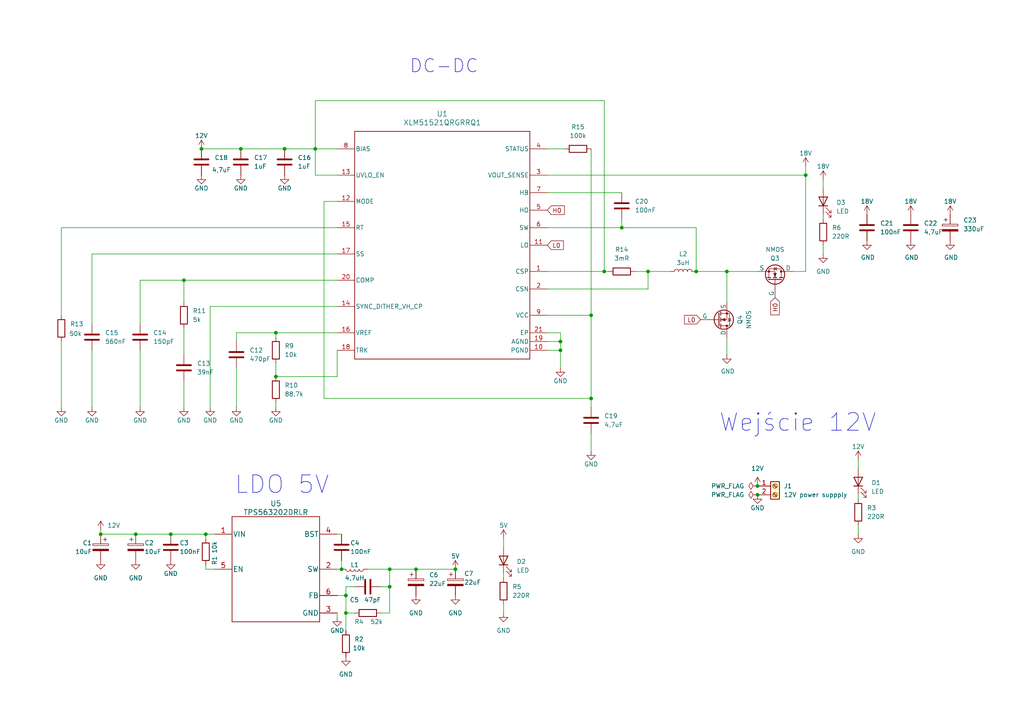
<source format=kicad_sch>
(kicad_sch
	(version 20250114)
	(generator "eeschema")
	(generator_version "9.0")
	(uuid "3c8acaf3-0f44-40a5-a001-29b89e074f11")
	(paper "A4")
	(lib_symbols
		(symbol "2025-03-30_00-51-41:XLM51521QRGRRQ1"
			(pin_names
				(offset 0.254)
			)
			(exclude_from_sim no)
			(in_bom yes)
			(on_board yes)
			(property "Reference" "U"
				(at 0 2.54 0)
				(effects
					(font
						(size 1.524 1.524)
					)
				)
			)
			(property "Value" "XLM51521QRGRRQ1"
				(at 0 0 0)
				(effects
					(font
						(size 1.524 1.524)
					)
				)
			)
			(property "Footprint" "RGR0020C-IPC_A"
				(at 0 0 0)
				(effects
					(font
						(size 1.27 1.27)
						(italic yes)
					)
					(hide yes)
				)
			)
			(property "Datasheet" "XLM51521QRGRRQ1"
				(at 0 0 0)
				(effects
					(font
						(size 1.27 1.27)
						(italic yes)
					)
					(hide yes)
				)
			)
			(property "Description" ""
				(at 0 0 0)
				(effects
					(font
						(size 1.27 1.27)
					)
					(hide yes)
				)
			)
			(property "ki_locked" ""
				(at 0 0 0)
				(effects
					(font
						(size 1.27 1.27)
					)
				)
			)
			(property "ki_keywords" "XLM51521QRGRRQ1"
				(at 0 0 0)
				(effects
					(font
						(size 1.27 1.27)
					)
					(hide yes)
				)
			)
			(property "ki_fp_filters" "RGR0020C-IPC_A RGR0020C-IPC_B RGR0020C-IPC_C RGR0020C-MFG"
				(at 0 0 0)
				(effects
					(font
						(size 1.27 1.27)
					)
					(hide yes)
				)
			)
			(symbol "XLM51521QRGRRQ1_0_1"
				(polyline
					(pts
						(xy 5.08 5.08) (xy 5.08 -60.96)
					)
					(stroke
						(width 0.2032)
						(type default)
					)
					(fill
						(type none)
					)
				)
				(polyline
					(pts
						(xy 5.08 -60.96) (xy 55.88 -60.96)
					)
					(stroke
						(width 0.2032)
						(type default)
					)
					(fill
						(type none)
					)
				)
				(polyline
					(pts
						(xy 55.88 5.08) (xy 5.08 5.08)
					)
					(stroke
						(width 0.2032)
						(type default)
					)
					(fill
						(type none)
					)
				)
				(polyline
					(pts
						(xy 55.88 -60.96) (xy 55.88 5.08)
					)
					(stroke
						(width 0.2032)
						(type default)
					)
					(fill
						(type none)
					)
				)
				(pin power_in line
					(at 0 0 0)
					(length 5.08)
					(name "BIAS"
						(effects
							(font
								(size 1.27 1.27)
							)
						)
					)
					(number "8"
						(effects
							(font
								(size 1.27 1.27)
							)
						)
					)
				)
				(pin input line
					(at 0 -7.62 0)
					(length 5.08)
					(name "UVLO_EN"
						(effects
							(font
								(size 1.27 1.27)
							)
						)
					)
					(number "13"
						(effects
							(font
								(size 1.27 1.27)
							)
						)
					)
				)
				(pin unspecified line
					(at 0 -15.24 0)
					(length 5.08)
					(name "MODE"
						(effects
							(font
								(size 1.27 1.27)
							)
						)
					)
					(number "12"
						(effects
							(font
								(size 1.27 1.27)
							)
						)
					)
				)
				(pin unspecified line
					(at 0 -22.86 0)
					(length 5.08)
					(name "RT"
						(effects
							(font
								(size 1.27 1.27)
							)
						)
					)
					(number "15"
						(effects
							(font
								(size 1.27 1.27)
							)
						)
					)
				)
				(pin unspecified line
					(at 0 -30.48 0)
					(length 5.08)
					(name "SS"
						(effects
							(font
								(size 1.27 1.27)
							)
						)
					)
					(number "17"
						(effects
							(font
								(size 1.27 1.27)
							)
						)
					)
				)
				(pin unspecified line
					(at 0 -38.1 0)
					(length 5.08)
					(name "COMP"
						(effects
							(font
								(size 1.27 1.27)
							)
						)
					)
					(number "20"
						(effects
							(font
								(size 1.27 1.27)
							)
						)
					)
				)
				(pin bidirectional line
					(at 0 -45.72 0)
					(length 5.08)
					(name "SYNC_DITHER_VH_CP"
						(effects
							(font
								(size 1.27 1.27)
							)
						)
					)
					(number "14"
						(effects
							(font
								(size 1.27 1.27)
							)
						)
					)
				)
				(pin unspecified line
					(at 0 -53.34 0)
					(length 5.08)
					(name "VREF"
						(effects
							(font
								(size 1.27 1.27)
							)
						)
					)
					(number "16"
						(effects
							(font
								(size 1.27 1.27)
							)
						)
					)
				)
				(pin unspecified line
					(at 0 -58.42 0)
					(length 5.08)
					(name "TRK"
						(effects
							(font
								(size 1.27 1.27)
							)
						)
					)
					(number "18"
						(effects
							(font
								(size 1.27 1.27)
							)
						)
					)
				)
				(pin open_collector line
					(at 60.96 0 180)
					(length 5.08)
					(name "STATUS"
						(effects
							(font
								(size 1.27 1.27)
							)
						)
					)
					(number "4"
						(effects
							(font
								(size 1.27 1.27)
							)
						)
					)
				)
				(pin unspecified line
					(at 60.96 -7.62 180)
					(length 5.08)
					(name "VOUT_SENSE"
						(effects
							(font
								(size 1.27 1.27)
							)
						)
					)
					(number "3"
						(effects
							(font
								(size 1.27 1.27)
							)
						)
					)
				)
				(pin unspecified line
					(at 60.96 -12.7 180)
					(length 5.08)
					(name "HB"
						(effects
							(font
								(size 1.27 1.27)
							)
						)
					)
					(number "7"
						(effects
							(font
								(size 1.27 1.27)
							)
						)
					)
				)
				(pin unspecified line
					(at 60.96 -17.78 180)
					(length 5.08)
					(name "HO"
						(effects
							(font
								(size 1.27 1.27)
							)
						)
					)
					(number "5"
						(effects
							(font
								(size 1.27 1.27)
							)
						)
					)
				)
				(pin unspecified line
					(at 60.96 -22.86 180)
					(length 5.08)
					(name "SW"
						(effects
							(font
								(size 1.27 1.27)
							)
						)
					)
					(number "6"
						(effects
							(font
								(size 1.27 1.27)
							)
						)
					)
				)
				(pin unspecified line
					(at 60.96 -27.94 180)
					(length 5.08)
					(name "LO"
						(effects
							(font
								(size 1.27 1.27)
							)
						)
					)
					(number "11"
						(effects
							(font
								(size 1.27 1.27)
							)
						)
					)
				)
				(pin tri_state line
					(at 60.96 -35.56 180)
					(length 5.08)
					(name "CSP"
						(effects
							(font
								(size 1.27 1.27)
							)
						)
					)
					(number "1"
						(effects
							(font
								(size 1.27 1.27)
							)
						)
					)
				)
				(pin tri_state line
					(at 60.96 -40.64 180)
					(length 5.08)
					(name "CSN"
						(effects
							(font
								(size 1.27 1.27)
							)
						)
					)
					(number "2"
						(effects
							(font
								(size 1.27 1.27)
							)
						)
					)
				)
				(pin unspecified line
					(at 60.96 -48.26 180)
					(length 5.08)
					(name "VCC"
						(effects
							(font
								(size 1.27 1.27)
							)
						)
					)
					(number "9"
						(effects
							(font
								(size 1.27 1.27)
							)
						)
					)
				)
				(pin unspecified line
					(at 60.96 -53.34 180)
					(length 5.08)
					(name "EP"
						(effects
							(font
								(size 1.27 1.27)
							)
						)
					)
					(number "21"
						(effects
							(font
								(size 1.27 1.27)
							)
						)
					)
				)
				(pin power_in line
					(at 60.96 -55.88 180)
					(length 5.08)
					(name "AGND"
						(effects
							(font
								(size 1.27 1.27)
							)
						)
					)
					(number "19"
						(effects
							(font
								(size 1.27 1.27)
							)
						)
					)
				)
				(pin power_in line
					(at 60.96 -58.42 180)
					(length 5.08)
					(name "PGND"
						(effects
							(font
								(size 1.27 1.27)
							)
						)
					)
					(number "10"
						(effects
							(font
								(size 1.27 1.27)
							)
						)
					)
				)
			)
			(embedded_fonts no)
		)
		(symbol "Connector:Screw_Terminal_01x02"
			(pin_names
				(offset 1.016)
				(hide yes)
			)
			(exclude_from_sim no)
			(in_bom yes)
			(on_board yes)
			(property "Reference" "J"
				(at 0 2.54 0)
				(effects
					(font
						(size 1.27 1.27)
					)
				)
			)
			(property "Value" "Screw_Terminal_01x02"
				(at 0 -5.08 0)
				(effects
					(font
						(size 1.27 1.27)
					)
				)
			)
			(property "Footprint" ""
				(at 0 0 0)
				(effects
					(font
						(size 1.27 1.27)
					)
					(hide yes)
				)
			)
			(property "Datasheet" "~"
				(at 0 0 0)
				(effects
					(font
						(size 1.27 1.27)
					)
					(hide yes)
				)
			)
			(property "Description" "Generic screw terminal, single row, 01x02, script generated (kicad-library-utils/schlib/autogen/connector/)"
				(at 0 0 0)
				(effects
					(font
						(size 1.27 1.27)
					)
					(hide yes)
				)
			)
			(property "ki_keywords" "screw terminal"
				(at 0 0 0)
				(effects
					(font
						(size 1.27 1.27)
					)
					(hide yes)
				)
			)
			(property "ki_fp_filters" "TerminalBlock*:*"
				(at 0 0 0)
				(effects
					(font
						(size 1.27 1.27)
					)
					(hide yes)
				)
			)
			(symbol "Screw_Terminal_01x02_1_1"
				(rectangle
					(start -1.27 1.27)
					(end 1.27 -3.81)
					(stroke
						(width 0.254)
						(type default)
					)
					(fill
						(type background)
					)
				)
				(polyline
					(pts
						(xy -0.5334 0.3302) (xy 0.3302 -0.508)
					)
					(stroke
						(width 0.1524)
						(type default)
					)
					(fill
						(type none)
					)
				)
				(polyline
					(pts
						(xy -0.5334 -2.2098) (xy 0.3302 -3.048)
					)
					(stroke
						(width 0.1524)
						(type default)
					)
					(fill
						(type none)
					)
				)
				(polyline
					(pts
						(xy -0.3556 0.508) (xy 0.508 -0.3302)
					)
					(stroke
						(width 0.1524)
						(type default)
					)
					(fill
						(type none)
					)
				)
				(polyline
					(pts
						(xy -0.3556 -2.032) (xy 0.508 -2.8702)
					)
					(stroke
						(width 0.1524)
						(type default)
					)
					(fill
						(type none)
					)
				)
				(circle
					(center 0 0)
					(radius 0.635)
					(stroke
						(width 0.1524)
						(type default)
					)
					(fill
						(type none)
					)
				)
				(circle
					(center 0 -2.54)
					(radius 0.635)
					(stroke
						(width 0.1524)
						(type default)
					)
					(fill
						(type none)
					)
				)
				(pin passive line
					(at -5.08 0 0)
					(length 3.81)
					(name "Pin_1"
						(effects
							(font
								(size 1.27 1.27)
							)
						)
					)
					(number "1"
						(effects
							(font
								(size 1.27 1.27)
							)
						)
					)
				)
				(pin passive line
					(at -5.08 -2.54 0)
					(length 3.81)
					(name "Pin_2"
						(effects
							(font
								(size 1.27 1.27)
							)
						)
					)
					(number "2"
						(effects
							(font
								(size 1.27 1.27)
							)
						)
					)
				)
			)
			(embedded_fonts no)
		)
		(symbol "Device:C"
			(pin_numbers
				(hide yes)
			)
			(pin_names
				(offset 0.254)
			)
			(exclude_from_sim no)
			(in_bom yes)
			(on_board yes)
			(property "Reference" "C"
				(at 0.635 2.54 0)
				(effects
					(font
						(size 1.27 1.27)
					)
					(justify left)
				)
			)
			(property "Value" "C"
				(at 0.635 -2.54 0)
				(effects
					(font
						(size 1.27 1.27)
					)
					(justify left)
				)
			)
			(property "Footprint" ""
				(at 0.9652 -3.81 0)
				(effects
					(font
						(size 1.27 1.27)
					)
					(hide yes)
				)
			)
			(property "Datasheet" "~"
				(at 0 0 0)
				(effects
					(font
						(size 1.27 1.27)
					)
					(hide yes)
				)
			)
			(property "Description" "Unpolarized capacitor"
				(at 0 0 0)
				(effects
					(font
						(size 1.27 1.27)
					)
					(hide yes)
				)
			)
			(property "ki_keywords" "cap capacitor"
				(at 0 0 0)
				(effects
					(font
						(size 1.27 1.27)
					)
					(hide yes)
				)
			)
			(property "ki_fp_filters" "C_*"
				(at 0 0 0)
				(effects
					(font
						(size 1.27 1.27)
					)
					(hide yes)
				)
			)
			(symbol "C_0_1"
				(polyline
					(pts
						(xy -2.032 0.762) (xy 2.032 0.762)
					)
					(stroke
						(width 0.508)
						(type default)
					)
					(fill
						(type none)
					)
				)
				(polyline
					(pts
						(xy -2.032 -0.762) (xy 2.032 -0.762)
					)
					(stroke
						(width 0.508)
						(type default)
					)
					(fill
						(type none)
					)
				)
			)
			(symbol "C_1_1"
				(pin passive line
					(at 0 3.81 270)
					(length 2.794)
					(name "~"
						(effects
							(font
								(size 1.27 1.27)
							)
						)
					)
					(number "1"
						(effects
							(font
								(size 1.27 1.27)
							)
						)
					)
				)
				(pin passive line
					(at 0 -3.81 90)
					(length 2.794)
					(name "~"
						(effects
							(font
								(size 1.27 1.27)
							)
						)
					)
					(number "2"
						(effects
							(font
								(size 1.27 1.27)
							)
						)
					)
				)
			)
			(embedded_fonts no)
		)
		(symbol "Device:C_Polarized"
			(pin_numbers
				(hide yes)
			)
			(pin_names
				(offset 0.254)
			)
			(exclude_from_sim no)
			(in_bom yes)
			(on_board yes)
			(property "Reference" "C"
				(at 0.635 2.54 0)
				(effects
					(font
						(size 1.27 1.27)
					)
					(justify left)
				)
			)
			(property "Value" "C_Polarized"
				(at 0.635 -2.54 0)
				(effects
					(font
						(size 1.27 1.27)
					)
					(justify left)
				)
			)
			(property "Footprint" ""
				(at 0.9652 -3.81 0)
				(effects
					(font
						(size 1.27 1.27)
					)
					(hide yes)
				)
			)
			(property "Datasheet" "~"
				(at 0 0 0)
				(effects
					(font
						(size 1.27 1.27)
					)
					(hide yes)
				)
			)
			(property "Description" "Polarized capacitor"
				(at 0 0 0)
				(effects
					(font
						(size 1.27 1.27)
					)
					(hide yes)
				)
			)
			(property "ki_keywords" "cap capacitor"
				(at 0 0 0)
				(effects
					(font
						(size 1.27 1.27)
					)
					(hide yes)
				)
			)
			(property "ki_fp_filters" "CP_*"
				(at 0 0 0)
				(effects
					(font
						(size 1.27 1.27)
					)
					(hide yes)
				)
			)
			(symbol "C_Polarized_0_1"
				(rectangle
					(start -2.286 0.508)
					(end 2.286 1.016)
					(stroke
						(width 0)
						(type default)
					)
					(fill
						(type none)
					)
				)
				(polyline
					(pts
						(xy -1.778 2.286) (xy -0.762 2.286)
					)
					(stroke
						(width 0)
						(type default)
					)
					(fill
						(type none)
					)
				)
				(polyline
					(pts
						(xy -1.27 2.794) (xy -1.27 1.778)
					)
					(stroke
						(width 0)
						(type default)
					)
					(fill
						(type none)
					)
				)
				(rectangle
					(start 2.286 -0.508)
					(end -2.286 -1.016)
					(stroke
						(width 0)
						(type default)
					)
					(fill
						(type outline)
					)
				)
			)
			(symbol "C_Polarized_1_1"
				(pin passive line
					(at 0 3.81 270)
					(length 2.794)
					(name "~"
						(effects
							(font
								(size 1.27 1.27)
							)
						)
					)
					(number "1"
						(effects
							(font
								(size 1.27 1.27)
							)
						)
					)
				)
				(pin passive line
					(at 0 -3.81 90)
					(length 2.794)
					(name "~"
						(effects
							(font
								(size 1.27 1.27)
							)
						)
					)
					(number "2"
						(effects
							(font
								(size 1.27 1.27)
							)
						)
					)
				)
			)
			(embedded_fonts no)
		)
		(symbol "Device:L"
			(pin_numbers
				(hide yes)
			)
			(pin_names
				(offset 1.016)
				(hide yes)
			)
			(exclude_from_sim no)
			(in_bom yes)
			(on_board yes)
			(property "Reference" "L"
				(at -1.27 0 90)
				(effects
					(font
						(size 1.27 1.27)
					)
				)
			)
			(property "Value" "L"
				(at 1.905 0 90)
				(effects
					(font
						(size 1.27 1.27)
					)
				)
			)
			(property "Footprint" ""
				(at 0 0 0)
				(effects
					(font
						(size 1.27 1.27)
					)
					(hide yes)
				)
			)
			(property "Datasheet" "~"
				(at 0 0 0)
				(effects
					(font
						(size 1.27 1.27)
					)
					(hide yes)
				)
			)
			(property "Description" "Inductor"
				(at 0 0 0)
				(effects
					(font
						(size 1.27 1.27)
					)
					(hide yes)
				)
			)
			(property "ki_keywords" "inductor choke coil reactor magnetic"
				(at 0 0 0)
				(effects
					(font
						(size 1.27 1.27)
					)
					(hide yes)
				)
			)
			(property "ki_fp_filters" "Choke_* *Coil* Inductor_* L_*"
				(at 0 0 0)
				(effects
					(font
						(size 1.27 1.27)
					)
					(hide yes)
				)
			)
			(symbol "L_0_1"
				(arc
					(start 0 2.54)
					(mid 0.6323 1.905)
					(end 0 1.27)
					(stroke
						(width 0)
						(type default)
					)
					(fill
						(type none)
					)
				)
				(arc
					(start 0 1.27)
					(mid 0.6323 0.635)
					(end 0 0)
					(stroke
						(width 0)
						(type default)
					)
					(fill
						(type none)
					)
				)
				(arc
					(start 0 0)
					(mid 0.6323 -0.635)
					(end 0 -1.27)
					(stroke
						(width 0)
						(type default)
					)
					(fill
						(type none)
					)
				)
				(arc
					(start 0 -1.27)
					(mid 0.6323 -1.905)
					(end 0 -2.54)
					(stroke
						(width 0)
						(type default)
					)
					(fill
						(type none)
					)
				)
			)
			(symbol "L_1_1"
				(pin passive line
					(at 0 3.81 270)
					(length 1.27)
					(name "1"
						(effects
							(font
								(size 1.27 1.27)
							)
						)
					)
					(number "1"
						(effects
							(font
								(size 1.27 1.27)
							)
						)
					)
				)
				(pin passive line
					(at 0 -3.81 90)
					(length 1.27)
					(name "2"
						(effects
							(font
								(size 1.27 1.27)
							)
						)
					)
					(number "2"
						(effects
							(font
								(size 1.27 1.27)
							)
						)
					)
				)
			)
			(embedded_fonts no)
		)
		(symbol "Device:LED"
			(pin_numbers
				(hide yes)
			)
			(pin_names
				(offset 1.016)
				(hide yes)
			)
			(exclude_from_sim no)
			(in_bom yes)
			(on_board yes)
			(property "Reference" "D"
				(at 0 2.54 0)
				(effects
					(font
						(size 1.27 1.27)
					)
				)
			)
			(property "Value" "LED"
				(at 0 -2.54 0)
				(effects
					(font
						(size 1.27 1.27)
					)
				)
			)
			(property "Footprint" ""
				(at 0 0 0)
				(effects
					(font
						(size 1.27 1.27)
					)
					(hide yes)
				)
			)
			(property "Datasheet" "~"
				(at 0 0 0)
				(effects
					(font
						(size 1.27 1.27)
					)
					(hide yes)
				)
			)
			(property "Description" "Light emitting diode"
				(at 0 0 0)
				(effects
					(font
						(size 1.27 1.27)
					)
					(hide yes)
				)
			)
			(property "ki_keywords" "LED diode"
				(at 0 0 0)
				(effects
					(font
						(size 1.27 1.27)
					)
					(hide yes)
				)
			)
			(property "ki_fp_filters" "LED* LED_SMD:* LED_THT:*"
				(at 0 0 0)
				(effects
					(font
						(size 1.27 1.27)
					)
					(hide yes)
				)
			)
			(symbol "LED_0_1"
				(polyline
					(pts
						(xy -3.048 -0.762) (xy -4.572 -2.286) (xy -3.81 -2.286) (xy -4.572 -2.286) (xy -4.572 -1.524)
					)
					(stroke
						(width 0)
						(type default)
					)
					(fill
						(type none)
					)
				)
				(polyline
					(pts
						(xy -1.778 -0.762) (xy -3.302 -2.286) (xy -2.54 -2.286) (xy -3.302 -2.286) (xy -3.302 -1.524)
					)
					(stroke
						(width 0)
						(type default)
					)
					(fill
						(type none)
					)
				)
				(polyline
					(pts
						(xy -1.27 0) (xy 1.27 0)
					)
					(stroke
						(width 0)
						(type default)
					)
					(fill
						(type none)
					)
				)
				(polyline
					(pts
						(xy -1.27 -1.27) (xy -1.27 1.27)
					)
					(stroke
						(width 0.254)
						(type default)
					)
					(fill
						(type none)
					)
				)
				(polyline
					(pts
						(xy 1.27 -1.27) (xy 1.27 1.27) (xy -1.27 0) (xy 1.27 -1.27)
					)
					(stroke
						(width 0.254)
						(type default)
					)
					(fill
						(type none)
					)
				)
			)
			(symbol "LED_1_1"
				(pin passive line
					(at -3.81 0 0)
					(length 2.54)
					(name "K"
						(effects
							(font
								(size 1.27 1.27)
							)
						)
					)
					(number "1"
						(effects
							(font
								(size 1.27 1.27)
							)
						)
					)
				)
				(pin passive line
					(at 3.81 0 180)
					(length 2.54)
					(name "A"
						(effects
							(font
								(size 1.27 1.27)
							)
						)
					)
					(number "2"
						(effects
							(font
								(size 1.27 1.27)
							)
						)
					)
				)
			)
			(embedded_fonts no)
		)
		(symbol "Device:R"
			(pin_numbers
				(hide yes)
			)
			(pin_names
				(offset 0)
			)
			(exclude_from_sim no)
			(in_bom yes)
			(on_board yes)
			(property "Reference" "R"
				(at 2.032 0 90)
				(effects
					(font
						(size 1.27 1.27)
					)
				)
			)
			(property "Value" "R"
				(at 0 0 90)
				(effects
					(font
						(size 1.27 1.27)
					)
				)
			)
			(property "Footprint" ""
				(at -1.778 0 90)
				(effects
					(font
						(size 1.27 1.27)
					)
					(hide yes)
				)
			)
			(property "Datasheet" "~"
				(at 0 0 0)
				(effects
					(font
						(size 1.27 1.27)
					)
					(hide yes)
				)
			)
			(property "Description" "Resistor"
				(at 0 0 0)
				(effects
					(font
						(size 1.27 1.27)
					)
					(hide yes)
				)
			)
			(property "ki_keywords" "R res resistor"
				(at 0 0 0)
				(effects
					(font
						(size 1.27 1.27)
					)
					(hide yes)
				)
			)
			(property "ki_fp_filters" "R_*"
				(at 0 0 0)
				(effects
					(font
						(size 1.27 1.27)
					)
					(hide yes)
				)
			)
			(symbol "R_0_1"
				(rectangle
					(start -1.016 -2.54)
					(end 1.016 2.54)
					(stroke
						(width 0.254)
						(type default)
					)
					(fill
						(type none)
					)
				)
			)
			(symbol "R_1_1"
				(pin passive line
					(at 0 3.81 270)
					(length 1.27)
					(name "~"
						(effects
							(font
								(size 1.27 1.27)
							)
						)
					)
					(number "1"
						(effects
							(font
								(size 1.27 1.27)
							)
						)
					)
				)
				(pin passive line
					(at 0 -3.81 90)
					(length 1.27)
					(name "~"
						(effects
							(font
								(size 1.27 1.27)
							)
						)
					)
					(number "2"
						(effects
							(font
								(size 1.27 1.27)
							)
						)
					)
				)
			)
			(embedded_fonts no)
		)
		(symbol "PUTRocketLab_power:+3V3"
			(power)
			(pin_names
				(offset 0)
			)
			(exclude_from_sim no)
			(in_bom yes)
			(on_board yes)
			(property "Reference" "#PWR"
				(at 0 -3.81 0)
				(effects
					(font
						(size 1.27 1.27)
					)
					(hide yes)
				)
			)
			(property "Value" "+3V3"
				(at 0 3.556 0)
				(effects
					(font
						(size 1.27 1.27)
					)
				)
			)
			(property "Footprint" ""
				(at 0 0 0)
				(effects
					(font
						(size 1.27 1.27)
					)
					(hide yes)
				)
			)
			(property "Datasheet" ""
				(at 0 0 0)
				(effects
					(font
						(size 1.27 1.27)
					)
					(hide yes)
				)
			)
			(property "Description" "Power symbol creates a global label with name \"+3V3\""
				(at 0 0 0)
				(effects
					(font
						(size 1.27 1.27)
					)
					(hide yes)
				)
			)
			(property "ki_keywords" "power-flag"
				(at 0 0 0)
				(effects
					(font
						(size 1.27 1.27)
					)
					(hide yes)
				)
			)
			(symbol "+3V3_0_1"
				(polyline
					(pts
						(xy -0.762 1.27) (xy 0 2.54)
					)
					(stroke
						(width 0)
						(type default)
					)
					(fill
						(type none)
					)
				)
				(polyline
					(pts
						(xy 0 2.54) (xy 0.762 1.27)
					)
					(stroke
						(width 0)
						(type default)
					)
					(fill
						(type none)
					)
				)
				(polyline
					(pts
						(xy 0 0) (xy 0 2.54)
					)
					(stroke
						(width 0)
						(type default)
					)
					(fill
						(type none)
					)
				)
			)
			(symbol "+3V3_1_1"
				(pin power_in line
					(at 0 0 90)
					(length 0)
					(hide yes)
					(name "+3V3"
						(effects
							(font
								(size 1.27 1.27)
							)
						)
					)
					(number "1"
						(effects
							(font
								(size 1.27 1.27)
							)
						)
					)
				)
			)
			(embedded_fonts no)
		)
		(symbol "PUTRocketLab_supply:GND"
			(power)
			(pin_names
				(offset 0)
			)
			(exclude_from_sim no)
			(in_bom yes)
			(on_board yes)
			(property "Reference" "#PWR"
				(at 0 -6.35 0)
				(effects
					(font
						(size 1.27 1.27)
					)
					(hide yes)
				)
			)
			(property "Value" "GND"
				(at 0 -3.81 0)
				(effects
					(font
						(size 1.27 1.27)
					)
				)
			)
			(property "Footprint" ""
				(at 0 0 0)
				(effects
					(font
						(size 1.27 1.27)
					)
					(hide yes)
				)
			)
			(property "Datasheet" ""
				(at 0 0 0)
				(effects
					(font
						(size 1.27 1.27)
					)
					(hide yes)
				)
			)
			(property "Description" "Power symbol creates a global label with name \"GND\" , ground"
				(at 0 0 0)
				(effects
					(font
						(size 1.27 1.27)
					)
					(hide yes)
				)
			)
			(property "ki_keywords" "power-flag"
				(at 0 0 0)
				(effects
					(font
						(size 1.27 1.27)
					)
					(hide yes)
				)
			)
			(symbol "GND_0_1"
				(polyline
					(pts
						(xy 0 0) (xy 0 -1.27) (xy 1.27 -1.27) (xy 0 -2.54) (xy -1.27 -1.27) (xy 0 -1.27)
					)
					(stroke
						(width 0)
						(type default)
					)
					(fill
						(type none)
					)
				)
			)
			(symbol "GND_1_1"
				(pin power_in line
					(at 0 0 270)
					(length 0)
					(hide yes)
					(name "GND"
						(effects
							(font
								(size 1.27 1.27)
							)
						)
					)
					(number "1"
						(effects
							(font
								(size 1.27 1.27)
							)
						)
					)
				)
			)
			(embedded_fonts no)
		)
		(symbol "PutRocketLab_RCL:Resistor"
			(pin_numbers
				(hide yes)
			)
			(pin_names
				(offset 0)
			)
			(exclude_from_sim no)
			(in_bom yes)
			(on_board yes)
			(property "Reference" "R"
				(at 2.032 0 90)
				(effects
					(font
						(size 1.27 1.27)
					)
				)
			)
			(property "Value" "Resistor"
				(at 0 0 90)
				(effects
					(font
						(size 1.27 1.27)
					)
				)
			)
			(property "Footprint" ""
				(at -1.778 0 90)
				(effects
					(font
						(size 1.27 1.27)
					)
					(hide yes)
				)
			)
			(property "Datasheet" "~"
				(at 0 0 0)
				(effects
					(font
						(size 1.27 1.27)
					)
					(hide yes)
				)
			)
			(property "Description" "Resistor"
				(at 0 0 0)
				(effects
					(font
						(size 1.27 1.27)
					)
					(hide yes)
				)
			)
			(property "ki_keywords" "R res resistor"
				(at 0 0 0)
				(effects
					(font
						(size 1.27 1.27)
					)
					(hide yes)
				)
			)
			(property "ki_fp_filters" "R_*"
				(at 0 0 0)
				(effects
					(font
						(size 1.27 1.27)
					)
					(hide yes)
				)
			)
			(symbol "Resistor_0_1"
				(rectangle
					(start -1.016 -2.54)
					(end 1.016 2.54)
					(stroke
						(width 0.254)
						(type default)
					)
					(fill
						(type none)
					)
				)
			)
			(symbol "Resistor_1_1"
				(pin passive line
					(at 0 3.81 270)
					(length 1.27)
					(name "~"
						(effects
							(font
								(size 1.27 1.27)
							)
						)
					)
					(number "1"
						(effects
							(font
								(size 1.27 1.27)
							)
						)
					)
				)
				(pin passive line
					(at 0 -3.81 90)
					(length 1.27)
					(name "~"
						(effects
							(font
								(size 1.27 1.27)
							)
						)
					)
					(number "2"
						(effects
							(font
								(size 1.27 1.27)
							)
						)
					)
				)
			)
			(embedded_fonts no)
		)
		(symbol "Simulation_SPICE:NMOS"
			(pin_numbers
				(hide yes)
			)
			(pin_names
				(offset 0)
			)
			(exclude_from_sim no)
			(in_bom yes)
			(on_board yes)
			(property "Reference" "Q"
				(at 5.08 1.27 0)
				(effects
					(font
						(size 1.27 1.27)
					)
					(justify left)
				)
			)
			(property "Value" "NMOS"
				(at 5.08 -1.27 0)
				(effects
					(font
						(size 1.27 1.27)
					)
					(justify left)
				)
			)
			(property "Footprint" ""
				(at 5.08 2.54 0)
				(effects
					(font
						(size 1.27 1.27)
					)
					(hide yes)
				)
			)
			(property "Datasheet" "https://ngspice.sourceforge.io/docs/ngspice-html-manual/manual.xhtml#cha_MOSFETs"
				(at 0 -12.7 0)
				(effects
					(font
						(size 1.27 1.27)
					)
					(hide yes)
				)
			)
			(property "Description" "N-MOSFET transistor, drain/source/gate"
				(at 0 0 0)
				(effects
					(font
						(size 1.27 1.27)
					)
					(hide yes)
				)
			)
			(property "Sim.Device" "NMOS"
				(at 0 -17.145 0)
				(effects
					(font
						(size 1.27 1.27)
					)
					(hide yes)
				)
			)
			(property "Sim.Type" "VDMOS"
				(at 0 -19.05 0)
				(effects
					(font
						(size 1.27 1.27)
					)
					(hide yes)
				)
			)
			(property "Sim.Pins" "1=D 2=G 3=S"
				(at 0 -15.24 0)
				(effects
					(font
						(size 1.27 1.27)
					)
					(hide yes)
				)
			)
			(property "ki_keywords" "transistor NMOS N-MOS N-MOSFET simulation"
				(at 0 0 0)
				(effects
					(font
						(size 1.27 1.27)
					)
					(hide yes)
				)
			)
			(symbol "NMOS_0_1"
				(polyline
					(pts
						(xy 0.254 1.905) (xy 0.254 -1.905)
					)
					(stroke
						(width 0.254)
						(type default)
					)
					(fill
						(type none)
					)
				)
				(polyline
					(pts
						(xy 0.254 0) (xy -2.54 0)
					)
					(stroke
						(width 0)
						(type default)
					)
					(fill
						(type none)
					)
				)
				(polyline
					(pts
						(xy 0.762 2.286) (xy 0.762 1.27)
					)
					(stroke
						(width 0.254)
						(type default)
					)
					(fill
						(type none)
					)
				)
				(polyline
					(pts
						(xy 0.762 0.508) (xy 0.762 -0.508)
					)
					(stroke
						(width 0.254)
						(type default)
					)
					(fill
						(type none)
					)
				)
				(polyline
					(pts
						(xy 0.762 -1.27) (xy 0.762 -2.286)
					)
					(stroke
						(width 0.254)
						(type default)
					)
					(fill
						(type none)
					)
				)
				(polyline
					(pts
						(xy 0.762 -1.778) (xy 3.302 -1.778) (xy 3.302 1.778) (xy 0.762 1.778)
					)
					(stroke
						(width 0)
						(type default)
					)
					(fill
						(type none)
					)
				)
				(polyline
					(pts
						(xy 1.016 0) (xy 2.032 0.381) (xy 2.032 -0.381) (xy 1.016 0)
					)
					(stroke
						(width 0)
						(type default)
					)
					(fill
						(type outline)
					)
				)
				(circle
					(center 1.651 0)
					(radius 2.794)
					(stroke
						(width 0.254)
						(type default)
					)
					(fill
						(type none)
					)
				)
				(polyline
					(pts
						(xy 2.54 2.54) (xy 2.54 1.778)
					)
					(stroke
						(width 0)
						(type default)
					)
					(fill
						(type none)
					)
				)
				(circle
					(center 2.54 1.778)
					(radius 0.254)
					(stroke
						(width 0)
						(type default)
					)
					(fill
						(type outline)
					)
				)
				(circle
					(center 2.54 -1.778)
					(radius 0.254)
					(stroke
						(width 0)
						(type default)
					)
					(fill
						(type outline)
					)
				)
				(polyline
					(pts
						(xy 2.54 -2.54) (xy 2.54 0) (xy 0.762 0)
					)
					(stroke
						(width 0)
						(type default)
					)
					(fill
						(type none)
					)
				)
				(polyline
					(pts
						(xy 2.794 0.508) (xy 2.921 0.381) (xy 3.683 0.381) (xy 3.81 0.254)
					)
					(stroke
						(width 0)
						(type default)
					)
					(fill
						(type none)
					)
				)
				(polyline
					(pts
						(xy 3.302 0.381) (xy 2.921 -0.254) (xy 3.683 -0.254) (xy 3.302 0.381)
					)
					(stroke
						(width 0)
						(type default)
					)
					(fill
						(type none)
					)
				)
			)
			(symbol "NMOS_1_1"
				(pin input line
					(at -5.08 0 0)
					(length 2.54)
					(name "G"
						(effects
							(font
								(size 1.27 1.27)
							)
						)
					)
					(number "2"
						(effects
							(font
								(size 1.27 1.27)
							)
						)
					)
				)
				(pin passive line
					(at 2.54 5.08 270)
					(length 2.54)
					(name "D"
						(effects
							(font
								(size 1.27 1.27)
							)
						)
					)
					(number "1"
						(effects
							(font
								(size 1.27 1.27)
							)
						)
					)
				)
				(pin passive line
					(at 2.54 -5.08 90)
					(length 2.54)
					(name "S"
						(effects
							(font
								(size 1.27 1.27)
							)
						)
					)
					(number "3"
						(effects
							(font
								(size 1.27 1.27)
							)
						)
					)
				)
			)
			(embedded_fonts no)
		)
		(symbol "TPS56320DRLR:TPS563202DRLR"
			(pin_names
				(offset 0.254)
			)
			(exclude_from_sim no)
			(in_bom yes)
			(on_board yes)
			(property "Reference" "U"
				(at 0 2.54 0)
				(effects
					(font
						(size 1.524 1.524)
					)
				)
			)
			(property "Value" "TPS563202DRLR"
				(at 0 0 0)
				(effects
					(font
						(size 1.524 1.524)
					)
				)
			)
			(property "Footprint" "DRL0006A"
				(at 0 -1.524 0)
				(effects
					(font
						(size 1.524 1.524)
					)
					(hide yes)
				)
			)
			(property "Datasheet" ""
				(at 0 0 0)
				(effects
					(font
						(size 1.524 1.524)
					)
				)
			)
			(property "Description" ""
				(at 0 0 0)
				(effects
					(font
						(size 1.27 1.27)
					)
					(hide yes)
				)
			)
			(property "ki_locked" ""
				(at 0 0 0)
				(effects
					(font
						(size 1.27 1.27)
					)
				)
			)
			(property "ki_fp_filters" "DRL0006A"
				(at 0 0 0)
				(effects
					(font
						(size 1.27 1.27)
					)
					(hide yes)
				)
			)
			(symbol "TPS563202DRLR_1_1"
				(polyline
					(pts
						(xy -12.7 15.24) (xy -12.7 -15.24)
					)
					(stroke
						(width 0.2032)
						(type default)
					)
					(fill
						(type none)
					)
				)
				(polyline
					(pts
						(xy -12.7 -15.24) (xy 12.7 -15.24)
					)
					(stroke
						(width 0.2032)
						(type default)
					)
					(fill
						(type none)
					)
				)
				(polyline
					(pts
						(xy 12.7 15.24) (xy -12.7 15.24)
					)
					(stroke
						(width 0.2032)
						(type default)
					)
					(fill
						(type none)
					)
				)
				(polyline
					(pts
						(xy 12.7 -15.24) (xy 12.7 15.24)
					)
					(stroke
						(width 0.2032)
						(type default)
					)
					(fill
						(type none)
					)
				)
				(pin power_in line
					(at -17.78 10.16 0)
					(length 5.08)
					(name "VIN"
						(effects
							(font
								(size 1.4986 1.4986)
							)
						)
					)
					(number "1"
						(effects
							(font
								(size 1.4986 1.4986)
							)
						)
					)
				)
				(pin input line
					(at -17.78 0 0)
					(length 5.08)
					(name "EN"
						(effects
							(font
								(size 1.4986 1.4986)
							)
						)
					)
					(number "5"
						(effects
							(font
								(size 1.4986 1.4986)
							)
						)
					)
				)
				(pin unspecified line
					(at 17.78 10.16 180)
					(length 5.08)
					(name "BST"
						(effects
							(font
								(size 1.4986 1.4986)
							)
						)
					)
					(number "4"
						(effects
							(font
								(size 1.4986 1.4986)
							)
						)
					)
				)
				(pin power_in line
					(at 17.78 0 180)
					(length 5.08)
					(name "SW"
						(effects
							(font
								(size 1.4986 1.4986)
							)
						)
					)
					(number "2"
						(effects
							(font
								(size 1.4986 1.4986)
							)
						)
					)
				)
				(pin input line
					(at 17.78 -7.62 180)
					(length 5.08)
					(name "FB"
						(effects
							(font
								(size 1.4986 1.4986)
							)
						)
					)
					(number "6"
						(effects
							(font
								(size 1.4986 1.4986)
							)
						)
					)
				)
				(pin power_in line
					(at 17.78 -12.7 180)
					(length 5.08)
					(name "GND"
						(effects
							(font
								(size 1.4986 1.4986)
							)
						)
					)
					(number "3"
						(effects
							(font
								(size 1.4986 1.4986)
							)
						)
					)
				)
			)
			(embedded_fonts no)
		)
		(symbol "power:+12V"
			(power)
			(pin_names
				(offset 0)
			)
			(exclude_from_sim no)
			(in_bom yes)
			(on_board yes)
			(property "Reference" "#PWR"
				(at 0 -3.81 0)
				(effects
					(font
						(size 1.27 1.27)
					)
					(hide yes)
				)
			)
			(property "Value" "+12V"
				(at 0 3.556 0)
				(effects
					(font
						(size 1.27 1.27)
					)
				)
			)
			(property "Footprint" ""
				(at 0 0 0)
				(effects
					(font
						(size 1.27 1.27)
					)
					(hide yes)
				)
			)
			(property "Datasheet" ""
				(at 0 0 0)
				(effects
					(font
						(size 1.27 1.27)
					)
					(hide yes)
				)
			)
			(property "Description" "Power symbol creates a global label with name \"+12V\""
				(at 0 0 0)
				(effects
					(font
						(size 1.27 1.27)
					)
					(hide yes)
				)
			)
			(property "ki_keywords" "global power"
				(at 0 0 0)
				(effects
					(font
						(size 1.27 1.27)
					)
					(hide yes)
				)
			)
			(symbol "+12V_0_1"
				(polyline
					(pts
						(xy -0.762 1.27) (xy 0 2.54)
					)
					(stroke
						(width 0)
						(type default)
					)
					(fill
						(type none)
					)
				)
				(polyline
					(pts
						(xy 0 2.54) (xy 0.762 1.27)
					)
					(stroke
						(width 0)
						(type default)
					)
					(fill
						(type none)
					)
				)
				(polyline
					(pts
						(xy 0 0) (xy 0 2.54)
					)
					(stroke
						(width 0)
						(type default)
					)
					(fill
						(type none)
					)
				)
			)
			(symbol "+12V_1_1"
				(pin power_in line
					(at 0 0 90)
					(length 0)
					(hide yes)
					(name "+12V"
						(effects
							(font
								(size 1.27 1.27)
							)
						)
					)
					(number "1"
						(effects
							(font
								(size 1.27 1.27)
							)
						)
					)
				)
			)
			(embedded_fonts no)
		)
		(symbol "power:GND"
			(power)
			(pin_names
				(offset 0)
			)
			(exclude_from_sim no)
			(in_bom yes)
			(on_board yes)
			(property "Reference" "#PWR"
				(at 0 -6.35 0)
				(effects
					(font
						(size 1.27 1.27)
					)
					(hide yes)
				)
			)
			(property "Value" "GND"
				(at 0 -3.81 0)
				(effects
					(font
						(size 1.27 1.27)
					)
				)
			)
			(property "Footprint" ""
				(at 0 0 0)
				(effects
					(font
						(size 1.27 1.27)
					)
					(hide yes)
				)
			)
			(property "Datasheet" ""
				(at 0 0 0)
				(effects
					(font
						(size 1.27 1.27)
					)
					(hide yes)
				)
			)
			(property "Description" "Power symbol creates a global label with name \"GND\" , ground"
				(at 0 0 0)
				(effects
					(font
						(size 1.27 1.27)
					)
					(hide yes)
				)
			)
			(property "ki_keywords" "power-flag"
				(at 0 0 0)
				(effects
					(font
						(size 1.27 1.27)
					)
					(hide yes)
				)
			)
			(symbol "GND_0_1"
				(polyline
					(pts
						(xy 0 0) (xy 0 -1.27) (xy 1.27 -1.27) (xy 0 -2.54) (xy -1.27 -1.27) (xy 0 -1.27)
					)
					(stroke
						(width 0)
						(type default)
					)
					(fill
						(type none)
					)
				)
			)
			(symbol "GND_1_1"
				(pin power_in line
					(at 0 0 270)
					(length 0)
					(hide yes)
					(name "GND"
						(effects
							(font
								(size 1.27 1.27)
							)
						)
					)
					(number "1"
						(effects
							(font
								(size 1.27 1.27)
							)
						)
					)
				)
			)
			(embedded_fonts no)
		)
		(symbol "power:PWR_FLAG"
			(power)
			(pin_numbers
				(hide yes)
			)
			(pin_names
				(offset 0)
				(hide yes)
			)
			(exclude_from_sim no)
			(in_bom yes)
			(on_board yes)
			(property "Reference" "#FLG"
				(at 0 1.905 0)
				(effects
					(font
						(size 1.27 1.27)
					)
					(hide yes)
				)
			)
			(property "Value" "PWR_FLAG"
				(at 0 3.81 0)
				(effects
					(font
						(size 1.27 1.27)
					)
				)
			)
			(property "Footprint" ""
				(at 0 0 0)
				(effects
					(font
						(size 1.27 1.27)
					)
					(hide yes)
				)
			)
			(property "Datasheet" "~"
				(at 0 0 0)
				(effects
					(font
						(size 1.27 1.27)
					)
					(hide yes)
				)
			)
			(property "Description" "Special symbol for telling ERC where power comes from"
				(at 0 0 0)
				(effects
					(font
						(size 1.27 1.27)
					)
					(hide yes)
				)
			)
			(property "ki_keywords" "flag power"
				(at 0 0 0)
				(effects
					(font
						(size 1.27 1.27)
					)
					(hide yes)
				)
			)
			(symbol "PWR_FLAG_0_0"
				(pin power_out line
					(at 0 0 90)
					(length 0)
					(name "pwr"
						(effects
							(font
								(size 1.27 1.27)
							)
						)
					)
					(number "1"
						(effects
							(font
								(size 1.27 1.27)
							)
						)
					)
				)
			)
			(symbol "PWR_FLAG_0_1"
				(polyline
					(pts
						(xy 0 0) (xy 0 1.27) (xy -1.016 1.905) (xy 0 2.54) (xy 1.016 1.905) (xy 0 1.27)
					)
					(stroke
						(width 0)
						(type default)
					)
					(fill
						(type none)
					)
				)
			)
			(embedded_fonts no)
		)
	)
	(text "Wejście 12V"
		(exclude_from_sim no)
		(at 231.394 122.682 0)
		(effects
			(font
				(size 5.08 5.08)
			)
		)
		(uuid "a9309586-79ce-4df2-a1c7-1380513f2298")
	)
	(text "LDO 5V"
		(exclude_from_sim no)
		(at 81.788 140.716 0)
		(effects
			(font
				(size 5.08 5.08)
			)
		)
		(uuid "bd8a1ce0-50bf-4a00-8d22-27126b64356a")
	)
	(text "DC-DC"
		(exclude_from_sim no)
		(at 128.778 19.304 0)
		(effects
			(font
				(size 3.81 3.81)
			)
		)
		(uuid "feb6cf19-83c5-474e-ae28-dd20fa888858")
	)
	(junction
		(at 100.33 172.72)
		(diameter 0)
		(color 0 0 0 0)
		(uuid "030d23f5-e82f-4369-9b37-36aaed56c8c0")
	)
	(junction
		(at 99.06 165.1)
		(diameter 0)
		(color 0 0 0 0)
		(uuid "12723b50-0a7b-41cc-8b83-cf1482290946")
	)
	(junction
		(at 49.53 154.94)
		(diameter 0)
		(color 0 0 0 0)
		(uuid "12c7d40a-07bc-4724-8fb6-b5006364ab8b")
	)
	(junction
		(at 91.44 43.18)
		(diameter 0)
		(color 0 0 0 0)
		(uuid "1769ac8b-4d93-4d8c-a568-d69d48d6439f")
	)
	(junction
		(at 162.56 101.6)
		(diameter 0)
		(color 0 0 0 0)
		(uuid "1dae3838-99c0-4402-9a69-ccbd2ad04efe")
	)
	(junction
		(at 171.45 115.57)
		(diameter 0)
		(color 0 0 0 0)
		(uuid "3fef2f50-23ae-4027-b096-3bd684a81948")
	)
	(junction
		(at 100.33 177.8)
		(diameter 0)
		(color 0 0 0 0)
		(uuid "4412e0bd-38c1-4ed7-a769-c88933d63fa6")
	)
	(junction
		(at 132.08 165.1)
		(diameter 0)
		(color 0 0 0 0)
		(uuid "46f60010-696f-40e0-96b2-cf094019671f")
	)
	(junction
		(at 80.01 109.22)
		(diameter 0)
		(color 0 0 0 0)
		(uuid "48356e89-cdd8-41fc-8f52-5fd974e9af3b")
	)
	(junction
		(at 29.21 154.94)
		(diameter 0)
		(color 0 0 0 0)
		(uuid "59329207-f0ee-4cb0-bf9c-92e0ed6c9cc2")
	)
	(junction
		(at 120.65 165.1)
		(diameter 0)
		(color 0 0 0 0)
		(uuid "5a5b25a1-72b7-4ed1-ab7b-7b2e1058f20f")
	)
	(junction
		(at 82.55 43.18)
		(diameter 0)
		(color 0 0 0 0)
		(uuid "6498a6f0-be09-451e-bab9-290387fca588")
	)
	(junction
		(at 219.71 140.97)
		(diameter 0)
		(color 0 0 0 0)
		(uuid "67c3dc25-982e-44db-a15c-bc6d9850a3b5")
	)
	(junction
		(at 175.26 78.74)
		(diameter 0)
		(color 0 0 0 0)
		(uuid "682f02f4-7dc9-400a-a1b9-adea2c06f11e")
	)
	(junction
		(at 210.82 78.74)
		(diameter 0)
		(color 0 0 0 0)
		(uuid "6e0d78a2-ad29-4db7-bc1c-4098d587bf79")
	)
	(junction
		(at 59.69 154.94)
		(diameter 0)
		(color 0 0 0 0)
		(uuid "7860c848-63cc-4475-941b-01ec708ff96d")
	)
	(junction
		(at 53.34 81.28)
		(diameter 0)
		(color 0 0 0 0)
		(uuid "7cc48097-ba43-4108-ace1-0e46fdec2fbc")
	)
	(junction
		(at 219.71 143.51)
		(diameter 0)
		(color 0 0 0 0)
		(uuid "819f5ea4-a62e-49b1-b53a-ae56874bd511")
	)
	(junction
		(at 39.37 154.94)
		(diameter 0)
		(color 0 0 0 0)
		(uuid "8b6da285-beef-44a8-ade4-7c243310b9c3")
	)
	(junction
		(at 162.56 99.06)
		(diameter 0)
		(color 0 0 0 0)
		(uuid "9231b3da-2ec0-4c90-ba81-c34e3928cf6d")
	)
	(junction
		(at 80.01 96.52)
		(diameter 0)
		(color 0 0 0 0)
		(uuid "93c5cae8-b2b0-4e67-8d1f-ab3a6bc3503d")
	)
	(junction
		(at 69.85 43.18)
		(diameter 0)
		(color 0 0 0 0)
		(uuid "a3442995-1146-48f4-8a94-f1033ed0baec")
	)
	(junction
		(at 113.03 170.18)
		(diameter 0)
		(color 0 0 0 0)
		(uuid "a78a4652-7eeb-47ce-9b26-30f6a7ba659a")
	)
	(junction
		(at 171.45 91.44)
		(diameter 0)
		(color 0 0 0 0)
		(uuid "bb7f7e1b-2d38-4169-b5d0-85d6d7c35c27")
	)
	(junction
		(at 58.42 43.18)
		(diameter 0)
		(color 0 0 0 0)
		(uuid "cce41c07-6821-4ed4-ad10-4ecd1819b97e")
	)
	(junction
		(at 233.68 50.8)
		(diameter 0)
		(color 0 0 0 0)
		(uuid "d01e2dc5-0a3e-4aa0-b168-4c439c871619")
	)
	(junction
		(at 113.03 165.1)
		(diameter 0)
		(color 0 0 0 0)
		(uuid "d1dcdd48-944e-461b-9ca1-01fbf685681c")
	)
	(junction
		(at 180.34 66.04)
		(diameter 0)
		(color 0 0 0 0)
		(uuid "d6632e6a-df2a-4231-9639-eae6c652f5ad")
	)
	(junction
		(at 201.93 78.74)
		(diameter 0)
		(color 0 0 0 0)
		(uuid "edbe828a-f4cd-4009-b2d9-fa32144fe10d")
	)
	(junction
		(at 187.96 78.74)
		(diameter 0)
		(color 0 0 0 0)
		(uuid "efe60fe1-9c12-4063-9271-60113fd7b70d")
	)
	(wire
		(pts
			(xy 26.67 73.66) (xy 97.79 73.66)
		)
		(stroke
			(width 0)
			(type default)
		)
		(uuid "047a9bf2-4066-4ebb-bfa2-581515d6b145")
	)
	(wire
		(pts
			(xy 29.21 154.94) (xy 39.37 154.94)
		)
		(stroke
			(width 0)
			(type default)
		)
		(uuid "06c186a6-ebca-4925-bd3c-fb3bf9d22686")
	)
	(wire
		(pts
			(xy 201.93 78.74) (xy 201.93 66.04)
		)
		(stroke
			(width 0)
			(type default)
		)
		(uuid "08d44c6b-f889-4bba-9b2d-1a56208a0b39")
	)
	(wire
		(pts
			(xy 80.01 96.52) (xy 80.01 97.79)
		)
		(stroke
			(width 0)
			(type default)
		)
		(uuid "09c47d68-dd13-4ec1-b064-89cc7d06d5c8")
	)
	(wire
		(pts
			(xy 99.06 165.1) (xy 97.79 165.1)
		)
		(stroke
			(width 0)
			(type default)
		)
		(uuid "0c65a4ea-6103-493e-b7bd-dff94db848c0")
	)
	(wire
		(pts
			(xy 68.58 106.68) (xy 68.58 118.11)
		)
		(stroke
			(width 0)
			(type default)
		)
		(uuid "0d69a0cf-f5d1-496d-8d09-d1ef31cfd09a")
	)
	(wire
		(pts
			(xy 113.03 165.1) (xy 113.03 170.18)
		)
		(stroke
			(width 0)
			(type default)
		)
		(uuid "11ec39c9-2dd6-4c47-a42c-d213d61bf955")
	)
	(wire
		(pts
			(xy 146.05 175.26) (xy 146.05 177.8)
		)
		(stroke
			(width 0)
			(type default)
		)
		(uuid "1929a376-9a53-4767-a5f7-d53b7a2c3a3d")
	)
	(wire
		(pts
			(xy 210.82 102.87) (xy 210.82 97.79)
		)
		(stroke
			(width 0)
			(type default)
		)
		(uuid "19503002-7413-43d6-8705-b11a28f8a15e")
	)
	(wire
		(pts
			(xy 97.79 66.04) (xy 17.78 66.04)
		)
		(stroke
			(width 0)
			(type default)
		)
		(uuid "1dcb87dd-8400-4d80-8270-a20659ea1998")
	)
	(wire
		(pts
			(xy 238.76 71.12) (xy 238.76 73.66)
		)
		(stroke
			(width 0)
			(type default)
		)
		(uuid "1f0259a7-5ce5-46ca-89f5-25e01dbd6c91")
	)
	(wire
		(pts
			(xy 97.79 88.9) (xy 60.96 88.9)
		)
		(stroke
			(width 0)
			(type default)
		)
		(uuid "1fde588e-acdc-4991-8191-a59bc67495aa")
	)
	(wire
		(pts
			(xy 93.98 115.57) (xy 171.45 115.57)
		)
		(stroke
			(width 0)
			(type default)
		)
		(uuid "2192e058-0020-4b9f-9bcc-2aef125beb0f")
	)
	(wire
		(pts
			(xy 100.33 170.18) (xy 100.33 172.72)
		)
		(stroke
			(width 0)
			(type default)
		)
		(uuid "21a8b254-1a69-4dfa-81c4-565c8116e345")
	)
	(wire
		(pts
			(xy 99.06 162.56) (xy 99.06 165.1)
		)
		(stroke
			(width 0)
			(type default)
		)
		(uuid "22d48852-8125-428c-b8f4-a25796a1610f")
	)
	(wire
		(pts
			(xy 58.42 43.18) (xy 69.85 43.18)
		)
		(stroke
			(width 0)
			(type default)
		)
		(uuid "25d5b7bf-d3a1-4341-bc55-ae630ce4cec4")
	)
	(wire
		(pts
			(xy 97.79 58.42) (xy 93.98 58.42)
		)
		(stroke
			(width 0)
			(type default)
		)
		(uuid "274e2ae5-6763-4d26-9793-fbacc4ad12ea")
	)
	(wire
		(pts
			(xy 184.15 78.74) (xy 187.96 78.74)
		)
		(stroke
			(width 0)
			(type default)
		)
		(uuid "2aee8079-2e9d-4ed8-9d89-18e6da7faa78")
	)
	(wire
		(pts
			(xy 40.64 81.28) (xy 40.64 93.98)
		)
		(stroke
			(width 0)
			(type default)
		)
		(uuid "2e4d1978-a5fd-4dfa-8d02-af22406feb3b")
	)
	(wire
		(pts
			(xy 180.34 63.5) (xy 180.34 66.04)
		)
		(stroke
			(width 0)
			(type default)
		)
		(uuid "34e72097-c75b-4811-9901-cd0f2e2d5ce3")
	)
	(wire
		(pts
			(xy 53.34 81.28) (xy 53.34 87.63)
		)
		(stroke
			(width 0)
			(type default)
		)
		(uuid "34f299ee-1bc8-4b4e-8d1d-eac235769a14")
	)
	(wire
		(pts
			(xy 171.45 118.11) (xy 171.45 115.57)
		)
		(stroke
			(width 0)
			(type default)
		)
		(uuid "370301a6-c91e-49b5-8dff-c677a0549bd0")
	)
	(wire
		(pts
			(xy 59.69 163.83) (xy 59.69 165.1)
		)
		(stroke
			(width 0)
			(type default)
		)
		(uuid "386b6e39-4084-4b0b-bd55-a0b6e260984a")
	)
	(wire
		(pts
			(xy 233.68 50.8) (xy 233.68 78.74)
		)
		(stroke
			(width 0)
			(type default)
		)
		(uuid "3871bdd6-73a4-4d85-8bbd-1ece2146e0a4")
	)
	(wire
		(pts
			(xy 100.33 172.72) (xy 100.33 177.8)
		)
		(stroke
			(width 0)
			(type default)
		)
		(uuid "387eb153-1bd3-489c-95d9-a9999573bba6")
	)
	(wire
		(pts
			(xy 110.49 170.18) (xy 113.03 170.18)
		)
		(stroke
			(width 0)
			(type default)
		)
		(uuid "39687389-c233-4912-a1d4-f74de62fa222")
	)
	(wire
		(pts
			(xy 80.01 105.41) (xy 80.01 109.22)
		)
		(stroke
			(width 0)
			(type default)
		)
		(uuid "3aa3ec01-f4ab-4a50-8ed6-7b3e19af3de8")
	)
	(wire
		(pts
			(xy 233.68 48.26) (xy 233.68 50.8)
		)
		(stroke
			(width 0)
			(type default)
		)
		(uuid "413ecb11-3e4c-416c-9cd8-c763cb4b4b3c")
	)
	(wire
		(pts
			(xy 60.96 88.9) (xy 60.96 118.11)
		)
		(stroke
			(width 0)
			(type default)
		)
		(uuid "4413c58d-d4d1-4274-8636-e7ff4defabfc")
	)
	(wire
		(pts
			(xy 68.58 99.06) (xy 68.58 96.52)
		)
		(stroke
			(width 0)
			(type default)
		)
		(uuid "4811e880-35ba-453c-bc35-28428f884226")
	)
	(wire
		(pts
			(xy 91.44 43.18) (xy 91.44 29.21)
		)
		(stroke
			(width 0)
			(type default)
		)
		(uuid "48a82e7f-d80e-4de1-9be3-a36395f2f0ce")
	)
	(wire
		(pts
			(xy 158.75 43.18) (xy 163.83 43.18)
		)
		(stroke
			(width 0)
			(type default)
		)
		(uuid "4c03436f-793e-4653-a2e9-a915695c3016")
	)
	(wire
		(pts
			(xy 238.76 52.07) (xy 238.76 54.61)
		)
		(stroke
			(width 0)
			(type default)
		)
		(uuid "4ca8c663-f2ce-4264-a90d-64839890daa2")
	)
	(wire
		(pts
			(xy 175.26 78.74) (xy 176.53 78.74)
		)
		(stroke
			(width 0)
			(type default)
		)
		(uuid "5607ee95-304d-47f3-90c7-7546f56dde95")
	)
	(wire
		(pts
			(xy 91.44 50.8) (xy 91.44 43.18)
		)
		(stroke
			(width 0)
			(type default)
		)
		(uuid "57562f8f-14d5-4b3d-a058-df8b6bdbb178")
	)
	(wire
		(pts
			(xy 68.58 96.52) (xy 80.01 96.52)
		)
		(stroke
			(width 0)
			(type default)
		)
		(uuid "589040f4-c9a4-4273-b372-0e85e11d1e6e")
	)
	(wire
		(pts
			(xy 102.87 170.18) (xy 100.33 170.18)
		)
		(stroke
			(width 0)
			(type default)
		)
		(uuid "5fd4d544-04c0-4fef-b9c8-c3c9de0411f4")
	)
	(wire
		(pts
			(xy 233.68 78.74) (xy 229.87 78.74)
		)
		(stroke
			(width 0)
			(type default)
		)
		(uuid "643f7955-f6d1-4723-9adc-bed6687e1b60")
	)
	(wire
		(pts
			(xy 40.64 101.6) (xy 40.64 118.11)
		)
		(stroke
			(width 0)
			(type default)
		)
		(uuid "645fff75-1e76-4379-9b59-0dea9f65d495")
	)
	(wire
		(pts
			(xy 180.34 66.04) (xy 158.75 66.04)
		)
		(stroke
			(width 0)
			(type default)
		)
		(uuid "6588b1a5-6dc1-42cb-8668-9e42241a12a6")
	)
	(wire
		(pts
			(xy 146.05 166.37) (xy 146.05 167.64)
		)
		(stroke
			(width 0)
			(type default)
		)
		(uuid "67d17c0c-af94-4db8-af75-6c99ebb3827a")
	)
	(wire
		(pts
			(xy 158.75 101.6) (xy 162.56 101.6)
		)
		(stroke
			(width 0)
			(type default)
		)
		(uuid "69a217cf-d12f-4cc0-a3e5-5a93232c3a02")
	)
	(wire
		(pts
			(xy 171.45 91.44) (xy 158.75 91.44)
		)
		(stroke
			(width 0)
			(type default)
		)
		(uuid "6f2d38db-4511-43df-986e-cd395e9023df")
	)
	(wire
		(pts
			(xy 248.92 133.35) (xy 248.92 135.89)
		)
		(stroke
			(width 0)
			(type default)
		)
		(uuid "6fb120af-5083-415d-8268-ecb6e6cc3f9a")
	)
	(wire
		(pts
			(xy 210.82 78.74) (xy 210.82 87.63)
		)
		(stroke
			(width 0)
			(type default)
		)
		(uuid "72fcb707-170d-49e0-91dc-0bf1e3f2454e")
	)
	(wire
		(pts
			(xy 69.85 43.18) (xy 82.55 43.18)
		)
		(stroke
			(width 0)
			(type default)
		)
		(uuid "7389a1bc-ab46-44d0-a56a-cbc7399dd739")
	)
	(wire
		(pts
			(xy 17.78 66.04) (xy 17.78 91.44)
		)
		(stroke
			(width 0)
			(type default)
		)
		(uuid "768e019a-30da-41e0-960f-066146a70fbd")
	)
	(wire
		(pts
			(xy 171.45 115.57) (xy 171.45 91.44)
		)
		(stroke
			(width 0)
			(type default)
		)
		(uuid "78bd9662-ef44-43dc-a65d-10889fdd01ab")
	)
	(wire
		(pts
			(xy 210.82 78.74) (xy 219.71 78.74)
		)
		(stroke
			(width 0)
			(type default)
		)
		(uuid "79c1c447-79ba-4792-8415-61f8aa77ef2c")
	)
	(wire
		(pts
			(xy 162.56 96.52) (xy 162.56 99.06)
		)
		(stroke
			(width 0)
			(type default)
		)
		(uuid "7d7dd73b-dfd2-457c-91f2-76dc0a484b0e")
	)
	(wire
		(pts
			(xy 59.69 154.94) (xy 62.23 154.94)
		)
		(stroke
			(width 0)
			(type default)
		)
		(uuid "81bda166-b730-4140-9fa5-b3f7fb058e96")
	)
	(wire
		(pts
			(xy 59.69 165.1) (xy 62.23 165.1)
		)
		(stroke
			(width 0)
			(type default)
		)
		(uuid "83ec4818-5330-455e-a5f7-59e6d6c4d3c3")
	)
	(wire
		(pts
			(xy 40.64 81.28) (xy 53.34 81.28)
		)
		(stroke
			(width 0)
			(type default)
		)
		(uuid "8a46d823-8ebe-496e-9c19-b1c83082e967")
	)
	(wire
		(pts
			(xy 97.79 101.6) (xy 97.79 109.22)
		)
		(stroke
			(width 0)
			(type default)
		)
		(uuid "8bf7a117-c32e-4f5c-a61c-ff2a263fdc91")
	)
	(wire
		(pts
			(xy 99.06 154.94) (xy 97.79 154.94)
		)
		(stroke
			(width 0)
			(type default)
		)
		(uuid "8ef42f7d-2b3b-4fc1-afb8-39f01345b152")
	)
	(wire
		(pts
			(xy 97.79 96.52) (xy 80.01 96.52)
		)
		(stroke
			(width 0)
			(type default)
		)
		(uuid "8f873d66-4e70-4251-9e7e-11ba2cfb645d")
	)
	(wire
		(pts
			(xy 97.79 179.07) (xy 97.79 177.8)
		)
		(stroke
			(width 0)
			(type default)
		)
		(uuid "95895769-0de2-46d2-b933-8bf5742e5633")
	)
	(wire
		(pts
			(xy 171.45 130.81) (xy 171.45 125.73)
		)
		(stroke
			(width 0)
			(type default)
		)
		(uuid "98fd5e22-3893-46b7-a249-b1819b3ecc65")
	)
	(wire
		(pts
			(xy 97.79 50.8) (xy 91.44 50.8)
		)
		(stroke
			(width 0)
			(type default)
		)
		(uuid "990a6c65-d539-4198-8a5c-c51f4fd07d11")
	)
	(wire
		(pts
			(xy 82.55 43.18) (xy 91.44 43.18)
		)
		(stroke
			(width 0)
			(type default)
		)
		(uuid "9923c27a-0de0-4555-997e-0412303a4331")
	)
	(wire
		(pts
			(xy 132.08 165.1) (xy 120.65 165.1)
		)
		(stroke
			(width 0)
			(type default)
		)
		(uuid "a06972e4-0d43-4867-98bb-cb96afd2bcb3")
	)
	(wire
		(pts
			(xy 97.79 81.28) (xy 53.34 81.28)
		)
		(stroke
			(width 0)
			(type default)
		)
		(uuid "a0fd9461-ece2-4ed7-86b3-fec1a4df67a5")
	)
	(wire
		(pts
			(xy 80.01 118.11) (xy 80.01 116.84)
		)
		(stroke
			(width 0)
			(type default)
		)
		(uuid "a1572a32-0c1e-4c82-8717-018d22416423")
	)
	(wire
		(pts
			(xy 187.96 78.74) (xy 194.31 78.74)
		)
		(stroke
			(width 0)
			(type default)
		)
		(uuid "a157fddf-67ed-420b-bec3-b010c8a18070")
	)
	(wire
		(pts
			(xy 17.78 99.06) (xy 17.78 118.11)
		)
		(stroke
			(width 0)
			(type default)
		)
		(uuid "a228b320-6743-4dae-97c0-aae709d20b13")
	)
	(wire
		(pts
			(xy 248.92 143.51) (xy 248.92 144.78)
		)
		(stroke
			(width 0)
			(type default)
		)
		(uuid "a4eb6cc8-b201-4fc5-a8d9-5ea6aa8045e9")
	)
	(wire
		(pts
			(xy 110.49 177.8) (xy 113.03 177.8)
		)
		(stroke
			(width 0)
			(type default)
		)
		(uuid "a63c50fb-b2cd-4ef6-8bd4-9c839eee66ac")
	)
	(wire
		(pts
			(xy 26.67 73.66) (xy 26.67 93.98)
		)
		(stroke
			(width 0)
			(type default)
		)
		(uuid "a8edd253-8352-44dd-9f4e-d36e863a6d7e")
	)
	(wire
		(pts
			(xy 53.34 95.25) (xy 53.34 102.87)
		)
		(stroke
			(width 0)
			(type default)
		)
		(uuid "a9254687-ea8d-4a36-8d27-d7316883770c")
	)
	(wire
		(pts
			(xy 158.75 78.74) (xy 175.26 78.74)
		)
		(stroke
			(width 0)
			(type default)
		)
		(uuid "ac7fe7cd-cce6-4a95-97ae-c2ed50b181ca")
	)
	(wire
		(pts
			(xy 171.45 43.18) (xy 171.45 91.44)
		)
		(stroke
			(width 0)
			(type default)
		)
		(uuid "aebe4c7a-2b31-4be9-a489-57d4750aa4c3")
	)
	(wire
		(pts
			(xy 201.93 78.74) (xy 210.82 78.74)
		)
		(stroke
			(width 0)
			(type default)
		)
		(uuid "b20ea838-cc5f-4a22-8490-45a411eed4d2")
	)
	(wire
		(pts
			(xy 91.44 29.21) (xy 175.26 29.21)
		)
		(stroke
			(width 0)
			(type default)
		)
		(uuid "b3443d22-aeb3-4734-970b-f168a1d69d85")
	)
	(wire
		(pts
			(xy 238.76 62.23) (xy 238.76 63.5)
		)
		(stroke
			(width 0)
			(type default)
		)
		(uuid "b6a71c4e-6f60-4ea9-95f2-c3fc5be52723")
	)
	(wire
		(pts
			(xy 106.68 165.1) (xy 113.03 165.1)
		)
		(stroke
			(width 0)
			(type default)
		)
		(uuid "ba6b3b9b-d9e8-4a5e-9d54-d14757a31a91")
	)
	(wire
		(pts
			(xy 91.44 43.18) (xy 97.79 43.18)
		)
		(stroke
			(width 0)
			(type default)
		)
		(uuid "bdd11063-abc1-41e9-92f5-adb798e661ce")
	)
	(wire
		(pts
			(xy 175.26 29.21) (xy 175.26 78.74)
		)
		(stroke
			(width 0)
			(type default)
		)
		(uuid "bdf9fe15-93ec-4056-97e0-aeeaf94cc485")
	)
	(wire
		(pts
			(xy 100.33 177.8) (xy 102.87 177.8)
		)
		(stroke
			(width 0)
			(type default)
		)
		(uuid "cd70caa1-9f6e-4f04-a359-917d2ed45939")
	)
	(wire
		(pts
			(xy 100.33 177.8) (xy 100.33 182.88)
		)
		(stroke
			(width 0)
			(type default)
		)
		(uuid "cf1ab676-bdd4-4dcd-bda8-406d3540a624")
	)
	(wire
		(pts
			(xy 158.75 83.82) (xy 187.96 83.82)
		)
		(stroke
			(width 0)
			(type default)
		)
		(uuid "d0986d49-2574-47f7-8f4e-1ffe36814415")
	)
	(wire
		(pts
			(xy 29.21 153.67) (xy 29.21 154.94)
		)
		(stroke
			(width 0)
			(type default)
		)
		(uuid "d1d36105-ad1b-4d8f-8822-334ad9695728")
	)
	(wire
		(pts
			(xy 187.96 83.82) (xy 187.96 78.74)
		)
		(stroke
			(width 0)
			(type default)
		)
		(uuid "d53a50c0-6b96-42c3-a8d7-b57db19e752e")
	)
	(wire
		(pts
			(xy 53.34 110.49) (xy 53.34 118.11)
		)
		(stroke
			(width 0)
			(type default)
		)
		(uuid "d784fdaf-937f-4bd7-a62b-933e82e1f5c6")
	)
	(wire
		(pts
			(xy 158.75 99.06) (xy 162.56 99.06)
		)
		(stroke
			(width 0)
			(type default)
		)
		(uuid "d9221adf-1f94-48a0-9c3c-8f064a8005f1")
	)
	(wire
		(pts
			(xy 162.56 101.6) (xy 162.56 106.68)
		)
		(stroke
			(width 0)
			(type default)
		)
		(uuid "d9edc6b2-dfc4-4b88-a822-8973e98cae5c")
	)
	(wire
		(pts
			(xy 93.98 58.42) (xy 93.98 115.57)
		)
		(stroke
			(width 0)
			(type default)
		)
		(uuid "dc821aa6-e51a-4446-a2e9-336b2b24fd4b")
	)
	(wire
		(pts
			(xy 158.75 96.52) (xy 162.56 96.52)
		)
		(stroke
			(width 0)
			(type default)
		)
		(uuid "df30730f-943b-4121-806f-7e43b67dc948")
	)
	(wire
		(pts
			(xy 120.65 165.1) (xy 113.03 165.1)
		)
		(stroke
			(width 0)
			(type default)
		)
		(uuid "df8c9b27-159d-4580-b670-9d1afc908b4e")
	)
	(wire
		(pts
			(xy 97.79 172.72) (xy 100.33 172.72)
		)
		(stroke
			(width 0)
			(type default)
		)
		(uuid "dfb2480f-58bf-4606-ace4-6f6e39515420")
	)
	(wire
		(pts
			(xy 26.67 101.6) (xy 26.67 118.11)
		)
		(stroke
			(width 0)
			(type default)
		)
		(uuid "e8f6d8ce-d802-479b-9d0a-716a1537a055")
	)
	(wire
		(pts
			(xy 97.79 109.22) (xy 80.01 109.22)
		)
		(stroke
			(width 0)
			(type default)
		)
		(uuid "ed547711-54b8-4d78-a62f-9fc79f8f8641")
	)
	(wire
		(pts
			(xy 113.03 170.18) (xy 113.03 177.8)
		)
		(stroke
			(width 0)
			(type default)
		)
		(uuid "eeca6e02-4da6-4277-b7b5-c65c763af3bd")
	)
	(wire
		(pts
			(xy 158.75 50.8) (xy 233.68 50.8)
		)
		(stroke
			(width 0)
			(type default)
		)
		(uuid "eeeb607c-39a9-480e-a417-d68be310e4bd")
	)
	(wire
		(pts
			(xy 59.69 154.94) (xy 59.69 156.21)
		)
		(stroke
			(width 0)
			(type default)
		)
		(uuid "f1aea5f8-3ec4-45e6-8171-ba28e58afc08")
	)
	(wire
		(pts
			(xy 201.93 66.04) (xy 180.34 66.04)
		)
		(stroke
			(width 0)
			(type default)
		)
		(uuid "f366617e-d869-456a-bffa-7b0e11947c48")
	)
	(wire
		(pts
			(xy 162.56 99.06) (xy 162.56 101.6)
		)
		(stroke
			(width 0)
			(type default)
		)
		(uuid "f4a5603a-fe7e-40c3-a55d-a07ec5e1b579")
	)
	(wire
		(pts
			(xy 49.53 154.94) (xy 59.69 154.94)
		)
		(stroke
			(width 0)
			(type default)
		)
		(uuid "f4aa5d28-c4bd-470f-a461-88913659db1a")
	)
	(wire
		(pts
			(xy 248.92 152.4) (xy 248.92 154.94)
		)
		(stroke
			(width 0)
			(type default)
		)
		(uuid "f59e661c-6a22-49ff-9312-a71587aeed03")
	)
	(wire
		(pts
			(xy 158.75 55.88) (xy 180.34 55.88)
		)
		(stroke
			(width 0)
			(type default)
		)
		(uuid "f652c6f7-199c-4f3f-b0ad-3757d35c7f79")
	)
	(wire
		(pts
			(xy 39.37 154.94) (xy 49.53 154.94)
		)
		(stroke
			(width 0)
			(type default)
		)
		(uuid "f9e1787c-b2c4-4fb5-9220-396e66c6acb4")
	)
	(wire
		(pts
			(xy 146.05 156.21) (xy 146.05 158.75)
		)
		(stroke
			(width 0)
			(type default)
		)
		(uuid "ffdb3c60-16da-4fbc-91c7-45ba440ba968")
	)
	(global_label "H0"
		(shape input)
		(at 158.75 60.96 0)
		(fields_autoplaced yes)
		(effects
			(font
				(size 1.27 1.27)
			)
			(justify left)
		)
		(uuid "34f6aae9-c4ca-423c-8179-0174d97a16a8")
		(property "Intersheetrefs" "${INTERSHEET_REFS}"
			(at 164.2752 60.96 0)
			(effects
				(font
					(size 1.27 1.27)
				)
				(justify left)
				(hide yes)
			)
		)
	)
	(global_label "L0"
		(shape input)
		(at 158.75 71.12 0)
		(fields_autoplaced yes)
		(effects
			(font
				(size 1.27 1.27)
			)
			(justify left)
		)
		(uuid "4799cba8-092f-4c5a-8ea0-9fa6bbd0f941")
		(property "Intersheetrefs" "${INTERSHEET_REFS}"
			(at 163.9728 71.12 0)
			(effects
				(font
					(size 1.27 1.27)
				)
				(justify left)
				(hide yes)
			)
		)
	)
	(global_label "H0"
		(shape input)
		(at 224.79 86.36 270)
		(fields_autoplaced yes)
		(effects
			(font
				(size 1.27 1.27)
			)
			(justify right)
		)
		(uuid "548e903d-1640-4490-84a4-65d9e4735384")
		(property "Intersheetrefs" "${INTERSHEET_REFS}"
			(at 224.79 91.8852 90)
			(effects
				(font
					(size 1.27 1.27)
				)
				(justify right)
				(hide yes)
			)
		)
	)
	(global_label "L0"
		(shape input)
		(at 203.2 92.71 180)
		(fields_autoplaced yes)
		(effects
			(font
				(size 1.27 1.27)
			)
			(justify right)
		)
		(uuid "b8b50948-5253-4ab4-a4c5-ee005aa2d36b")
		(property "Intersheetrefs" "${INTERSHEET_REFS}"
			(at 197.9772 92.71 0)
			(effects
				(font
					(size 1.27 1.27)
				)
				(justify right)
				(hide yes)
			)
		)
	)
	(symbol
		(lib_id "Device:R")
		(at 80.01 101.6 0)
		(unit 1)
		(exclude_from_sim no)
		(in_bom yes)
		(on_board yes)
		(dnp no)
		(fields_autoplaced yes)
		(uuid "043a338d-ce32-4bc3-b0ed-e7f612125be7")
		(property "Reference" "R9"
			(at 82.55 100.3299 0)
			(effects
				(font
					(size 1.27 1.27)
				)
				(justify left)
			)
		)
		(property "Value" "10k"
			(at 82.55 102.8699 0)
			(effects
				(font
					(size 1.27 1.27)
				)
				(justify left)
			)
		)
		(property "Footprint" ""
			(at 78.232 101.6 90)
			(effects
				(font
					(size 1.27 1.27)
				)
				(hide yes)
			)
		)
		(property "Datasheet" "~"
			(at 80.01 101.6 0)
			(effects
				(font
					(size 1.27 1.27)
				)
				(hide yes)
			)
		)
		(property "Description" "Resistor"
			(at 80.01 101.6 0)
			(effects
				(font
					(size 1.27 1.27)
				)
				(hide yes)
			)
		)
		(pin "1"
			(uuid "b0082d32-84af-48d5-9156-f43b20d4fe5a")
		)
		(pin "2"
			(uuid "af021b26-75c6-4155-913e-d7486954d965")
		)
		(instances
			(project ""
				(path "/afbd3231-2c05-4c03-b8ee-b0f90d330785/0d823c0d-a8d2-447c-b2bb-177cf68573a0"
					(reference "R9")
					(unit 1)
				)
			)
		)
	)
	(symbol
		(lib_id "Device:R")
		(at 167.64 43.18 90)
		(unit 1)
		(exclude_from_sim no)
		(in_bom yes)
		(on_board yes)
		(dnp no)
		(fields_autoplaced yes)
		(uuid "09fb9b0b-7559-4e50-960a-a2ae654b12fe")
		(property "Reference" "R15"
			(at 167.64 36.83 90)
			(effects
				(font
					(size 1.27 1.27)
				)
			)
		)
		(property "Value" "100k"
			(at 167.64 39.37 90)
			(effects
				(font
					(size 1.27 1.27)
				)
			)
		)
		(property "Footprint" ""
			(at 167.64 44.958 90)
			(effects
				(font
					(size 1.27 1.27)
				)
				(hide yes)
			)
		)
		(property "Datasheet" "~"
			(at 167.64 43.18 0)
			(effects
				(font
					(size 1.27 1.27)
				)
				(hide yes)
			)
		)
		(property "Description" "Resistor"
			(at 167.64 43.18 0)
			(effects
				(font
					(size 1.27 1.27)
				)
				(hide yes)
			)
		)
		(pin "1"
			(uuid "7f5df2fb-faae-4eac-98e4-a35ddc283dbb")
		)
		(pin "2"
			(uuid "5fa43fc8-1996-40d7-b3e8-1b905e98f8a7")
		)
		(instances
			(project "RPU"
				(path "/afbd3231-2c05-4c03-b8ee-b0f90d330785/0d823c0d-a8d2-447c-b2bb-177cf68573a0"
					(reference "R15")
					(unit 1)
				)
			)
		)
	)
	(symbol
		(lib_id "Device:R")
		(at 80.01 113.03 0)
		(unit 1)
		(exclude_from_sim no)
		(in_bom yes)
		(on_board yes)
		(dnp no)
		(fields_autoplaced yes)
		(uuid "0ab24511-b6e9-4b6c-8d51-df58591a6ae4")
		(property "Reference" "R10"
			(at 82.55 111.7599 0)
			(effects
				(font
					(size 1.27 1.27)
				)
				(justify left)
			)
		)
		(property "Value" "88,7k"
			(at 82.55 114.2999 0)
			(effects
				(font
					(size 1.27 1.27)
				)
				(justify left)
			)
		)
		(property "Footprint" ""
			(at 78.232 113.03 90)
			(effects
				(font
					(size 1.27 1.27)
				)
				(hide yes)
			)
		)
		(property "Datasheet" "~"
			(at 80.01 113.03 0)
			(effects
				(font
					(size 1.27 1.27)
				)
				(hide yes)
			)
		)
		(property "Description" "Resistor"
			(at 80.01 113.03 0)
			(effects
				(font
					(size 1.27 1.27)
				)
				(hide yes)
			)
		)
		(pin "2"
			(uuid "1bcba59c-2c7b-4226-92ae-3bc34583299f")
		)
		(pin "1"
			(uuid "c9e28818-e436-4c7a-91c3-5591bab58a77")
		)
		(instances
			(project ""
				(path "/afbd3231-2c05-4c03-b8ee-b0f90d330785/0d823c0d-a8d2-447c-b2bb-177cf68573a0"
					(reference "R10")
					(unit 1)
				)
			)
		)
	)
	(symbol
		(lib_id "Device:C")
		(at 99.06 158.75 0)
		(unit 1)
		(exclude_from_sim no)
		(in_bom yes)
		(on_board yes)
		(dnp no)
		(uuid "0cc6d0da-f396-4f6c-89c0-b3ef3bf448ba")
		(property "Reference" "C4"
			(at 101.6 157.48 0)
			(effects
				(font
					(size 1.27 1.27)
				)
				(justify left)
			)
		)
		(property "Value" "100nF"
			(at 101.6 160.02 0)
			(effects
				(font
					(size 1.27 1.27)
				)
				(justify left)
			)
		)
		(property "Footprint" "Capacitor_SMD:C_0805_2012Metric_Pad1.18x1.45mm_HandSolder"
			(at 100.0252 162.56 0)
			(effects
				(font
					(size 1.27 1.27)
				)
				(hide yes)
			)
		)
		(property "Datasheet" "~"
			(at 99.06 158.75 0)
			(effects
				(font
					(size 1.27 1.27)
				)
				(hide yes)
			)
		)
		(property "Description" ""
			(at 99.06 158.75 0)
			(effects
				(font
					(size 1.27 1.27)
				)
				(hide yes)
			)
		)
		(pin "1"
			(uuid "92b84c91-9626-4527-8ecd-f8926ba364ad")
		)
		(pin "2"
			(uuid "016c3872-c57d-4050-89f3-44ead5e94284")
		)
		(instances
			(project "RPU"
				(path "/afbd3231-2c05-4c03-b8ee-b0f90d330785/0d823c0d-a8d2-447c-b2bb-177cf68573a0"
					(reference "C4")
					(unit 1)
				)
			)
		)
	)
	(symbol
		(lib_id "PUTRocketLab_supply:GND")
		(at 68.58 118.11 0)
		(unit 1)
		(exclude_from_sim no)
		(in_bom yes)
		(on_board yes)
		(dnp no)
		(uuid "115f8057-84b1-4319-b7bd-22c57ce6fb50")
		(property "Reference" "#PWR025"
			(at 68.58 124.46 0)
			(effects
				(font
					(size 1.27 1.27)
				)
				(hide yes)
			)
		)
		(property "Value" "GND"
			(at 68.58 121.92 0)
			(effects
				(font
					(size 1.27 1.27)
				)
			)
		)
		(property "Footprint" ""
			(at 68.58 118.11 0)
			(effects
				(font
					(size 1.27 1.27)
				)
				(hide yes)
			)
		)
		(property "Datasheet" ""
			(at 68.58 118.11 0)
			(effects
				(font
					(size 1.27 1.27)
				)
				(hide yes)
			)
		)
		(property "Description" ""
			(at 68.58 118.11 0)
			(effects
				(font
					(size 1.27 1.27)
				)
				(hide yes)
			)
		)
		(pin "1"
			(uuid "409df931-29f0-4415-b9a0-985fe782d565")
		)
		(instances
			(project "RPU"
				(path "/afbd3231-2c05-4c03-b8ee-b0f90d330785/0d823c0d-a8d2-447c-b2bb-177cf68573a0"
					(reference "#PWR025")
					(unit 1)
				)
			)
		)
	)
	(symbol
		(lib_id "PUTRocketLab_supply:GND")
		(at 39.37 162.56 0)
		(unit 1)
		(exclude_from_sim no)
		(in_bom yes)
		(on_board yes)
		(dnp no)
		(fields_autoplaced yes)
		(uuid "11c16283-7cad-4850-9a78-058ce8fd19af")
		(property "Reference" "#PWR04"
			(at 39.37 168.91 0)
			(effects
				(font
					(size 1.27 1.27)
				)
				(hide yes)
			)
		)
		(property "Value" "GND"
			(at 39.37 167.64 0)
			(effects
				(font
					(size 1.27 1.27)
				)
			)
		)
		(property "Footprint" ""
			(at 39.37 162.56 0)
			(effects
				(font
					(size 1.27 1.27)
				)
				(hide yes)
			)
		)
		(property "Datasheet" ""
			(at 39.37 162.56 0)
			(effects
				(font
					(size 1.27 1.27)
				)
				(hide yes)
			)
		)
		(property "Description" ""
			(at 39.37 162.56 0)
			(effects
				(font
					(size 1.27 1.27)
				)
				(hide yes)
			)
		)
		(pin "1"
			(uuid "7a05b476-e52d-40b9-90c1-25b4ece3151a")
		)
		(instances
			(project "RPU"
				(path "/afbd3231-2c05-4c03-b8ee-b0f90d330785/0d823c0d-a8d2-447c-b2bb-177cf68573a0"
					(reference "#PWR04")
					(unit 1)
				)
			)
		)
	)
	(symbol
		(lib_id "PUTRocketLab_supply:GND")
		(at 29.21 162.56 0)
		(unit 1)
		(exclude_from_sim no)
		(in_bom yes)
		(on_board yes)
		(dnp no)
		(fields_autoplaced yes)
		(uuid "12092ba6-5403-4907-ab11-e2e254edd2ef")
		(property "Reference" "#PWR03"
			(at 29.21 168.91 0)
			(effects
				(font
					(size 1.27 1.27)
				)
				(hide yes)
			)
		)
		(property "Value" "GND"
			(at 29.21 167.64 0)
			(effects
				(font
					(size 1.27 1.27)
				)
			)
		)
		(property "Footprint" ""
			(at 29.21 162.56 0)
			(effects
				(font
					(size 1.27 1.27)
				)
				(hide yes)
			)
		)
		(property "Datasheet" ""
			(at 29.21 162.56 0)
			(effects
				(font
					(size 1.27 1.27)
				)
				(hide yes)
			)
		)
		(property "Description" ""
			(at 29.21 162.56 0)
			(effects
				(font
					(size 1.27 1.27)
				)
				(hide yes)
			)
		)
		(pin "1"
			(uuid "7deec18c-0dff-4398-8973-cd9a9aca1e8e")
		)
		(instances
			(project "RPU"
				(path "/afbd3231-2c05-4c03-b8ee-b0f90d330785/0d823c0d-a8d2-447c-b2bb-177cf68573a0"
					(reference "#PWR03")
					(unit 1)
				)
			)
		)
	)
	(symbol
		(lib_id "PUTRocketLab_power:+3V3")
		(at 233.68 48.26 0)
		(unit 1)
		(exclude_from_sim no)
		(in_bom yes)
		(on_board yes)
		(dnp no)
		(uuid "15d78a56-f8e1-4892-a095-f8adc3797ac2")
		(property "Reference" "#PWR034"
			(at 233.68 52.07 0)
			(effects
				(font
					(size 1.27 1.27)
				)
				(hide yes)
			)
		)
		(property "Value" "18V"
			(at 233.68 44.45 0)
			(effects
				(font
					(size 1.27 1.27)
				)
			)
		)
		(property "Footprint" ""
			(at 233.68 48.26 0)
			(effects
				(font
					(size 1.27 1.27)
				)
				(hide yes)
			)
		)
		(property "Datasheet" ""
			(at 233.68 48.26 0)
			(effects
				(font
					(size 1.27 1.27)
				)
				(hide yes)
			)
		)
		(property "Description" ""
			(at 233.68 48.26 0)
			(effects
				(font
					(size 1.27 1.27)
				)
				(hide yes)
			)
		)
		(pin "1"
			(uuid "b5065f9c-b1ff-4b05-9231-e9fcf52c9a8a")
		)
		(instances
			(project "RPU"
				(path "/afbd3231-2c05-4c03-b8ee-b0f90d330785/0d823c0d-a8d2-447c-b2bb-177cf68573a0"
					(reference "#PWR034")
					(unit 1)
				)
			)
		)
	)
	(symbol
		(lib_id "power:+12V")
		(at 219.71 140.97 0)
		(unit 1)
		(exclude_from_sim no)
		(in_bom yes)
		(on_board yes)
		(dnp no)
		(fields_autoplaced yes)
		(uuid "18879527-911f-40a8-901f-c9337f14fe86")
		(property "Reference" "#PWR06"
			(at 219.71 144.78 0)
			(effects
				(font
					(size 1.27 1.27)
				)
				(hide yes)
			)
		)
		(property "Value" "12V"
			(at 219.71 135.89 0)
			(effects
				(font
					(size 1.27 1.27)
				)
			)
		)
		(property "Footprint" ""
			(at 219.71 140.97 0)
			(effects
				(font
					(size 1.27 1.27)
				)
				(hide yes)
			)
		)
		(property "Datasheet" ""
			(at 219.71 140.97 0)
			(effects
				(font
					(size 1.27 1.27)
				)
				(hide yes)
			)
		)
		(property "Description" ""
			(at 219.71 140.97 0)
			(effects
				(font
					(size 1.27 1.27)
				)
				(hide yes)
			)
		)
		(pin "1"
			(uuid "e74b9d3a-0760-4baa-b4c4-92fbc1bd65b4")
		)
		(instances
			(project "RPU"
				(path "/afbd3231-2c05-4c03-b8ee-b0f90d330785/0d823c0d-a8d2-447c-b2bb-177cf68573a0"
					(reference "#PWR06")
					(unit 1)
				)
			)
		)
	)
	(symbol
		(lib_id "PUTRocketLab_supply:GND")
		(at 275.59 69.85 0)
		(unit 1)
		(exclude_from_sim no)
		(in_bom yes)
		(on_board yes)
		(dnp no)
		(uuid "1a369685-23f3-4fba-8e7e-1f14eedcf6d8")
		(property "Reference" "#PWR055"
			(at 275.59 76.2 0)
			(effects
				(font
					(size 1.27 1.27)
				)
				(hide yes)
			)
		)
		(property "Value" "GND"
			(at 275.844 74.676 0)
			(effects
				(font
					(size 1.27 1.27)
				)
			)
		)
		(property "Footprint" ""
			(at 275.59 69.85 0)
			(effects
				(font
					(size 1.27 1.27)
				)
				(hide yes)
			)
		)
		(property "Datasheet" ""
			(at 275.59 69.85 0)
			(effects
				(font
					(size 1.27 1.27)
				)
				(hide yes)
			)
		)
		(property "Description" ""
			(at 275.59 69.85 0)
			(effects
				(font
					(size 1.27 1.27)
				)
				(hide yes)
			)
		)
		(pin "1"
			(uuid "67928cbc-6094-4ab0-9c21-40b5439e0e46")
		)
		(instances
			(project "RPU"
				(path "/afbd3231-2c05-4c03-b8ee-b0f90d330785/0d823c0d-a8d2-447c-b2bb-177cf68573a0"
					(reference "#PWR055")
					(unit 1)
				)
			)
		)
	)
	(symbol
		(lib_id "Device:C_Polarized")
		(at 120.65 168.91 0)
		(unit 1)
		(exclude_from_sim no)
		(in_bom yes)
		(on_board yes)
		(dnp no)
		(fields_autoplaced yes)
		(uuid "1b7baeed-5997-4a7c-aaf8-821adcdfd27c")
		(property "Reference" "C6"
			(at 124.46 166.7509 0)
			(effects
				(font
					(size 1.27 1.27)
				)
				(justify left)
			)
		)
		(property "Value" "22uF"
			(at 124.46 169.2909 0)
			(effects
				(font
					(size 1.27 1.27)
				)
				(justify left)
			)
		)
		(property "Footprint" "Capacitor_Tantalum_SMD:CP_EIA-3216-18_Kemet-A_Pad1.58x1.35mm_HandSolder"
			(at 121.6152 172.72 0)
			(effects
				(font
					(size 1.27 1.27)
				)
				(hide yes)
			)
		)
		(property "Datasheet" "~"
			(at 120.65 168.91 0)
			(effects
				(font
					(size 1.27 1.27)
				)
				(hide yes)
			)
		)
		(property "Description" ""
			(at 120.65 168.91 0)
			(effects
				(font
					(size 1.27 1.27)
				)
				(hide yes)
			)
		)
		(pin "1"
			(uuid "43b3aef1-ee79-4c2d-83b0-d6034271405d")
		)
		(pin "2"
			(uuid "56fc0a85-cd04-4261-8d96-7ccecfcc031c")
		)
		(instances
			(project "RPU"
				(path "/afbd3231-2c05-4c03-b8ee-b0f90d330785/0d823c0d-a8d2-447c-b2bb-177cf68573a0"
					(reference "C6")
					(unit 1)
				)
			)
		)
	)
	(symbol
		(lib_id "Device:C")
		(at 68.58 102.87 0)
		(unit 1)
		(exclude_from_sim no)
		(in_bom yes)
		(on_board yes)
		(dnp no)
		(fields_autoplaced yes)
		(uuid "1e82d249-9b4c-49ac-a94c-164b78e51bb3")
		(property "Reference" "C12"
			(at 72.39 101.5999 0)
			(effects
				(font
					(size 1.27 1.27)
				)
				(justify left)
			)
		)
		(property "Value" "470pF"
			(at 72.39 104.1399 0)
			(effects
				(font
					(size 1.27 1.27)
				)
				(justify left)
			)
		)
		(property "Footprint" ""
			(at 69.5452 106.68 0)
			(effects
				(font
					(size 1.27 1.27)
				)
				(hide yes)
			)
		)
		(property "Datasheet" "~"
			(at 68.58 102.87 0)
			(effects
				(font
					(size 1.27 1.27)
				)
				(hide yes)
			)
		)
		(property "Description" "Unpolarized capacitor"
			(at 68.58 102.87 0)
			(effects
				(font
					(size 1.27 1.27)
				)
				(hide yes)
			)
		)
		(pin "1"
			(uuid "2970a074-78dc-4193-b754-1fd6e4b2d642")
		)
		(pin "2"
			(uuid "7aa712fd-cabe-45a5-b0b6-c26881161de5")
		)
		(instances
			(project ""
				(path "/afbd3231-2c05-4c03-b8ee-b0f90d330785/0d823c0d-a8d2-447c-b2bb-177cf68573a0"
					(reference "C12")
					(unit 1)
				)
			)
		)
	)
	(symbol
		(lib_id "power:+12V")
		(at 29.21 153.67 0)
		(unit 1)
		(exclude_from_sim no)
		(in_bom yes)
		(on_board yes)
		(dnp no)
		(uuid "2141bda0-6608-4974-b004-4219bac078ae")
		(property "Reference" "#PWR02"
			(at 29.21 157.48 0)
			(effects
				(font
					(size 1.27 1.27)
				)
				(hide yes)
			)
		)
		(property "Value" "12V"
			(at 33.02 152.4 0)
			(effects
				(font
					(size 1.27 1.27)
				)
			)
		)
		(property "Footprint" ""
			(at 29.21 153.67 0)
			(effects
				(font
					(size 1.27 1.27)
				)
				(hide yes)
			)
		)
		(property "Datasheet" ""
			(at 29.21 153.67 0)
			(effects
				(font
					(size 1.27 1.27)
				)
				(hide yes)
			)
		)
		(property "Description" ""
			(at 29.21 153.67 0)
			(effects
				(font
					(size 1.27 1.27)
				)
				(hide yes)
			)
		)
		(pin "1"
			(uuid "55f149d7-ee8c-41bc-b811-5c29fdd0863b")
		)
		(instances
			(project "RPU"
				(path "/afbd3231-2c05-4c03-b8ee-b0f90d330785/0d823c0d-a8d2-447c-b2bb-177cf68573a0"
					(reference "#PWR02")
					(unit 1)
				)
			)
		)
	)
	(symbol
		(lib_id "PUTRocketLab_supply:GND")
		(at 251.46 69.85 0)
		(unit 1)
		(exclude_from_sim no)
		(in_bom yes)
		(on_board yes)
		(dnp no)
		(uuid "218b23e9-a0c6-4ead-8b9d-f6a2e38ee2e1")
		(property "Reference" "#PWR035"
			(at 251.46 76.2 0)
			(effects
				(font
					(size 1.27 1.27)
				)
				(hide yes)
			)
		)
		(property "Value" "GND"
			(at 251.714 74.676 0)
			(effects
				(font
					(size 1.27 1.27)
				)
			)
		)
		(property "Footprint" ""
			(at 251.46 69.85 0)
			(effects
				(font
					(size 1.27 1.27)
				)
				(hide yes)
			)
		)
		(property "Datasheet" ""
			(at 251.46 69.85 0)
			(effects
				(font
					(size 1.27 1.27)
				)
				(hide yes)
			)
		)
		(property "Description" ""
			(at 251.46 69.85 0)
			(effects
				(font
					(size 1.27 1.27)
				)
				(hide yes)
			)
		)
		(pin "1"
			(uuid "324faba7-84f2-4868-8130-e0b3010d6a0d")
		)
		(instances
			(project "RPU"
				(path "/afbd3231-2c05-4c03-b8ee-b0f90d330785/0d823c0d-a8d2-447c-b2bb-177cf68573a0"
					(reference "#PWR035")
					(unit 1)
				)
			)
		)
	)
	(symbol
		(lib_id "PUTRocketLab_supply:GND")
		(at 26.67 118.11 0)
		(unit 1)
		(exclude_from_sim no)
		(in_bom yes)
		(on_board yes)
		(dnp no)
		(uuid "2191ddb2-20e0-483f-a130-7d2a2e0b1cf1")
		(property "Reference" "#PWR029"
			(at 26.67 124.46 0)
			(effects
				(font
					(size 1.27 1.27)
				)
				(hide yes)
			)
		)
		(property "Value" "GND"
			(at 26.67 121.92 0)
			(effects
				(font
					(size 1.27 1.27)
				)
			)
		)
		(property "Footprint" ""
			(at 26.67 118.11 0)
			(effects
				(font
					(size 1.27 1.27)
				)
				(hide yes)
			)
		)
		(property "Datasheet" ""
			(at 26.67 118.11 0)
			(effects
				(font
					(size 1.27 1.27)
				)
				(hide yes)
			)
		)
		(property "Description" ""
			(at 26.67 118.11 0)
			(effects
				(font
					(size 1.27 1.27)
				)
				(hide yes)
			)
		)
		(pin "1"
			(uuid "85e6d25e-3851-4c62-91ce-0f189a9bd5b9")
		)
		(instances
			(project "RPU"
				(path "/afbd3231-2c05-4c03-b8ee-b0f90d330785/0d823c0d-a8d2-447c-b2bb-177cf68573a0"
					(reference "#PWR029")
					(unit 1)
				)
			)
		)
	)
	(symbol
		(lib_id "Device:C_Polarized")
		(at 132.08 168.91 0)
		(unit 1)
		(exclude_from_sim no)
		(in_bom yes)
		(on_board yes)
		(dnp no)
		(uuid "21ca6dcb-2070-4c9b-9975-f0418d4a88ac")
		(property "Reference" "C7"
			(at 134.62 166.37 0)
			(effects
				(font
					(size 1.27 1.27)
				)
				(justify left)
			)
		)
		(property "Value" "22uF"
			(at 134.62 168.91 0)
			(effects
				(font
					(size 1.27 1.27)
				)
				(justify left)
			)
		)
		(property "Footprint" "Capacitor_Tantalum_SMD:CP_EIA-3216-18_Kemet-A_Pad1.58x1.35mm_HandSolder"
			(at 133.0452 172.72 0)
			(effects
				(font
					(size 1.27 1.27)
				)
				(hide yes)
			)
		)
		(property "Datasheet" "~"
			(at 132.08 168.91 0)
			(effects
				(font
					(size 1.27 1.27)
				)
				(hide yes)
			)
		)
		(property "Description" ""
			(at 132.08 168.91 0)
			(effects
				(font
					(size 1.27 1.27)
				)
				(hide yes)
			)
		)
		(pin "1"
			(uuid "470c0c9a-adcf-43d7-b0ec-220bd5080667")
		)
		(pin "2"
			(uuid "2efbbe6a-60ae-439a-bdb7-bd7feeb3aa2b")
		)
		(instances
			(project "RPU"
				(path "/afbd3231-2c05-4c03-b8ee-b0f90d330785/0d823c0d-a8d2-447c-b2bb-177cf68573a0"
					(reference "C7")
					(unit 1)
				)
			)
		)
	)
	(symbol
		(lib_id "PUTRocketLab_supply:GND")
		(at 80.01 118.11 0)
		(unit 1)
		(exclude_from_sim no)
		(in_bom yes)
		(on_board yes)
		(dnp no)
		(uuid "23a7e9a3-4d97-4453-b7f8-fe11586cbb14")
		(property "Reference" "#PWR024"
			(at 80.01 124.46 0)
			(effects
				(font
					(size 1.27 1.27)
				)
				(hide yes)
			)
		)
		(property "Value" "GND"
			(at 80.01 121.92 0)
			(effects
				(font
					(size 1.27 1.27)
				)
			)
		)
		(property "Footprint" ""
			(at 80.01 118.11 0)
			(effects
				(font
					(size 1.27 1.27)
				)
				(hide yes)
			)
		)
		(property "Datasheet" ""
			(at 80.01 118.11 0)
			(effects
				(font
					(size 1.27 1.27)
				)
				(hide yes)
			)
		)
		(property "Description" ""
			(at 80.01 118.11 0)
			(effects
				(font
					(size 1.27 1.27)
				)
				(hide yes)
			)
		)
		(pin "1"
			(uuid "4953b1b0-983c-478a-afc1-2c14f84e0e8e")
		)
		(instances
			(project "RPU"
				(path "/afbd3231-2c05-4c03-b8ee-b0f90d330785/0d823c0d-a8d2-447c-b2bb-177cf68573a0"
					(reference "#PWR024")
					(unit 1)
				)
			)
		)
	)
	(symbol
		(lib_id "PUTRocketLab_supply:GND")
		(at 69.85 50.8 0)
		(unit 1)
		(exclude_from_sim no)
		(in_bom yes)
		(on_board yes)
		(dnp no)
		(uuid "25afedee-9fb7-4590-b420-4b5c5a689ee5")
		(property "Reference" "#PWR020"
			(at 69.85 57.15 0)
			(effects
				(font
					(size 1.27 1.27)
				)
				(hide yes)
			)
		)
		(property "Value" "GND"
			(at 69.85 54.61 0)
			(effects
				(font
					(size 1.27 1.27)
				)
			)
		)
		(property "Footprint" ""
			(at 69.85 50.8 0)
			(effects
				(font
					(size 1.27 1.27)
				)
				(hide yes)
			)
		)
		(property "Datasheet" ""
			(at 69.85 50.8 0)
			(effects
				(font
					(size 1.27 1.27)
				)
				(hide yes)
			)
		)
		(property "Description" ""
			(at 69.85 50.8 0)
			(effects
				(font
					(size 1.27 1.27)
				)
				(hide yes)
			)
		)
		(pin "1"
			(uuid "ca02b622-19be-4b24-a3ab-d4e4f2a3dd3f")
		)
		(instances
			(project "RPU"
				(path "/afbd3231-2c05-4c03-b8ee-b0f90d330785/0d823c0d-a8d2-447c-b2bb-177cf68573a0"
					(reference "#PWR020")
					(unit 1)
				)
			)
		)
	)
	(symbol
		(lib_id "Device:R")
		(at 17.78 95.25 0)
		(unit 1)
		(exclude_from_sim no)
		(in_bom yes)
		(on_board yes)
		(dnp no)
		(uuid "282ab3a4-614a-4079-a9d6-eec43f440dda")
		(property "Reference" "R13"
			(at 20.32 93.9799 0)
			(effects
				(font
					(size 1.27 1.27)
				)
				(justify left)
			)
		)
		(property "Value" "50k"
			(at 20.066 96.774 0)
			(effects
				(font
					(size 1.27 1.27)
				)
				(justify left)
			)
		)
		(property "Footprint" ""
			(at 16.002 95.25 90)
			(effects
				(font
					(size 1.27 1.27)
				)
				(hide yes)
			)
		)
		(property "Datasheet" "~"
			(at 17.78 95.25 0)
			(effects
				(font
					(size 1.27 1.27)
				)
				(hide yes)
			)
		)
		(property "Description" "Resistor"
			(at 17.78 95.25 0)
			(effects
				(font
					(size 1.27 1.27)
				)
				(hide yes)
			)
		)
		(pin "1"
			(uuid "fecb885f-7427-43dc-a164-2cef37c893b3")
		)
		(pin "2"
			(uuid "f612854d-5cc2-4365-829d-7f5a0cedbfb1")
		)
		(instances
			(project "RPU"
				(path "/afbd3231-2c05-4c03-b8ee-b0f90d330785/0d823c0d-a8d2-447c-b2bb-177cf68573a0"
					(reference "R13")
					(unit 1)
				)
			)
		)
	)
	(symbol
		(lib_id "power:GND")
		(at 248.92 154.94 0)
		(unit 1)
		(exclude_from_sim no)
		(in_bom yes)
		(on_board yes)
		(dnp no)
		(fields_autoplaced yes)
		(uuid "2ac09c50-967b-45ce-8ff9-834950b87ed8")
		(property "Reference" "#PWR011"
			(at 248.92 161.29 0)
			(effects
				(font
					(size 1.27 1.27)
				)
				(hide yes)
			)
		)
		(property "Value" "GND"
			(at 248.92 160.02 0)
			(effects
				(font
					(size 1.27 1.27)
				)
			)
		)
		(property "Footprint" ""
			(at 248.92 154.94 0)
			(effects
				(font
					(size 1.27 1.27)
				)
				(hide yes)
			)
		)
		(property "Datasheet" ""
			(at 248.92 154.94 0)
			(effects
				(font
					(size 1.27 1.27)
				)
				(hide yes)
			)
		)
		(property "Description" "Power symbol creates a global label with name \"GND\" , ground"
			(at 248.92 154.94 0)
			(effects
				(font
					(size 1.27 1.27)
				)
				(hide yes)
			)
		)
		(pin "1"
			(uuid "610934d1-570c-475d-bec5-0d6e6cc8163a")
		)
		(instances
			(project "RPU"
				(path "/afbd3231-2c05-4c03-b8ee-b0f90d330785/0d823c0d-a8d2-447c-b2bb-177cf68573a0"
					(reference "#PWR011")
					(unit 1)
				)
			)
		)
	)
	(symbol
		(lib_id "PUTRocketLab_supply:GND")
		(at 82.55 50.8 0)
		(unit 1)
		(exclude_from_sim no)
		(in_bom yes)
		(on_board yes)
		(dnp no)
		(uuid "2d882bda-6461-420d-81eb-b63a98896478")
		(property "Reference" "#PWR021"
			(at 82.55 57.15 0)
			(effects
				(font
					(size 1.27 1.27)
				)
				(hide yes)
			)
		)
		(property "Value" "GND"
			(at 82.55 54.61 0)
			(effects
				(font
					(size 1.27 1.27)
				)
			)
		)
		(property "Footprint" ""
			(at 82.55 50.8 0)
			(effects
				(font
					(size 1.27 1.27)
				)
				(hide yes)
			)
		)
		(property "Datasheet" ""
			(at 82.55 50.8 0)
			(effects
				(font
					(size 1.27 1.27)
				)
				(hide yes)
			)
		)
		(property "Description" ""
			(at 82.55 50.8 0)
			(effects
				(font
					(size 1.27 1.27)
				)
				(hide yes)
			)
		)
		(pin "1"
			(uuid "f25f773f-0086-41e5-a1a8-073df80d1176")
		)
		(instances
			(project "RPU"
				(path "/afbd3231-2c05-4c03-b8ee-b0f90d330785/0d823c0d-a8d2-447c-b2bb-177cf68573a0"
					(reference "#PWR021")
					(unit 1)
				)
			)
		)
	)
	(symbol
		(lib_id "Device:C")
		(at 49.53 158.75 0)
		(unit 1)
		(exclude_from_sim no)
		(in_bom yes)
		(on_board yes)
		(dnp no)
		(uuid "32096507-6688-4abc-a1e1-ab93f8b3f655")
		(property "Reference" "C3"
			(at 52.07 157.48 0)
			(effects
				(font
					(size 1.27 1.27)
				)
				(justify left)
			)
		)
		(property "Value" "100nF"
			(at 52.07 160.02 0)
			(effects
				(font
					(size 1.27 1.27)
				)
				(justify left)
			)
		)
		(property "Footprint" "Capacitor_SMD:C_0805_2012Metric_Pad1.18x1.45mm_HandSolder"
			(at 50.4952 162.56 0)
			(effects
				(font
					(size 1.27 1.27)
				)
				(hide yes)
			)
		)
		(property "Datasheet" "~"
			(at 49.53 158.75 0)
			(effects
				(font
					(size 1.27 1.27)
				)
				(hide yes)
			)
		)
		(property "Description" ""
			(at 49.53 158.75 0)
			(effects
				(font
					(size 1.27 1.27)
				)
				(hide yes)
			)
		)
		(pin "1"
			(uuid "e00d3ae2-8a47-48f7-8a47-2ad7ea9d16d1")
		)
		(pin "2"
			(uuid "35c74f5e-f5ca-4232-8a8a-1f99d5b251e0")
		)
		(instances
			(project "RPU"
				(path "/afbd3231-2c05-4c03-b8ee-b0f90d330785/0d823c0d-a8d2-447c-b2bb-177cf68573a0"
					(reference "C3")
					(unit 1)
				)
			)
		)
	)
	(symbol
		(lib_id "Device:LED")
		(at 238.76 58.42 90)
		(unit 1)
		(exclude_from_sim no)
		(in_bom yes)
		(on_board yes)
		(dnp no)
		(fields_autoplaced yes)
		(uuid "373909d1-1451-4fef-95b0-2b7464b068f4")
		(property "Reference" "D3"
			(at 242.57 58.7374 90)
			(effects
				(font
					(size 1.27 1.27)
				)
				(justify right)
			)
		)
		(property "Value" "LED"
			(at 242.57 61.2774 90)
			(effects
				(font
					(size 1.27 1.27)
				)
				(justify right)
			)
		)
		(property "Footprint" "LED_SMD:LED_0805_2012Metric_Pad1.15x1.40mm_HandSolder"
			(at 238.76 58.42 0)
			(effects
				(font
					(size 1.27 1.27)
				)
				(hide yes)
			)
		)
		(property "Datasheet" "~"
			(at 238.76 58.42 0)
			(effects
				(font
					(size 1.27 1.27)
				)
				(hide yes)
			)
		)
		(property "Description" "Light emitting diode"
			(at 238.76 58.42 0)
			(effects
				(font
					(size 1.27 1.27)
				)
				(hide yes)
			)
		)
		(pin "1"
			(uuid "48253ce0-1e9d-4cc7-9247-2eb2a2a5743e")
		)
		(pin "2"
			(uuid "42f265a5-dfc8-41c7-ace9-04df60509f34")
		)
		(instances
			(project "RPU"
				(path "/afbd3231-2c05-4c03-b8ee-b0f90d330785/0d823c0d-a8d2-447c-b2bb-177cf68573a0"
					(reference "D3")
					(unit 1)
				)
			)
		)
	)
	(symbol
		(lib_id "Simulation_SPICE:NMOS")
		(at 208.28 92.71 0)
		(mirror x)
		(unit 1)
		(exclude_from_sim no)
		(in_bom yes)
		(on_board yes)
		(dnp no)
		(uuid "3a9f37d7-cf8c-4ad0-95de-8c07c4a94f0f")
		(property "Reference" "Q4"
			(at 214.63 92.71 90)
			(effects
				(font
					(size 1.27 1.27)
				)
			)
		)
		(property "Value" "NMOS"
			(at 217.17 92.71 90)
			(effects
				(font
					(size 1.27 1.27)
				)
			)
		)
		(property "Footprint" ""
			(at 213.36 95.25 0)
			(effects
				(font
					(size 1.27 1.27)
				)
				(hide yes)
			)
		)
		(property "Datasheet" "https://ngspice.sourceforge.io/docs/ngspice-html-manual/manual.xhtml#cha_MOSFETs"
			(at 208.28 80.01 0)
			(effects
				(font
					(size 1.27 1.27)
				)
				(hide yes)
			)
		)
		(property "Description" "N-MOSFET transistor, drain/source/gate"
			(at 208.28 92.71 0)
			(effects
				(font
					(size 1.27 1.27)
				)
				(hide yes)
			)
		)
		(property "Sim.Device" "NMOS"
			(at 208.28 75.565 0)
			(effects
				(font
					(size 1.27 1.27)
				)
				(hide yes)
			)
		)
		(property "Sim.Type" "VDMOS"
			(at 208.28 73.66 0)
			(effects
				(font
					(size 1.27 1.27)
				)
				(hide yes)
			)
		)
		(property "Sim.Pins" "1=D 2=G 3=S"
			(at 208.28 77.47 0)
			(effects
				(font
					(size 1.27 1.27)
				)
				(hide yes)
			)
		)
		(pin "3"
			(uuid "36871fa4-a27d-47bc-91c9-27b0ae244c42")
		)
		(pin "2"
			(uuid "c8d80e9d-db95-49e4-858a-537516bb7bac")
		)
		(pin "1"
			(uuid "58e652b3-72db-4b6c-a7cb-8097b6d27851")
		)
		(instances
			(project "RPU"
				(path "/afbd3231-2c05-4c03-b8ee-b0f90d330785/0d823c0d-a8d2-447c-b2bb-177cf68573a0"
					(reference "Q4")
					(unit 1)
				)
			)
		)
	)
	(symbol
		(lib_id "Device:C")
		(at 69.85 46.99 0)
		(unit 1)
		(exclude_from_sim no)
		(in_bom yes)
		(on_board yes)
		(dnp no)
		(fields_autoplaced yes)
		(uuid "3ff5fda9-329b-44ac-84e3-dbe4d5d30794")
		(property "Reference" "C17"
			(at 73.66 45.7199 0)
			(effects
				(font
					(size 1.27 1.27)
				)
				(justify left)
			)
		)
		(property "Value" "1uF"
			(at 73.66 48.2599 0)
			(effects
				(font
					(size 1.27 1.27)
				)
				(justify left)
			)
		)
		(property "Footprint" ""
			(at 70.8152 50.8 0)
			(effects
				(font
					(size 1.27 1.27)
				)
				(hide yes)
			)
		)
		(property "Datasheet" "~"
			(at 69.85 46.99 0)
			(effects
				(font
					(size 1.27 1.27)
				)
				(hide yes)
			)
		)
		(property "Description" "Unpolarized capacitor"
			(at 69.85 46.99 0)
			(effects
				(font
					(size 1.27 1.27)
				)
				(hide yes)
			)
		)
		(pin "1"
			(uuid "ad954ea9-3831-44e8-a402-5b56f8bea40f")
		)
		(pin "2"
			(uuid "f39244e2-2bcf-47d2-b96a-efe28ab87ed2")
		)
		(instances
			(project "RPU"
				(path "/afbd3231-2c05-4c03-b8ee-b0f90d330785/0d823c0d-a8d2-447c-b2bb-177cf68573a0"
					(reference "C17")
					(unit 1)
				)
			)
		)
	)
	(symbol
		(lib_id "power:PWR_FLAG")
		(at 219.71 143.51 90)
		(unit 1)
		(exclude_from_sim no)
		(in_bom yes)
		(on_board yes)
		(dnp no)
		(fields_autoplaced yes)
		(uuid "416db0e9-f658-44c1-9bdb-cdf378ef3715")
		(property "Reference" "#FLG02"
			(at 217.805 143.51 0)
			(effects
				(font
					(size 1.27 1.27)
				)
				(hide yes)
			)
		)
		(property "Value" "PWR_FLAG"
			(at 215.9 143.5099 90)
			(effects
				(font
					(size 1.27 1.27)
				)
				(justify left)
			)
		)
		(property "Footprint" ""
			(at 219.71 143.51 0)
			(effects
				(font
					(size 1.27 1.27)
				)
				(hide yes)
			)
		)
		(property "Datasheet" "~"
			(at 219.71 143.51 0)
			(effects
				(font
					(size 1.27 1.27)
				)
				(hide yes)
			)
		)
		(property "Description" ""
			(at 219.71 143.51 0)
			(effects
				(font
					(size 1.27 1.27)
				)
				(hide yes)
			)
		)
		(pin "1"
			(uuid "ed1b89f0-4063-41c3-be72-e434148385e5")
		)
		(instances
			(project "RPU"
				(path "/afbd3231-2c05-4c03-b8ee-b0f90d330785/0d823c0d-a8d2-447c-b2bb-177cf68573a0"
					(reference "#FLG02")
					(unit 1)
				)
			)
		)
	)
	(symbol
		(lib_id "PUTRocketLab_supply:GND")
		(at 132.08 172.72 0)
		(unit 1)
		(exclude_from_sim no)
		(in_bom yes)
		(on_board yes)
		(dnp no)
		(fields_autoplaced yes)
		(uuid "4240a4c6-25e1-45a3-8e4c-6f7a39e60349")
		(property "Reference" "#PWR014"
			(at 132.08 179.07 0)
			(effects
				(font
					(size 1.27 1.27)
				)
				(hide yes)
			)
		)
		(property "Value" "GND"
			(at 132.08 177.8 0)
			(effects
				(font
					(size 1.27 1.27)
				)
			)
		)
		(property "Footprint" ""
			(at 132.08 172.72 0)
			(effects
				(font
					(size 1.27 1.27)
				)
				(hide yes)
			)
		)
		(property "Datasheet" ""
			(at 132.08 172.72 0)
			(effects
				(font
					(size 1.27 1.27)
				)
				(hide yes)
			)
		)
		(property "Description" ""
			(at 132.08 172.72 0)
			(effects
				(font
					(size 1.27 1.27)
				)
				(hide yes)
			)
		)
		(pin "1"
			(uuid "3175c554-bd17-4a98-9191-4b6d201a511b")
		)
		(instances
			(project "RPU"
				(path "/afbd3231-2c05-4c03-b8ee-b0f90d330785/0d823c0d-a8d2-447c-b2bb-177cf68573a0"
					(reference "#PWR014")
					(unit 1)
				)
			)
		)
	)
	(symbol
		(lib_id "PUTRocketLab_supply:GND")
		(at 49.53 162.56 0)
		(unit 1)
		(exclude_from_sim no)
		(in_bom yes)
		(on_board yes)
		(dnp no)
		(uuid "447762b4-91f5-4247-84e3-187f3143737a")
		(property "Reference" "#PWR05"
			(at 49.53 168.91 0)
			(effects
				(font
					(size 1.27 1.27)
				)
				(hide yes)
			)
		)
		(property "Value" "GND"
			(at 49.53 166.37 0)
			(effects
				(font
					(size 1.27 1.27)
				)
			)
		)
		(property "Footprint" ""
			(at 49.53 162.56 0)
			(effects
				(font
					(size 1.27 1.27)
				)
				(hide yes)
			)
		)
		(property "Datasheet" ""
			(at 49.53 162.56 0)
			(effects
				(font
					(size 1.27 1.27)
				)
				(hide yes)
			)
		)
		(property "Description" ""
			(at 49.53 162.56 0)
			(effects
				(font
					(size 1.27 1.27)
				)
				(hide yes)
			)
		)
		(pin "1"
			(uuid "5e54e2f1-7158-460b-a135-8979dae0ed45")
		)
		(instances
			(project "RPU"
				(path "/afbd3231-2c05-4c03-b8ee-b0f90d330785/0d823c0d-a8d2-447c-b2bb-177cf68573a0"
					(reference "#PWR05")
					(unit 1)
				)
			)
		)
	)
	(symbol
		(lib_id "Device:R")
		(at 100.33 186.69 0)
		(mirror x)
		(unit 1)
		(exclude_from_sim no)
		(in_bom yes)
		(on_board yes)
		(dnp no)
		(uuid "4560a277-4600-420d-962d-2377de34a28e")
		(property "Reference" "R2"
			(at 104.14 185.42 0)
			(effects
				(font
					(size 1.27 1.27)
				)
			)
		)
		(property "Value" "10k"
			(at 104.14 187.96 0)
			(effects
				(font
					(size 1.27 1.27)
				)
			)
		)
		(property "Footprint" "Resistor_SMD:R_0805_2012Metric_Pad1.20x1.40mm_HandSolder"
			(at 98.552 186.69 90)
			(effects
				(font
					(size 1.27 1.27)
				)
				(hide yes)
			)
		)
		(property "Datasheet" "~"
			(at 100.33 186.69 0)
			(effects
				(font
					(size 1.27 1.27)
				)
				(hide yes)
			)
		)
		(property "Description" ""
			(at 100.33 186.69 0)
			(effects
				(font
					(size 1.27 1.27)
				)
				(hide yes)
			)
		)
		(pin "1"
			(uuid "87544773-a788-4e81-8846-96f4c8ee3c8b")
		)
		(pin "2"
			(uuid "1e27e68a-b2c1-46cd-890e-e0e9b7d5cedf")
		)
		(instances
			(project "RPU"
				(path "/afbd3231-2c05-4c03-b8ee-b0f90d330785/0d823c0d-a8d2-447c-b2bb-177cf68573a0"
					(reference "R2")
					(unit 1)
				)
			)
		)
	)
	(symbol
		(lib_id "Device:C_Polarized")
		(at 275.59 66.04 0)
		(unit 1)
		(exclude_from_sim no)
		(in_bom yes)
		(on_board yes)
		(dnp no)
		(fields_autoplaced yes)
		(uuid "4860c499-6ea8-4484-99fe-5ab38543e81f")
		(property "Reference" "C23"
			(at 279.4 63.8809 0)
			(effects
				(font
					(size 1.27 1.27)
				)
				(justify left)
			)
		)
		(property "Value" "330uF"
			(at 279.4 66.4209 0)
			(effects
				(font
					(size 1.27 1.27)
				)
				(justify left)
			)
		)
		(property "Footprint" ""
			(at 276.5552 69.85 0)
			(effects
				(font
					(size 1.27 1.27)
				)
				(hide yes)
			)
		)
		(property "Datasheet" "~"
			(at 275.59 66.04 0)
			(effects
				(font
					(size 1.27 1.27)
				)
				(hide yes)
			)
		)
		(property "Description" "Polarized capacitor"
			(at 275.59 66.04 0)
			(effects
				(font
					(size 1.27 1.27)
				)
				(hide yes)
			)
		)
		(pin "1"
			(uuid "faffa961-cccd-4849-a718-7d53995c5a2c")
		)
		(pin "2"
			(uuid "e1cf795f-4e6e-4287-a6fa-3d1db6904435")
		)
		(instances
			(project ""
				(path "/afbd3231-2c05-4c03-b8ee-b0f90d330785/0d823c0d-a8d2-447c-b2bb-177cf68573a0"
					(reference "C23")
					(unit 1)
				)
			)
		)
	)
	(symbol
		(lib_id "Simulation_SPICE:NMOS")
		(at 224.79 81.28 270)
		(mirror x)
		(unit 1)
		(exclude_from_sim no)
		(in_bom yes)
		(on_board yes)
		(dnp no)
		(uuid "4a08ab0f-9fc6-4263-bd56-1de0095b5a78")
		(property "Reference" "Q3"
			(at 224.79 74.93 90)
			(effects
				(font
					(size 1.27 1.27)
				)
			)
		)
		(property "Value" "NMOS"
			(at 224.79 72.39 90)
			(effects
				(font
					(size 1.27 1.27)
				)
			)
		)
		(property "Footprint" ""
			(at 227.33 76.2 0)
			(effects
				(font
					(size 1.27 1.27)
				)
				(hide yes)
			)
		)
		(property "Datasheet" "https://ngspice.sourceforge.io/docs/ngspice-html-manual/manual.xhtml#cha_MOSFETs"
			(at 212.09 81.28 0)
			(effects
				(font
					(size 1.27 1.27)
				)
				(hide yes)
			)
		)
		(property "Description" "N-MOSFET transistor, drain/source/gate"
			(at 224.79 81.28 0)
			(effects
				(font
					(size 1.27 1.27)
				)
				(hide yes)
			)
		)
		(property "Sim.Device" "NMOS"
			(at 207.645 81.28 0)
			(effects
				(font
					(size 1.27 1.27)
				)
				(hide yes)
			)
		)
		(property "Sim.Type" "VDMOS"
			(at 205.74 81.28 0)
			(effects
				(font
					(size 1.27 1.27)
				)
				(hide yes)
			)
		)
		(property "Sim.Pins" "1=D 2=G 3=S"
			(at 209.55 81.28 0)
			(effects
				(font
					(size 1.27 1.27)
				)
				(hide yes)
			)
		)
		(pin "3"
			(uuid "09d5c38a-b494-4bd6-b62b-ccd08eea8a84")
		)
		(pin "2"
			(uuid "3e9d41a0-3451-4251-be28-9e193f9e2b64")
		)
		(pin "1"
			(uuid "d8b49d1e-076f-4632-8545-366d0e03b5a2")
		)
		(instances
			(project "RPU"
				(path "/afbd3231-2c05-4c03-b8ee-b0f90d330785/0d823c0d-a8d2-447c-b2bb-177cf68573a0"
					(reference "Q3")
					(unit 1)
				)
			)
		)
	)
	(symbol
		(lib_id "Device:R")
		(at 180.34 78.74 90)
		(unit 1)
		(exclude_from_sim no)
		(in_bom yes)
		(on_board yes)
		(dnp no)
		(fields_autoplaced yes)
		(uuid "4c1caa12-f2c4-422e-a1bc-35e3f7ca3f26")
		(property "Reference" "R14"
			(at 180.34 72.39 90)
			(effects
				(font
					(size 1.27 1.27)
				)
			)
		)
		(property "Value" "3mR"
			(at 180.34 74.93 90)
			(effects
				(font
					(size 1.27 1.27)
				)
			)
		)
		(property "Footprint" ""
			(at 180.34 80.518 90)
			(effects
				(font
					(size 1.27 1.27)
				)
				(hide yes)
			)
		)
		(property "Datasheet" "~"
			(at 180.34 78.74 0)
			(effects
				(font
					(size 1.27 1.27)
				)
				(hide yes)
			)
		)
		(property "Description" "Resistor"
			(at 180.34 78.74 0)
			(effects
				(font
					(size 1.27 1.27)
				)
				(hide yes)
			)
		)
		(pin "1"
			(uuid "f41b1c44-31e7-4558-a9df-133f6bcd7f46")
		)
		(pin "2"
			(uuid "3477fd7c-33c5-42a4-8029-cb074cdc6b48")
		)
		(instances
			(project ""
				(path "/afbd3231-2c05-4c03-b8ee-b0f90d330785/0d823c0d-a8d2-447c-b2bb-177cf68573a0"
					(reference "R14")
					(unit 1)
				)
			)
		)
	)
	(symbol
		(lib_id "PUTRocketLab_power:+3V3")
		(at 238.76 52.07 0)
		(unit 1)
		(exclude_from_sim no)
		(in_bom yes)
		(on_board yes)
		(dnp no)
		(uuid "51646cbb-00f0-402a-a1fb-6723d482ec23")
		(property "Reference" "#PWR018"
			(at 238.76 55.88 0)
			(effects
				(font
					(size 1.27 1.27)
				)
				(hide yes)
			)
		)
		(property "Value" "18V"
			(at 238.76 48.26 0)
			(effects
				(font
					(size 1.27 1.27)
				)
			)
		)
		(property "Footprint" ""
			(at 238.76 52.07 0)
			(effects
				(font
					(size 1.27 1.27)
				)
				(hide yes)
			)
		)
		(property "Datasheet" ""
			(at 238.76 52.07 0)
			(effects
				(font
					(size 1.27 1.27)
				)
				(hide yes)
			)
		)
		(property "Description" ""
			(at 238.76 52.07 0)
			(effects
				(font
					(size 1.27 1.27)
				)
				(hide yes)
			)
		)
		(pin "1"
			(uuid "1cf50777-ccbd-4342-8f5a-ac65989aea85")
		)
		(instances
			(project "RPU"
				(path "/afbd3231-2c05-4c03-b8ee-b0f90d330785/0d823c0d-a8d2-447c-b2bb-177cf68573a0"
					(reference "#PWR018")
					(unit 1)
				)
			)
		)
	)
	(symbol
		(lib_id "PUTRocketLab_power:+3V3")
		(at 248.92 133.35 0)
		(unit 1)
		(exclude_from_sim no)
		(in_bom yes)
		(on_board yes)
		(dnp no)
		(uuid "51c604f1-7e0a-48ab-81b3-903e6e9a7b64")
		(property "Reference" "#PWR010"
			(at 248.92 137.16 0)
			(effects
				(font
					(size 1.27 1.27)
				)
				(hide yes)
			)
		)
		(property "Value" "12V"
			(at 248.92 129.54 0)
			(effects
				(font
					(size 1.27 1.27)
				)
			)
		)
		(property "Footprint" ""
			(at 248.92 133.35 0)
			(effects
				(font
					(size 1.27 1.27)
				)
				(hide yes)
			)
		)
		(property "Datasheet" ""
			(at 248.92 133.35 0)
			(effects
				(font
					(size 1.27 1.27)
				)
				(hide yes)
			)
		)
		(property "Description" ""
			(at 248.92 133.35 0)
			(effects
				(font
					(size 1.27 1.27)
				)
				(hide yes)
			)
		)
		(pin "1"
			(uuid "6a7926c9-46d0-4fa0-b4cb-5db4d5b89026")
		)
		(instances
			(project "RPU"
				(path "/afbd3231-2c05-4c03-b8ee-b0f90d330785/0d823c0d-a8d2-447c-b2bb-177cf68573a0"
					(reference "#PWR010")
					(unit 1)
				)
			)
		)
	)
	(symbol
		(lib_id "Device:R")
		(at 106.68 177.8 90)
		(mirror x)
		(unit 1)
		(exclude_from_sim no)
		(in_bom yes)
		(on_board yes)
		(dnp no)
		(uuid "57a6b71a-d48b-4a45-8bbe-5c22579a3cf6")
		(property "Reference" "R4"
			(at 104.14 180.34 90)
			(effects
				(font
					(size 1.27 1.27)
				)
			)
		)
		(property "Value" "52k"
			(at 109.22 180.34 90)
			(effects
				(font
					(size 1.27 1.27)
				)
			)
		)
		(property "Footprint" "Resistor_SMD:R_0805_2012Metric_Pad1.20x1.40mm_HandSolder"
			(at 106.68 176.022 90)
			(effects
				(font
					(size 1.27 1.27)
				)
				(hide yes)
			)
		)
		(property "Datasheet" "~"
			(at 106.68 177.8 0)
			(effects
				(font
					(size 1.27 1.27)
				)
				(hide yes)
			)
		)
		(property "Description" ""
			(at 106.68 177.8 0)
			(effects
				(font
					(size 1.27 1.27)
				)
				(hide yes)
			)
		)
		(pin "1"
			(uuid "d19f20a9-60ff-41cf-be0a-df100200a615")
		)
		(pin "2"
			(uuid "c46455c9-02b8-4975-90b2-476b9b7d6515")
		)
		(instances
			(project "RPU"
				(path "/afbd3231-2c05-4c03-b8ee-b0f90d330785/0d823c0d-a8d2-447c-b2bb-177cf68573a0"
					(reference "R4")
					(unit 1)
				)
			)
		)
	)
	(symbol
		(lib_id "PUTRocketLab_supply:GND")
		(at 17.78 118.11 0)
		(unit 1)
		(exclude_from_sim no)
		(in_bom yes)
		(on_board yes)
		(dnp no)
		(uuid "58283d81-4a92-4528-be2a-c075e31c4ae3")
		(property "Reference" "#PWR030"
			(at 17.78 124.46 0)
			(effects
				(font
					(size 1.27 1.27)
				)
				(hide yes)
			)
		)
		(property "Value" "GND"
			(at 17.78 121.92 0)
			(effects
				(font
					(size 1.27 1.27)
				)
			)
		)
		(property "Footprint" ""
			(at 17.78 118.11 0)
			(effects
				(font
					(size 1.27 1.27)
				)
				(hide yes)
			)
		)
		(property "Datasheet" ""
			(at 17.78 118.11 0)
			(effects
				(font
					(size 1.27 1.27)
				)
				(hide yes)
			)
		)
		(property "Description" ""
			(at 17.78 118.11 0)
			(effects
				(font
					(size 1.27 1.27)
				)
				(hide yes)
			)
		)
		(pin "1"
			(uuid "8974c21b-6bba-418c-bf4e-e466d10a2b54")
		)
		(instances
			(project "RPU"
				(path "/afbd3231-2c05-4c03-b8ee-b0f90d330785/0d823c0d-a8d2-447c-b2bb-177cf68573a0"
					(reference "#PWR030")
					(unit 1)
				)
			)
		)
	)
	(symbol
		(lib_id "power:GND")
		(at 146.05 177.8 0)
		(unit 1)
		(exclude_from_sim no)
		(in_bom yes)
		(on_board yes)
		(dnp no)
		(fields_autoplaced yes)
		(uuid "60b31f8f-e299-42cc-9dda-0f7d9323731a")
		(property "Reference" "#PWR016"
			(at 146.05 184.15 0)
			(effects
				(font
					(size 1.27 1.27)
				)
				(hide yes)
			)
		)
		(property "Value" "GND"
			(at 146.05 182.88 0)
			(effects
				(font
					(size 1.27 1.27)
				)
			)
		)
		(property "Footprint" ""
			(at 146.05 177.8 0)
			(effects
				(font
					(size 1.27 1.27)
				)
				(hide yes)
			)
		)
		(property "Datasheet" ""
			(at 146.05 177.8 0)
			(effects
				(font
					(size 1.27 1.27)
				)
				(hide yes)
			)
		)
		(property "Description" "Power symbol creates a global label with name \"GND\" , ground"
			(at 146.05 177.8 0)
			(effects
				(font
					(size 1.27 1.27)
				)
				(hide yes)
			)
		)
		(pin "1"
			(uuid "9c1955ff-5014-4542-9d0d-1f979cb7ecf7")
		)
		(instances
			(project "RPU"
				(path "/afbd3231-2c05-4c03-b8ee-b0f90d330785/0d823c0d-a8d2-447c-b2bb-177cf68573a0"
					(reference "#PWR016")
					(unit 1)
				)
			)
		)
	)
	(symbol
		(lib_id "PUTRocketLab_supply:GND")
		(at 40.64 118.11 0)
		(unit 1)
		(exclude_from_sim no)
		(in_bom yes)
		(on_board yes)
		(dnp no)
		(uuid "66e216c7-de66-4df0-a83b-2eba0fb1d737")
		(property "Reference" "#PWR028"
			(at 40.64 124.46 0)
			(effects
				(font
					(size 1.27 1.27)
				)
				(hide yes)
			)
		)
		(property "Value" "GND"
			(at 40.64 121.92 0)
			(effects
				(font
					(size 1.27 1.27)
				)
			)
		)
		(property "Footprint" ""
			(at 40.64 118.11 0)
			(effects
				(font
					(size 1.27 1.27)
				)
				(hide yes)
			)
		)
		(property "Datasheet" ""
			(at 40.64 118.11 0)
			(effects
				(font
					(size 1.27 1.27)
				)
				(hide yes)
			)
		)
		(property "Description" ""
			(at 40.64 118.11 0)
			(effects
				(font
					(size 1.27 1.27)
				)
				(hide yes)
			)
		)
		(pin "1"
			(uuid "dc59ff20-ca77-44d2-ac38-409f7b98ef49")
		)
		(instances
			(project "RPU"
				(path "/afbd3231-2c05-4c03-b8ee-b0f90d330785/0d823c0d-a8d2-447c-b2bb-177cf68573a0"
					(reference "#PWR028")
					(unit 1)
				)
			)
		)
	)
	(symbol
		(lib_id "Device:C")
		(at 171.45 121.92 0)
		(unit 1)
		(exclude_from_sim no)
		(in_bom yes)
		(on_board yes)
		(dnp no)
		(fields_autoplaced yes)
		(uuid "681c26c4-b76b-410c-aa10-4f4f35e71b07")
		(property "Reference" "C19"
			(at 175.26 120.6499 0)
			(effects
				(font
					(size 1.27 1.27)
				)
				(justify left)
			)
		)
		(property "Value" "4,7uF"
			(at 175.26 123.1899 0)
			(effects
				(font
					(size 1.27 1.27)
				)
				(justify left)
			)
		)
		(property "Footprint" ""
			(at 172.4152 125.73 0)
			(effects
				(font
					(size 1.27 1.27)
				)
				(hide yes)
			)
		)
		(property "Datasheet" "~"
			(at 171.45 121.92 0)
			(effects
				(font
					(size 1.27 1.27)
				)
				(hide yes)
			)
		)
		(property "Description" "Unpolarized capacitor"
			(at 171.45 121.92 0)
			(effects
				(font
					(size 1.27 1.27)
				)
				(hide yes)
			)
		)
		(pin "1"
			(uuid "fbdfece7-1a6e-41d0-8f81-c7990c2909a0")
		)
		(pin "2"
			(uuid "23522fbc-e757-42c9-9db6-d745c497d948")
		)
		(instances
			(project "RPU"
				(path "/afbd3231-2c05-4c03-b8ee-b0f90d330785/0d823c0d-a8d2-447c-b2bb-177cf68573a0"
					(reference "C19")
					(unit 1)
				)
			)
		)
	)
	(symbol
		(lib_id "Device:L")
		(at 102.87 165.1 270)
		(unit 1)
		(exclude_from_sim no)
		(in_bom yes)
		(on_board yes)
		(dnp no)
		(uuid "6b43bbd1-bf44-41bf-bdc7-58d0df264db0")
		(property "Reference" "L1"
			(at 102.87 163.83 90)
			(effects
				(font
					(size 1.27 1.27)
				)
			)
		)
		(property "Value" "4,7uH"
			(at 102.87 167.64 90)
			(effects
				(font
					(size 1.27 1.27)
				)
			)
		)
		(property "Footprint" "Inductor_SMD:L_Taiyo-Yuden_NR-30xx_HandSoldering"
			(at 102.87 165.1 0)
			(effects
				(font
					(size 1.27 1.27)
				)
				(hide yes)
			)
		)
		(property "Datasheet" "~"
			(at 102.87 165.1 0)
			(effects
				(font
					(size 1.27 1.27)
				)
				(hide yes)
			)
		)
		(property "Description" ""
			(at 102.87 165.1 0)
			(effects
				(font
					(size 1.27 1.27)
				)
				(hide yes)
			)
		)
		(pin "1"
			(uuid "e0efdfed-39b3-4010-95fa-d8209b1c4fcf")
		)
		(pin "2"
			(uuid "d71c5aa3-9e2c-4c43-ba7d-51e04edba4a6")
		)
		(instances
			(project "RPU"
				(path "/afbd3231-2c05-4c03-b8ee-b0f90d330785/0d823c0d-a8d2-447c-b2bb-177cf68573a0"
					(reference "L1")
					(unit 1)
				)
			)
		)
	)
	(symbol
		(lib_id "Device:C")
		(at 180.34 59.69 0)
		(unit 1)
		(exclude_from_sim no)
		(in_bom yes)
		(on_board yes)
		(dnp no)
		(fields_autoplaced yes)
		(uuid "6c877a89-a68a-42b9-adc6-071c2776e4ff")
		(property "Reference" "C20"
			(at 184.15 58.4199 0)
			(effects
				(font
					(size 1.27 1.27)
				)
				(justify left)
			)
		)
		(property "Value" "100nF"
			(at 184.15 60.9599 0)
			(effects
				(font
					(size 1.27 1.27)
				)
				(justify left)
			)
		)
		(property "Footprint" ""
			(at 181.3052 63.5 0)
			(effects
				(font
					(size 1.27 1.27)
				)
				(hide yes)
			)
		)
		(property "Datasheet" "~"
			(at 180.34 59.69 0)
			(effects
				(font
					(size 1.27 1.27)
				)
				(hide yes)
			)
		)
		(property "Description" "Unpolarized capacitor"
			(at 180.34 59.69 0)
			(effects
				(font
					(size 1.27 1.27)
				)
				(hide yes)
			)
		)
		(pin "1"
			(uuid "b158595d-8f68-4431-be3c-d2466f7bdc24")
		)
		(pin "2"
			(uuid "ee9406b2-e8dc-4206-abe2-aedec3ee9721")
		)
		(instances
			(project "RPU"
				(path "/afbd3231-2c05-4c03-b8ee-b0f90d330785/0d823c0d-a8d2-447c-b2bb-177cf68573a0"
					(reference "C20")
					(unit 1)
				)
			)
		)
	)
	(symbol
		(lib_id "Device:C")
		(at 40.64 97.79 0)
		(unit 1)
		(exclude_from_sim no)
		(in_bom yes)
		(on_board yes)
		(dnp no)
		(fields_autoplaced yes)
		(uuid "6f227e22-8242-48d3-8bb9-f084bbbf3167")
		(property "Reference" "C14"
			(at 44.45 96.5199 0)
			(effects
				(font
					(size 1.27 1.27)
				)
				(justify left)
			)
		)
		(property "Value" "150pF"
			(at 44.45 99.0599 0)
			(effects
				(font
					(size 1.27 1.27)
				)
				(justify left)
			)
		)
		(property "Footprint" ""
			(at 41.6052 101.6 0)
			(effects
				(font
					(size 1.27 1.27)
				)
				(hide yes)
			)
		)
		(property "Datasheet" "~"
			(at 40.64 97.79 0)
			(effects
				(font
					(size 1.27 1.27)
				)
				(hide yes)
			)
		)
		(property "Description" "Unpolarized capacitor"
			(at 40.64 97.79 0)
			(effects
				(font
					(size 1.27 1.27)
				)
				(hide yes)
			)
		)
		(pin "1"
			(uuid "4e641c9e-28db-497d-90ec-b873a9f6fdd1")
		)
		(pin "2"
			(uuid "5468a784-f87e-4380-9c79-d32f9571d752")
		)
		(instances
			(project "RPU"
				(path "/afbd3231-2c05-4c03-b8ee-b0f90d330785/0d823c0d-a8d2-447c-b2bb-177cf68573a0"
					(reference "C14")
					(unit 1)
				)
			)
		)
	)
	(symbol
		(lib_id "Device:C")
		(at 251.46 66.04 0)
		(unit 1)
		(exclude_from_sim no)
		(in_bom yes)
		(on_board yes)
		(dnp no)
		(fields_autoplaced yes)
		(uuid "75ef8787-99f7-455f-a41c-bd09b0c2082a")
		(property "Reference" "C21"
			(at 255.27 64.7699 0)
			(effects
				(font
					(size 1.27 1.27)
				)
				(justify left)
			)
		)
		(property "Value" "100nF"
			(at 255.27 67.3099 0)
			(effects
				(font
					(size 1.27 1.27)
				)
				(justify left)
			)
		)
		(property "Footprint" ""
			(at 252.4252 69.85 0)
			(effects
				(font
					(size 1.27 1.27)
				)
				(hide yes)
			)
		)
		(property "Datasheet" "~"
			(at 251.46 66.04 0)
			(effects
				(font
					(size 1.27 1.27)
				)
				(hide yes)
			)
		)
		(property "Description" "Unpolarized capacitor"
			(at 251.46 66.04 0)
			(effects
				(font
					(size 1.27 1.27)
				)
				(hide yes)
			)
		)
		(pin "2"
			(uuid "0784580c-650e-4e76-80e2-fef8ba8c62b1")
		)
		(pin "1"
			(uuid "0defa4a5-14a6-4162-b579-20cdb3e3862c")
		)
		(instances
			(project ""
				(path "/afbd3231-2c05-4c03-b8ee-b0f90d330785/0d823c0d-a8d2-447c-b2bb-177cf68573a0"
					(reference "C21")
					(unit 1)
				)
			)
		)
	)
	(symbol
		(lib_id "PUTRocketLab_supply:GND")
		(at 100.33 190.5 0)
		(unit 1)
		(exclude_from_sim no)
		(in_bom yes)
		(on_board yes)
		(dnp no)
		(fields_autoplaced yes)
		(uuid "7b6c9305-8de7-4b1c-98de-06f7124aac86")
		(property "Reference" "#PWR09"
			(at 100.33 196.85 0)
			(effects
				(font
					(size 1.27 1.27)
				)
				(hide yes)
			)
		)
		(property "Value" "GND"
			(at 100.33 195.58 0)
			(effects
				(font
					(size 1.27 1.27)
				)
			)
		)
		(property "Footprint" ""
			(at 100.33 190.5 0)
			(effects
				(font
					(size 1.27 1.27)
				)
				(hide yes)
			)
		)
		(property "Datasheet" ""
			(at 100.33 190.5 0)
			(effects
				(font
					(size 1.27 1.27)
				)
				(hide yes)
			)
		)
		(property "Description" ""
			(at 100.33 190.5 0)
			(effects
				(font
					(size 1.27 1.27)
				)
				(hide yes)
			)
		)
		(pin "1"
			(uuid "dc69741c-94db-4385-9026-3d00087d8bb8")
		)
		(instances
			(project "RPU"
				(path "/afbd3231-2c05-4c03-b8ee-b0f90d330785/0d823c0d-a8d2-447c-b2bb-177cf68573a0"
					(reference "#PWR09")
					(unit 1)
				)
			)
		)
	)
	(symbol
		(lib_id "PUTRocketLab_power:+3V3")
		(at 264.16 62.23 0)
		(unit 1)
		(exclude_from_sim no)
		(in_bom yes)
		(on_board yes)
		(dnp no)
		(uuid "7e3e9c72-6ea5-44c6-8b1a-0f494893eef7")
		(property "Reference" "#PWR056"
			(at 264.16 66.04 0)
			(effects
				(font
					(size 1.27 1.27)
				)
				(hide yes)
			)
		)
		(property "Value" "18V"
			(at 264.16 58.42 0)
			(effects
				(font
					(size 1.27 1.27)
				)
			)
		)
		(property "Footprint" ""
			(at 264.16 62.23 0)
			(effects
				(font
					(size 1.27 1.27)
				)
				(hide yes)
			)
		)
		(property "Datasheet" ""
			(at 264.16 62.23 0)
			(effects
				(font
					(size 1.27 1.27)
				)
				(hide yes)
			)
		)
		(property "Description" ""
			(at 264.16 62.23 0)
			(effects
				(font
					(size 1.27 1.27)
				)
				(hide yes)
			)
		)
		(pin "1"
			(uuid "cd382a35-d1dd-455c-b21d-80da5447a83c")
		)
		(instances
			(project "RPU"
				(path "/afbd3231-2c05-4c03-b8ee-b0f90d330785/0d823c0d-a8d2-447c-b2bb-177cf68573a0"
					(reference "#PWR056")
					(unit 1)
				)
			)
		)
	)
	(symbol
		(lib_id "Device:L")
		(at 198.12 78.74 90)
		(unit 1)
		(exclude_from_sim no)
		(in_bom yes)
		(on_board yes)
		(dnp no)
		(fields_autoplaced yes)
		(uuid "80b2b196-496c-42ca-8fe2-1528f3cb8fcf")
		(property "Reference" "L2"
			(at 198.12 73.66 90)
			(effects
				(font
					(size 1.27 1.27)
				)
			)
		)
		(property "Value" "3uH"
			(at 198.12 76.2 90)
			(effects
				(font
					(size 1.27 1.27)
				)
			)
		)
		(property "Footprint" ""
			(at 198.12 78.74 0)
			(effects
				(font
					(size 1.27 1.27)
				)
				(hide yes)
			)
		)
		(property "Datasheet" "~"
			(at 198.12 78.74 0)
			(effects
				(font
					(size 1.27 1.27)
				)
				(hide yes)
			)
		)
		(property "Description" "Inductor"
			(at 198.12 78.74 0)
			(effects
				(font
					(size 1.27 1.27)
				)
				(hide yes)
			)
		)
		(pin "1"
			(uuid "78fbf9b4-3c3f-439b-b800-87f70ef88231")
		)
		(pin "2"
			(uuid "14974db3-6920-4423-96ef-c154e2021eb1")
		)
		(instances
			(project ""
				(path "/afbd3231-2c05-4c03-b8ee-b0f90d330785/0d823c0d-a8d2-447c-b2bb-177cf68573a0"
					(reference "L2")
					(unit 1)
				)
			)
		)
	)
	(symbol
		(lib_id "Device:R")
		(at 59.69 160.02 0)
		(mirror x)
		(unit 1)
		(exclude_from_sim no)
		(in_bom yes)
		(on_board yes)
		(dnp no)
		(uuid "8163c27f-e62c-41cb-8e45-5bf74e4fd903")
		(property "Reference" "R1"
			(at 62.23 162.56 90)
			(effects
				(font
					(size 1.27 1.27)
				)
			)
		)
		(property "Value" "10k"
			(at 62.23 158.75 90)
			(effects
				(font
					(size 1.27 1.27)
				)
			)
		)
		(property "Footprint" "Resistor_SMD:R_0805_2012Metric_Pad1.20x1.40mm_HandSolder"
			(at 57.912 160.02 90)
			(effects
				(font
					(size 1.27 1.27)
				)
				(hide yes)
			)
		)
		(property "Datasheet" "~"
			(at 59.69 160.02 0)
			(effects
				(font
					(size 1.27 1.27)
				)
				(hide yes)
			)
		)
		(property "Description" ""
			(at 59.69 160.02 0)
			(effects
				(font
					(size 1.27 1.27)
				)
				(hide yes)
			)
		)
		(pin "1"
			(uuid "fde0b852-a013-46cc-9639-16c6092b7a8b")
		)
		(pin "2"
			(uuid "4b14df9f-7c2f-461c-be74-394ed03079bd")
		)
		(instances
			(project "RPU"
				(path "/afbd3231-2c05-4c03-b8ee-b0f90d330785/0d823c0d-a8d2-447c-b2bb-177cf68573a0"
					(reference "R1")
					(unit 1)
				)
			)
		)
	)
	(symbol
		(lib_id "Device:C")
		(at 26.67 97.79 0)
		(unit 1)
		(exclude_from_sim no)
		(in_bom yes)
		(on_board yes)
		(dnp no)
		(fields_autoplaced yes)
		(uuid "822bbfc0-7329-4a09-bac1-efc9de7ebfed")
		(property "Reference" "C15"
			(at 30.48 96.5199 0)
			(effects
				(font
					(size 1.27 1.27)
				)
				(justify left)
			)
		)
		(property "Value" "560nF"
			(at 30.48 99.0599 0)
			(effects
				(font
					(size 1.27 1.27)
				)
				(justify left)
			)
		)
		(property "Footprint" ""
			(at 27.6352 101.6 0)
			(effects
				(font
					(size 1.27 1.27)
				)
				(hide yes)
			)
		)
		(property "Datasheet" "~"
			(at 26.67 97.79 0)
			(effects
				(font
					(size 1.27 1.27)
				)
				(hide yes)
			)
		)
		(property "Description" "Unpolarized capacitor"
			(at 26.67 97.79 0)
			(effects
				(font
					(size 1.27 1.27)
				)
				(hide yes)
			)
		)
		(pin "1"
			(uuid "32994c23-e3ec-450f-989a-4fec25d1f83e")
		)
		(pin "2"
			(uuid "1a4518d2-0317-4f51-b165-249ddc7ccc43")
		)
		(instances
			(project "RPU"
				(path "/afbd3231-2c05-4c03-b8ee-b0f90d330785/0d823c0d-a8d2-447c-b2bb-177cf68573a0"
					(reference "C15")
					(unit 1)
				)
			)
		)
	)
	(symbol
		(lib_id "Device:R")
		(at 53.34 91.44 0)
		(unit 1)
		(exclude_from_sim no)
		(in_bom yes)
		(on_board yes)
		(dnp no)
		(fields_autoplaced yes)
		(uuid "8532f01a-fdf4-4019-98a5-06186304bb9e")
		(property "Reference" "R11"
			(at 55.88 90.1699 0)
			(effects
				(font
					(size 1.27 1.27)
				)
				(justify left)
			)
		)
		(property "Value" "5k"
			(at 55.88 92.7099 0)
			(effects
				(font
					(size 1.27 1.27)
				)
				(justify left)
			)
		)
		(property "Footprint" ""
			(at 51.562 91.44 90)
			(effects
				(font
					(size 1.27 1.27)
				)
				(hide yes)
			)
		)
		(property "Datasheet" "~"
			(at 53.34 91.44 0)
			(effects
				(font
					(size 1.27 1.27)
				)
				(hide yes)
			)
		)
		(property "Description" "Resistor"
			(at 53.34 91.44 0)
			(effects
				(font
					(size 1.27 1.27)
				)
				(hide yes)
			)
		)
		(pin "1"
			(uuid "077841fa-a359-48a8-9718-a015777b98a9")
		)
		(pin "2"
			(uuid "2d8f8d5d-6622-4010-96b6-091977cc9db3")
		)
		(instances
			(project "RPU"
				(path "/afbd3231-2c05-4c03-b8ee-b0f90d330785/0d823c0d-a8d2-447c-b2bb-177cf68573a0"
					(reference "R11")
					(unit 1)
				)
			)
		)
	)
	(symbol
		(lib_id "PUTRocketLab_power:+3V3")
		(at 275.59 62.23 0)
		(unit 1)
		(exclude_from_sim no)
		(in_bom yes)
		(on_board yes)
		(dnp no)
		(uuid "8978f644-8e33-42dc-a173-f7dcb2261525")
		(property "Reference" "#PWR057"
			(at 275.59 66.04 0)
			(effects
				(font
					(size 1.27 1.27)
				)
				(hide yes)
			)
		)
		(property "Value" "18V"
			(at 275.59 58.42 0)
			(effects
				(font
					(size 1.27 1.27)
				)
			)
		)
		(property "Footprint" ""
			(at 275.59 62.23 0)
			(effects
				(font
					(size 1.27 1.27)
				)
				(hide yes)
			)
		)
		(property "Datasheet" ""
			(at 275.59 62.23 0)
			(effects
				(font
					(size 1.27 1.27)
				)
				(hide yes)
			)
		)
		(property "Description" ""
			(at 275.59 62.23 0)
			(effects
				(font
					(size 1.27 1.27)
				)
				(hide yes)
			)
		)
		(pin "1"
			(uuid "e9ced6ed-8a30-468d-9537-75a03de5711a")
		)
		(instances
			(project "RPU"
				(path "/afbd3231-2c05-4c03-b8ee-b0f90d330785/0d823c0d-a8d2-447c-b2bb-177cf68573a0"
					(reference "#PWR057")
					(unit 1)
				)
			)
		)
	)
	(symbol
		(lib_id "power:PWR_FLAG")
		(at 219.71 140.97 90)
		(unit 1)
		(exclude_from_sim no)
		(in_bom yes)
		(on_board yes)
		(dnp no)
		(fields_autoplaced yes)
		(uuid "8a3a539b-779d-4f8a-ad8b-d01d954003ed")
		(property "Reference" "#FLG01"
			(at 217.805 140.97 0)
			(effects
				(font
					(size 1.27 1.27)
				)
				(hide yes)
			)
		)
		(property "Value" "PWR_FLAG"
			(at 215.9 140.9699 90)
			(effects
				(font
					(size 1.27 1.27)
				)
				(justify left)
			)
		)
		(property "Footprint" ""
			(at 219.71 140.97 0)
			(effects
				(font
					(size 1.27 1.27)
				)
				(hide yes)
			)
		)
		(property "Datasheet" "~"
			(at 219.71 140.97 0)
			(effects
				(font
					(size 1.27 1.27)
				)
				(hide yes)
			)
		)
		(property "Description" ""
			(at 219.71 140.97 0)
			(effects
				(font
					(size 1.27 1.27)
				)
				(hide yes)
			)
		)
		(pin "1"
			(uuid "519451f0-7628-490f-845c-27c2de101a55")
		)
		(instances
			(project "RPU"
				(path "/afbd3231-2c05-4c03-b8ee-b0f90d330785/0d823c0d-a8d2-447c-b2bb-177cf68573a0"
					(reference "#FLG01")
					(unit 1)
				)
			)
		)
	)
	(symbol
		(lib_id "Device:LED")
		(at 146.05 162.56 90)
		(unit 1)
		(exclude_from_sim no)
		(in_bom yes)
		(on_board yes)
		(dnp no)
		(fields_autoplaced yes)
		(uuid "8e087246-f3e6-40a9-98f5-ada9bf2b3d72")
		(property "Reference" "D2"
			(at 149.86 162.8774 90)
			(effects
				(font
					(size 1.27 1.27)
				)
				(justify right)
			)
		)
		(property "Value" "LED"
			(at 149.86 165.4174 90)
			(effects
				(font
					(size 1.27 1.27)
				)
				(justify right)
			)
		)
		(property "Footprint" "LED_SMD:LED_0805_2012Metric_Pad1.15x1.40mm_HandSolder"
			(at 146.05 162.56 0)
			(effects
				(font
					(size 1.27 1.27)
				)
				(hide yes)
			)
		)
		(property "Datasheet" "~"
			(at 146.05 162.56 0)
			(effects
				(font
					(size 1.27 1.27)
				)
				(hide yes)
			)
		)
		(property "Description" "Light emitting diode"
			(at 146.05 162.56 0)
			(effects
				(font
					(size 1.27 1.27)
				)
				(hide yes)
			)
		)
		(pin "1"
			(uuid "93efb7f1-b083-417e-aa36-be46f5cfefdb")
		)
		(pin "2"
			(uuid "ff0c17d2-627d-4a04-a5ea-4a3d8def6698")
		)
		(instances
			(project "RPU"
				(path "/afbd3231-2c05-4c03-b8ee-b0f90d330785/0d823c0d-a8d2-447c-b2bb-177cf68573a0"
					(reference "D2")
					(unit 1)
				)
			)
		)
	)
	(symbol
		(lib_id "PUTRocketLab_supply:GND")
		(at 120.65 172.72 0)
		(unit 1)
		(exclude_from_sim no)
		(in_bom yes)
		(on_board yes)
		(dnp no)
		(fields_autoplaced yes)
		(uuid "8f223b97-6e33-49c7-9cd7-a716857c9f7f")
		(property "Reference" "#PWR012"
			(at 120.65 179.07 0)
			(effects
				(font
					(size 1.27 1.27)
				)
				(hide yes)
			)
		)
		(property "Value" "GND"
			(at 120.65 177.8 0)
			(effects
				(font
					(size 1.27 1.27)
				)
			)
		)
		(property "Footprint" ""
			(at 120.65 172.72 0)
			(effects
				(font
					(size 1.27 1.27)
				)
				(hide yes)
			)
		)
		(property "Datasheet" ""
			(at 120.65 172.72 0)
			(effects
				(font
					(size 1.27 1.27)
				)
				(hide yes)
			)
		)
		(property "Description" ""
			(at 120.65 172.72 0)
			(effects
				(font
					(size 1.27 1.27)
				)
				(hide yes)
			)
		)
		(pin "1"
			(uuid "74e42d21-3468-494a-9fff-c026fbc850b8")
		)
		(instances
			(project "RPU"
				(path "/afbd3231-2c05-4c03-b8ee-b0f90d330785/0d823c0d-a8d2-447c-b2bb-177cf68573a0"
					(reference "#PWR012")
					(unit 1)
				)
			)
		)
	)
	(symbol
		(lib_id "PUTRocketLab_supply:GND")
		(at 53.34 118.11 0)
		(unit 1)
		(exclude_from_sim no)
		(in_bom yes)
		(on_board yes)
		(dnp no)
		(uuid "9212e801-1dbd-4473-9e55-4a8afaf53b66")
		(property "Reference" "#PWR027"
			(at 53.34 124.46 0)
			(effects
				(font
					(size 1.27 1.27)
				)
				(hide yes)
			)
		)
		(property "Value" "GND"
			(at 53.34 121.92 0)
			(effects
				(font
					(size 1.27 1.27)
				)
			)
		)
		(property "Footprint" ""
			(at 53.34 118.11 0)
			(effects
				(font
					(size 1.27 1.27)
				)
				(hide yes)
			)
		)
		(property "Datasheet" ""
			(at 53.34 118.11 0)
			(effects
				(font
					(size 1.27 1.27)
				)
				(hide yes)
			)
		)
		(property "Description" ""
			(at 53.34 118.11 0)
			(effects
				(font
					(size 1.27 1.27)
				)
				(hide yes)
			)
		)
		(pin "1"
			(uuid "5386d9a6-bf83-4e8b-8d3d-d5fe7ee41e5d")
		)
		(instances
			(project "RPU"
				(path "/afbd3231-2c05-4c03-b8ee-b0f90d330785/0d823c0d-a8d2-447c-b2bb-177cf68573a0"
					(reference "#PWR027")
					(unit 1)
				)
			)
		)
	)
	(symbol
		(lib_id "PUTRocketLab_power:+3V3")
		(at 58.42 43.18 0)
		(unit 1)
		(exclude_from_sim no)
		(in_bom yes)
		(on_board yes)
		(dnp no)
		(uuid "9f740c9d-da48-47f6-9146-490c21002cad")
		(property "Reference" "#PWR022"
			(at 58.42 46.99 0)
			(effects
				(font
					(size 1.27 1.27)
				)
				(hide yes)
			)
		)
		(property "Value" "12V"
			(at 58.42 39.37 0)
			(effects
				(font
					(size 1.27 1.27)
				)
			)
		)
		(property "Footprint" ""
			(at 58.42 43.18 0)
			(effects
				(font
					(size 1.27 1.27)
				)
				(hide yes)
			)
		)
		(property "Datasheet" ""
			(at 58.42 43.18 0)
			(effects
				(font
					(size 1.27 1.27)
				)
				(hide yes)
			)
		)
		(property "Description" ""
			(at 58.42 43.18 0)
			(effects
				(font
					(size 1.27 1.27)
				)
				(hide yes)
			)
		)
		(pin "1"
			(uuid "a0ea2a2c-ac4c-41fd-a919-171670d3f8cb")
		)
		(instances
			(project "RPU"
				(path "/afbd3231-2c05-4c03-b8ee-b0f90d330785/0d823c0d-a8d2-447c-b2bb-177cf68573a0"
					(reference "#PWR022")
					(unit 1)
				)
			)
		)
	)
	(symbol
		(lib_id "PUTRocketLab_power:+3V3")
		(at 251.46 62.23 0)
		(unit 1)
		(exclude_from_sim no)
		(in_bom yes)
		(on_board yes)
		(dnp no)
		(uuid "a0c38e45-b7db-44d8-a598-660b25e367ca")
		(property "Reference" "#PWR031"
			(at 251.46 66.04 0)
			(effects
				(font
					(size 1.27 1.27)
				)
				(hide yes)
			)
		)
		(property "Value" "18V"
			(at 251.46 58.42 0)
			(effects
				(font
					(size 1.27 1.27)
				)
			)
		)
		(property "Footprint" ""
			(at 251.46 62.23 0)
			(effects
				(font
					(size 1.27 1.27)
				)
				(hide yes)
			)
		)
		(property "Datasheet" ""
			(at 251.46 62.23 0)
			(effects
				(font
					(size 1.27 1.27)
				)
				(hide yes)
			)
		)
		(property "Description" ""
			(at 251.46 62.23 0)
			(effects
				(font
					(size 1.27 1.27)
				)
				(hide yes)
			)
		)
		(pin "1"
			(uuid "e51f5ee6-1238-4ae6-91f9-9f55769c4209")
		)
		(instances
			(project "RPU"
				(path "/afbd3231-2c05-4c03-b8ee-b0f90d330785/0d823c0d-a8d2-447c-b2bb-177cf68573a0"
					(reference "#PWR031")
					(unit 1)
				)
			)
		)
	)
	(symbol
		(lib_id "PUTRocketLab_supply:GND")
		(at 58.42 50.8 0)
		(unit 1)
		(exclude_from_sim no)
		(in_bom yes)
		(on_board yes)
		(dnp no)
		(uuid "a4ee2a9b-7b0c-4a30-8d6f-87e0b4a21572")
		(property "Reference" "#PWR017"
			(at 58.42 57.15 0)
			(effects
				(font
					(size 1.27 1.27)
				)
				(hide yes)
			)
		)
		(property "Value" "GND"
			(at 58.42 54.61 0)
			(effects
				(font
					(size 1.27 1.27)
				)
			)
		)
		(property "Footprint" ""
			(at 58.42 50.8 0)
			(effects
				(font
					(size 1.27 1.27)
				)
				(hide yes)
			)
		)
		(property "Datasheet" ""
			(at 58.42 50.8 0)
			(effects
				(font
					(size 1.27 1.27)
				)
				(hide yes)
			)
		)
		(property "Description" ""
			(at 58.42 50.8 0)
			(effects
				(font
					(size 1.27 1.27)
				)
				(hide yes)
			)
		)
		(pin "1"
			(uuid "750491fb-af96-45c3-9f4d-b601e7388b14")
		)
		(instances
			(project "RPU"
				(path "/afbd3231-2c05-4c03-b8ee-b0f90d330785/0d823c0d-a8d2-447c-b2bb-177cf68573a0"
					(reference "#PWR017")
					(unit 1)
				)
			)
		)
	)
	(symbol
		(lib_id "PUTRocketLab_power:+3V3")
		(at 146.05 156.21 0)
		(unit 1)
		(exclude_from_sim no)
		(in_bom yes)
		(on_board yes)
		(dnp no)
		(uuid "a58e23c1-1d30-4d71-8e40-1514c0654d3b")
		(property "Reference" "#PWR015"
			(at 146.05 160.02 0)
			(effects
				(font
					(size 1.27 1.27)
				)
				(hide yes)
			)
		)
		(property "Value" "5V"
			(at 146.05 152.4 0)
			(effects
				(font
					(size 1.27 1.27)
				)
			)
		)
		(property "Footprint" ""
			(at 146.05 156.21 0)
			(effects
				(font
					(size 1.27 1.27)
				)
				(hide yes)
			)
		)
		(property "Datasheet" ""
			(at 146.05 156.21 0)
			(effects
				(font
					(size 1.27 1.27)
				)
				(hide yes)
			)
		)
		(property "Description" ""
			(at 146.05 156.21 0)
			(effects
				(font
					(size 1.27 1.27)
				)
				(hide yes)
			)
		)
		(pin "1"
			(uuid "d5af488a-1e72-477b-9718-cc4b7025c937")
		)
		(instances
			(project "RPU"
				(path "/afbd3231-2c05-4c03-b8ee-b0f90d330785/0d823c0d-a8d2-447c-b2bb-177cf68573a0"
					(reference "#PWR015")
					(unit 1)
				)
			)
		)
	)
	(symbol
		(lib_id "Device:C_Polarized")
		(at 29.21 158.75 0)
		(mirror y)
		(unit 1)
		(exclude_from_sim no)
		(in_bom yes)
		(on_board yes)
		(dnp no)
		(uuid "ac9f51db-687a-4e50-9a14-fab87aadbd6f")
		(property "Reference" "C1"
			(at 26.67 157.48 0)
			(effects
				(font
					(size 1.27 1.27)
				)
				(justify left)
			)
		)
		(property "Value" "10uF"
			(at 26.67 160.02 0)
			(effects
				(font
					(size 1.27 1.27)
				)
				(justify left)
			)
		)
		(property "Footprint" "Capacitor_Tantalum_SMD:CP_EIA-6032-28_Kemet-C_Pad2.25x2.35mm_HandSolder"
			(at 28.2448 162.56 0)
			(effects
				(font
					(size 1.27 1.27)
				)
				(hide yes)
			)
		)
		(property "Datasheet" "~"
			(at 29.21 158.75 0)
			(effects
				(font
					(size 1.27 1.27)
				)
				(hide yes)
			)
		)
		(property "Description" ""
			(at 29.21 158.75 0)
			(effects
				(font
					(size 1.27 1.27)
				)
				(hide yes)
			)
		)
		(pin "1"
			(uuid "76ce4dec-cd10-43c1-912b-16d394613ead")
		)
		(pin "2"
			(uuid "8c5fbaff-27b3-4e26-8ee7-66901b70215e")
		)
		(instances
			(project "RPU"
				(path "/afbd3231-2c05-4c03-b8ee-b0f90d330785/0d823c0d-a8d2-447c-b2bb-177cf68573a0"
					(reference "C1")
					(unit 1)
				)
			)
		)
	)
	(symbol
		(lib_id "2025-03-30_00-51-41:XLM51521QRGRRQ1")
		(at 97.79 43.18 0)
		(unit 1)
		(exclude_from_sim no)
		(in_bom yes)
		(on_board yes)
		(dnp no)
		(fields_autoplaced yes)
		(uuid "aca86fce-248f-4822-8ed9-8ce91feaab6a")
		(property "Reference" "U1"
			(at 128.27 33.02 0)
			(effects
				(font
					(size 1.524 1.524)
				)
			)
		)
		(property "Value" "XLM51521QRGRRQ1"
			(at 128.27 35.56 0)
			(effects
				(font
					(size 1.524 1.524)
				)
			)
		)
		(property "Footprint" "RGR0020C-IPC_A"
			(at 97.79 43.18 0)
			(effects
				(font
					(size 1.27 1.27)
					(italic yes)
				)
				(hide yes)
			)
		)
		(property "Datasheet" "XLM51521QRGRRQ1"
			(at 97.79 43.18 0)
			(effects
				(font
					(size 1.27 1.27)
					(italic yes)
				)
				(hide yes)
			)
		)
		(property "Description" ""
			(at 97.79 43.18 0)
			(effects
				(font
					(size 1.27 1.27)
				)
				(hide yes)
			)
		)
		(pin "1"
			(uuid "81b234a6-5964-4296-b70a-dd5fa207f62e")
		)
		(pin "12"
			(uuid "2c2435f9-ab68-4bfd-9d87-ec595a373d23")
		)
		(pin "3"
			(uuid "bf66e336-cf0d-4ab7-8137-6a34e907746f")
		)
		(pin "11"
			(uuid "886f96d4-a9ce-4451-99c6-5b3c03318ea3")
		)
		(pin "13"
			(uuid "c5f06cb5-c2f6-4834-9a6e-1905720bab14")
		)
		(pin "6"
			(uuid "f73a18ee-53b7-420c-b45c-0d15eefd693f")
		)
		(pin "2"
			(uuid "8a91b6d5-5c77-4923-a88d-6c72fad52f42")
		)
		(pin "8"
			(uuid "b1a7ed77-e46f-4926-ae95-d2019aef3add")
		)
		(pin "7"
			(uuid "8a6477d4-e176-4155-bcd8-e1200b18538c")
		)
		(pin "21"
			(uuid "8d5d1d15-5324-4de2-9e11-b895eb20ee94")
		)
		(pin "15"
			(uuid "5c0070af-ea4a-4c3c-8473-3158c59e0309")
		)
		(pin "20"
			(uuid "0a781c82-09ec-43b0-9c8b-7fbf45ee17e0")
		)
		(pin "4"
			(uuid "cc7f552a-883e-493e-88ed-1e014d919098")
		)
		(pin "5"
			(uuid "8120bf7d-6e27-4870-93a5-76a1bfe62df4")
		)
		(pin "19"
			(uuid "d3357891-045b-4d75-a36f-b7084e473e33")
		)
		(pin "14"
			(uuid "31b1166e-d7f2-4739-81e3-a41fda385e9d")
		)
		(pin "18"
			(uuid "c7cc296f-22d6-49b6-ab97-062b401db4a5")
		)
		(pin "16"
			(uuid "f02b4d99-9ca5-4cac-9a1a-b05a45eb02bb")
		)
		(pin "17"
			(uuid "5135cc84-d468-4147-bc18-145f8878df75")
		)
		(pin "10"
			(uuid "422088dc-a3ce-4481-9195-067e4525986e")
		)
		(pin "9"
			(uuid "e75495fd-39c1-49f5-92b5-078d1583e0b5")
		)
		(instances
			(project ""
				(path "/afbd3231-2c05-4c03-b8ee-b0f90d330785/0d823c0d-a8d2-447c-b2bb-177cf68573a0"
					(reference "U1")
					(unit 1)
				)
			)
		)
	)
	(symbol
		(lib_id "Device:C")
		(at 106.68 170.18 90)
		(unit 1)
		(exclude_from_sim no)
		(in_bom yes)
		(on_board yes)
		(dnp no)
		(uuid "b3b8b664-73f7-4c77-8ea5-9ed01f2e1f55")
		(property "Reference" "C5"
			(at 104.14 173.99 90)
			(effects
				(font
					(size 1.27 1.27)
				)
				(justify left)
			)
		)
		(property "Value" "47pF"
			(at 110.49 173.99 90)
			(effects
				(font
					(size 1.27 1.27)
				)
				(justify left)
			)
		)
		(property "Footprint" "Capacitor_SMD:C_0805_2012Metric_Pad1.18x1.45mm_HandSolder"
			(at 110.49 169.2148 0)
			(effects
				(font
					(size 1.27 1.27)
				)
				(hide yes)
			)
		)
		(property "Datasheet" "~"
			(at 106.68 170.18 0)
			(effects
				(font
					(size 1.27 1.27)
				)
				(hide yes)
			)
		)
		(property "Description" ""
			(at 106.68 170.18 0)
			(effects
				(font
					(size 1.27 1.27)
				)
				(hide yes)
			)
		)
		(pin "1"
			(uuid "fb1de76a-1e74-4840-9058-15a178e1c550")
		)
		(pin "2"
			(uuid "e89c00d1-0a29-4eb0-a680-60e0f6a8fbc7")
		)
		(instances
			(project "RPU"
				(path "/afbd3231-2c05-4c03-b8ee-b0f90d330785/0d823c0d-a8d2-447c-b2bb-177cf68573a0"
					(reference "C5")
					(unit 1)
				)
			)
		)
	)
	(symbol
		(lib_id "TPS56320DRLR:TPS563202DRLR")
		(at 80.01 165.1 0)
		(unit 1)
		(exclude_from_sim no)
		(in_bom yes)
		(on_board yes)
		(dnp no)
		(uuid "b68ede40-2e0d-4079-8af9-df2f1ef8d617")
		(property "Reference" "U5"
			(at 80.01 146.05 0)
			(effects
				(font
					(size 1.524 1.524)
				)
			)
		)
		(property "Value" "TPS563202DRLR"
			(at 80.01 148.59 0)
			(effects
				(font
					(size 1.524 1.524)
				)
			)
		)
		(property "Footprint" "TPS563202:TPS563202DRLR"
			(at 80.01 166.624 0)
			(effects
				(font
					(size 1.524 1.524)
				)
				(hide yes)
			)
		)
		(property "Datasheet" ""
			(at 80.01 165.1 0)
			(effects
				(font
					(size 1.524 1.524)
				)
			)
		)
		(property "Description" ""
			(at 80.01 165.1 0)
			(effects
				(font
					(size 1.27 1.27)
				)
				(hide yes)
			)
		)
		(pin "1"
			(uuid "c7745e2f-23a5-4d7f-af40-2911da43bf67")
		)
		(pin "2"
			(uuid "ac84bc99-4d01-4ab3-bed5-f60a870488f4")
		)
		(pin "3"
			(uuid "cd758f88-08dc-4d70-a34a-c2706bd12205")
		)
		(pin "4"
			(uuid "616ee328-cc04-499f-944e-551fb617c414")
		)
		(pin "5"
			(uuid "046f63e3-89ac-448c-82ba-9b37da0ccf0b")
		)
		(pin "6"
			(uuid "e009d37b-e27e-49b5-bc12-8d93c6c4e40c")
		)
		(instances
			(project "RPU"
				(path "/afbd3231-2c05-4c03-b8ee-b0f90d330785/0d823c0d-a8d2-447c-b2bb-177cf68573a0"
					(reference "U5")
					(unit 1)
				)
			)
		)
	)
	(symbol
		(lib_id "Device:C")
		(at 264.16 66.04 0)
		(unit 1)
		(exclude_from_sim no)
		(in_bom yes)
		(on_board yes)
		(dnp no)
		(fields_autoplaced yes)
		(uuid "ba10053e-8028-4eb1-9c52-86988d2d4746")
		(property "Reference" "C22"
			(at 267.97 64.7699 0)
			(effects
				(font
					(size 1.27 1.27)
				)
				(justify left)
			)
		)
		(property "Value" "4,7uF"
			(at 267.97 67.3099 0)
			(effects
				(font
					(size 1.27 1.27)
				)
				(justify left)
			)
		)
		(property "Footprint" ""
			(at 265.1252 69.85 0)
			(effects
				(font
					(size 1.27 1.27)
				)
				(hide yes)
			)
		)
		(property "Datasheet" "~"
			(at 264.16 66.04 0)
			(effects
				(font
					(size 1.27 1.27)
				)
				(hide yes)
			)
		)
		(property "Description" "Unpolarized capacitor"
			(at 264.16 66.04 0)
			(effects
				(font
					(size 1.27 1.27)
				)
				(hide yes)
			)
		)
		(pin "2"
			(uuid "0740f0a2-50fe-4767-be01-0b61084365b8")
		)
		(pin "1"
			(uuid "fbb81ff4-407f-4e9e-b2d5-147d0bcdcf6a")
		)
		(instances
			(project ""
				(path "/afbd3231-2c05-4c03-b8ee-b0f90d330785/0d823c0d-a8d2-447c-b2bb-177cf68573a0"
					(reference "C22")
					(unit 1)
				)
			)
		)
	)
	(symbol
		(lib_id "PUTRocketLab_supply:GND")
		(at 162.56 106.68 0)
		(unit 1)
		(exclude_from_sim no)
		(in_bom yes)
		(on_board yes)
		(dnp no)
		(uuid "bfb77629-3bc6-4e69-973e-99a61be7abec")
		(property "Reference" "#PWR023"
			(at 162.56 113.03 0)
			(effects
				(font
					(size 1.27 1.27)
				)
				(hide yes)
			)
		)
		(property "Value" "GND"
			(at 162.56 110.49 0)
			(effects
				(font
					(size 1.27 1.27)
				)
			)
		)
		(property "Footprint" ""
			(at 162.56 106.68 0)
			(effects
				(font
					(size 1.27 1.27)
				)
				(hide yes)
			)
		)
		(property "Datasheet" ""
			(at 162.56 106.68 0)
			(effects
				(font
					(size 1.27 1.27)
				)
				(hide yes)
			)
		)
		(property "Description" ""
			(at 162.56 106.68 0)
			(effects
				(font
					(size 1.27 1.27)
				)
				(hide yes)
			)
		)
		(pin "1"
			(uuid "59f24c42-4725-4068-b90c-aa86e656f49d")
		)
		(instances
			(project "RPU"
				(path "/afbd3231-2c05-4c03-b8ee-b0f90d330785/0d823c0d-a8d2-447c-b2bb-177cf68573a0"
					(reference "#PWR023")
					(unit 1)
				)
			)
		)
	)
	(symbol
		(lib_id "Device:C")
		(at 58.42 46.99 0)
		(unit 1)
		(exclude_from_sim no)
		(in_bom yes)
		(on_board yes)
		(dnp no)
		(uuid "ca08e27d-ff2d-4e01-a3df-f41f751a1b99")
		(property "Reference" "C18"
			(at 62.23 45.7199 0)
			(effects
				(font
					(size 1.27 1.27)
				)
				(justify left)
			)
		)
		(property "Value" "4,7uF"
			(at 61.468 49.276 0)
			(effects
				(font
					(size 1.27 1.27)
				)
				(justify left)
			)
		)
		(property "Footprint" ""
			(at 59.3852 50.8 0)
			(effects
				(font
					(size 1.27 1.27)
				)
				(hide yes)
			)
		)
		(property "Datasheet" "~"
			(at 58.42 46.99 0)
			(effects
				(font
					(size 1.27 1.27)
				)
				(hide yes)
			)
		)
		(property "Description" "Unpolarized capacitor"
			(at 58.42 46.99 0)
			(effects
				(font
					(size 1.27 1.27)
				)
				(hide yes)
			)
		)
		(pin "1"
			(uuid "348700ba-3d93-43e5-bff0-0020e29ce396")
		)
		(pin "2"
			(uuid "e71d53a4-73ab-4049-b394-e8a2c6af3040")
		)
		(instances
			(project "RPU"
				(path "/afbd3231-2c05-4c03-b8ee-b0f90d330785/0d823c0d-a8d2-447c-b2bb-177cf68573a0"
					(reference "C18")
					(unit 1)
				)
			)
		)
	)
	(symbol
		(lib_id "Device:C_Polarized")
		(at 39.37 158.75 0)
		(unit 1)
		(exclude_from_sim no)
		(in_bom yes)
		(on_board yes)
		(dnp no)
		(uuid "ca5d597d-3ba0-46ab-b5d3-a27a817393cc")
		(property "Reference" "C2"
			(at 41.91 157.48 0)
			(effects
				(font
					(size 1.27 1.27)
				)
				(justify left)
			)
		)
		(property "Value" "10uF"
			(at 41.91 160.02 0)
			(effects
				(font
					(size 1.27 1.27)
				)
				(justify left)
			)
		)
		(property "Footprint" "Capacitor_Tantalum_SMD:CP_EIA-6032-28_Kemet-C_Pad2.25x2.35mm_HandSolder"
			(at 40.3352 162.56 0)
			(effects
				(font
					(size 1.27 1.27)
				)
				(hide yes)
			)
		)
		(property "Datasheet" "~"
			(at 39.37 158.75 0)
			(effects
				(font
					(size 1.27 1.27)
				)
				(hide yes)
			)
		)
		(property "Description" ""
			(at 39.37 158.75 0)
			(effects
				(font
					(size 1.27 1.27)
				)
				(hide yes)
			)
		)
		(pin "1"
			(uuid "b592737e-cf3e-402a-a8e6-3680dd053100")
		)
		(pin "2"
			(uuid "225aa4b7-6444-4777-b8b7-2313b985792e")
		)
		(instances
			(project "RPU"
				(path "/afbd3231-2c05-4c03-b8ee-b0f90d330785/0d823c0d-a8d2-447c-b2bb-177cf68573a0"
					(reference "C2")
					(unit 1)
				)
			)
		)
	)
	(symbol
		(lib_id "Device:C")
		(at 53.34 106.68 0)
		(unit 1)
		(exclude_from_sim no)
		(in_bom yes)
		(on_board yes)
		(dnp no)
		(fields_autoplaced yes)
		(uuid "ce59f014-1753-4bb2-a91f-8ba1220a1457")
		(property "Reference" "C13"
			(at 57.15 105.4099 0)
			(effects
				(font
					(size 1.27 1.27)
				)
				(justify left)
			)
		)
		(property "Value" "39nF"
			(at 57.15 107.9499 0)
			(effects
				(font
					(size 1.27 1.27)
				)
				(justify left)
			)
		)
		(property "Footprint" ""
			(at 54.3052 110.49 0)
			(effects
				(font
					(size 1.27 1.27)
				)
				(hide yes)
			)
		)
		(property "Datasheet" "~"
			(at 53.34 106.68 0)
			(effects
				(font
					(size 1.27 1.27)
				)
				(hide yes)
			)
		)
		(property "Description" "Unpolarized capacitor"
			(at 53.34 106.68 0)
			(effects
				(font
					(size 1.27 1.27)
				)
				(hide yes)
			)
		)
		(pin "1"
			(uuid "796aa4b8-da04-45e6-9153-b1db8887d201")
		)
		(pin "2"
			(uuid "6e72085f-2f39-43f5-be9f-603e72f50fe0")
		)
		(instances
			(project "RPU"
				(path "/afbd3231-2c05-4c03-b8ee-b0f90d330785/0d823c0d-a8d2-447c-b2bb-177cf68573a0"
					(reference "C13")
					(unit 1)
				)
			)
		)
	)
	(symbol
		(lib_id "Device:C")
		(at 82.55 46.99 0)
		(unit 1)
		(exclude_from_sim no)
		(in_bom yes)
		(on_board yes)
		(dnp no)
		(fields_autoplaced yes)
		(uuid "d5fa1bab-15ba-4299-94df-d879b7b50859")
		(property "Reference" "C16"
			(at 86.36 45.7199 0)
			(effects
				(font
					(size 1.27 1.27)
				)
				(justify left)
			)
		)
		(property "Value" "1uF"
			(at 86.36 48.2599 0)
			(effects
				(font
					(size 1.27 1.27)
				)
				(justify left)
			)
		)
		(property "Footprint" ""
			(at 83.5152 50.8 0)
			(effects
				(font
					(size 1.27 1.27)
				)
				(hide yes)
			)
		)
		(property "Datasheet" "~"
			(at 82.55 46.99 0)
			(effects
				(font
					(size 1.27 1.27)
				)
				(hide yes)
			)
		)
		(property "Description" "Unpolarized capacitor"
			(at 82.55 46.99 0)
			(effects
				(font
					(size 1.27 1.27)
				)
				(hide yes)
			)
		)
		(pin "1"
			(uuid "6e829af0-dfbf-415e-b43b-8998d610a08e")
		)
		(pin "2"
			(uuid "65c7560b-e73a-458b-b6c1-391814be2215")
		)
		(instances
			(project "RPU"
				(path "/afbd3231-2c05-4c03-b8ee-b0f90d330785/0d823c0d-a8d2-447c-b2bb-177cf68573a0"
					(reference "C16")
					(unit 1)
				)
			)
		)
	)
	(symbol
		(lib_id "PutRocketLab_RCL:Resistor")
		(at 238.76 67.31 0)
		(unit 1)
		(exclude_from_sim no)
		(in_bom yes)
		(on_board yes)
		(dnp no)
		(fields_autoplaced yes)
		(uuid "d8950d1e-f294-4536-95ec-be76a226edc7")
		(property "Reference" "R6"
			(at 241.3 66.0399 0)
			(effects
				(font
					(size 1.27 1.27)
				)
				(justify left)
			)
		)
		(property "Value" "220R"
			(at 241.3 68.5799 0)
			(effects
				(font
					(size 1.27 1.27)
				)
				(justify left)
			)
		)
		(property "Footprint" "Resistor_SMD:R_0603_1608Metric_Pad0.98x0.95mm_HandSolder"
			(at 236.982 67.31 90)
			(effects
				(font
					(size 1.27 1.27)
				)
				(hide yes)
			)
		)
		(property "Datasheet" "~"
			(at 238.76 67.31 0)
			(effects
				(font
					(size 1.27 1.27)
				)
				(hide yes)
			)
		)
		(property "Description" "Resistor"
			(at 238.76 67.31 0)
			(effects
				(font
					(size 1.27 1.27)
				)
				(hide yes)
			)
		)
		(pin "2"
			(uuid "75d1047f-1644-4a12-946e-865d357dbc11")
		)
		(pin "1"
			(uuid "58579f2f-87c1-44b4-b1f5-bb95be828587")
		)
		(instances
			(project "RPU"
				(path "/afbd3231-2c05-4c03-b8ee-b0f90d330785/0d823c0d-a8d2-447c-b2bb-177cf68573a0"
					(reference "R6")
					(unit 1)
				)
			)
		)
	)
	(symbol
		(lib_id "PUTRocketLab_supply:GND")
		(at 171.45 130.81 0)
		(unit 1)
		(exclude_from_sim no)
		(in_bom yes)
		(on_board yes)
		(dnp no)
		(uuid "daaea12b-1c44-4d11-9d97-52b3d2ae7d4d")
		(property "Reference" "#PWR033"
			(at 171.45 137.16 0)
			(effects
				(font
					(size 1.27 1.27)
				)
				(hide yes)
			)
		)
		(property "Value" "GND"
			(at 171.45 134.62 0)
			(effects
				(font
					(size 1.27 1.27)
				)
			)
		)
		(property "Footprint" ""
			(at 171.45 130.81 0)
			(effects
				(font
					(size 1.27 1.27)
				)
				(hide yes)
			)
		)
		(property "Datasheet" ""
			(at 171.45 130.81 0)
			(effects
				(font
					(size 1.27 1.27)
				)
				(hide yes)
			)
		)
		(property "Description" ""
			(at 171.45 130.81 0)
			(effects
				(font
					(size 1.27 1.27)
				)
				(hide yes)
			)
		)
		(pin "1"
			(uuid "231af4aa-e802-4fd5-a5c5-23d697606427")
		)
		(instances
			(project "RPU"
				(path "/afbd3231-2c05-4c03-b8ee-b0f90d330785/0d823c0d-a8d2-447c-b2bb-177cf68573a0"
					(reference "#PWR033")
					(unit 1)
				)
			)
		)
	)
	(symbol
		(lib_id "PUTRocketLab_supply:GND")
		(at 60.96 118.11 0)
		(unit 1)
		(exclude_from_sim no)
		(in_bom yes)
		(on_board yes)
		(dnp no)
		(uuid "dd7c1849-8501-43e0-a00c-26f3663d2691")
		(property "Reference" "#PWR026"
			(at 60.96 124.46 0)
			(effects
				(font
					(size 1.27 1.27)
				)
				(hide yes)
			)
		)
		(property "Value" "GND"
			(at 60.96 121.92 0)
			(effects
				(font
					(size 1.27 1.27)
				)
			)
		)
		(property "Footprint" ""
			(at 60.96 118.11 0)
			(effects
				(font
					(size 1.27 1.27)
				)
				(hide yes)
			)
		)
		(property "Datasheet" ""
			(at 60.96 118.11 0)
			(effects
				(font
					(size 1.27 1.27)
				)
				(hide yes)
			)
		)
		(property "Description" ""
			(at 60.96 118.11 0)
			(effects
				(font
					(size 1.27 1.27)
				)
				(hide yes)
			)
		)
		(pin "1"
			(uuid "a3dec188-6b3f-4803-889a-caaf90abbf84")
		)
		(instances
			(project "RPU"
				(path "/afbd3231-2c05-4c03-b8ee-b0f90d330785/0d823c0d-a8d2-447c-b2bb-177cf68573a0"
					(reference "#PWR026")
					(unit 1)
				)
			)
		)
	)
	(symbol
		(lib_id "PutRocketLab_RCL:Resistor")
		(at 248.92 148.59 0)
		(unit 1)
		(exclude_from_sim no)
		(in_bom yes)
		(on_board yes)
		(dnp no)
		(fields_autoplaced yes)
		(uuid "e0e7ce34-aa22-462b-b947-c2aa8aee9503")
		(property "Reference" "R3"
			(at 251.46 147.3199 0)
			(effects
				(font
					(size 1.27 1.27)
				)
				(justify left)
			)
		)
		(property "Value" "220R"
			(at 251.46 149.8599 0)
			(effects
				(font
					(size 1.27 1.27)
				)
				(justify left)
			)
		)
		(property "Footprint" "Resistor_SMD:R_0603_1608Metric_Pad0.98x0.95mm_HandSolder"
			(at 247.142 148.59 90)
			(effects
				(font
					(size 1.27 1.27)
				)
				(hide yes)
			)
		)
		(property "Datasheet" "~"
			(at 248.92 148.59 0)
			(effects
				(font
					(size 1.27 1.27)
				)
				(hide yes)
			)
		)
		(property "Description" "Resistor"
			(at 248.92 148.59 0)
			(effects
				(font
					(size 1.27 1.27)
				)
				(hide yes)
			)
		)
		(pin "2"
			(uuid "b828dd1d-2705-4cb7-b3e7-575d59ffdf41")
		)
		(pin "1"
			(uuid "3a231c98-a765-4d4c-83f2-f03121baa14f")
		)
		(instances
			(project "RPU"
				(path "/afbd3231-2c05-4c03-b8ee-b0f90d330785/0d823c0d-a8d2-447c-b2bb-177cf68573a0"
					(reference "R3")
					(unit 1)
				)
			)
		)
	)
	(symbol
		(lib_id "PUTRocketLab_power:+3V3")
		(at 132.08 165.1 0)
		(unit 1)
		(exclude_from_sim no)
		(in_bom yes)
		(on_board yes)
		(dnp no)
		(uuid "e8c64b17-921f-4f65-962e-14c26eea3de4")
		(property "Reference" "#PWR013"
			(at 132.08 168.91 0)
			(effects
				(font
					(size 1.27 1.27)
				)
				(hide yes)
			)
		)
		(property "Value" "5V"
			(at 132.08 161.29 0)
			(effects
				(font
					(size 1.27 1.27)
				)
			)
		)
		(property "Footprint" ""
			(at 132.08 165.1 0)
			(effects
				(font
					(size 1.27 1.27)
				)
				(hide yes)
			)
		)
		(property "Datasheet" ""
			(at 132.08 165.1 0)
			(effects
				(font
					(size 1.27 1.27)
				)
				(hide yes)
			)
		)
		(property "Description" ""
			(at 132.08 165.1 0)
			(effects
				(font
					(size 1.27 1.27)
				)
				(hide yes)
			)
		)
		(pin "1"
			(uuid "8a85e5e1-64a7-48d7-b58f-3e1c8caaaa9b")
		)
		(instances
			(project "RPU"
				(path "/afbd3231-2c05-4c03-b8ee-b0f90d330785/0d823c0d-a8d2-447c-b2bb-177cf68573a0"
					(reference "#PWR013")
					(unit 1)
				)
			)
		)
	)
	(symbol
		(lib_id "Connector:Screw_Terminal_01x02")
		(at 224.79 140.97 0)
		(unit 1)
		(exclude_from_sim no)
		(in_bom yes)
		(on_board yes)
		(dnp no)
		(fields_autoplaced yes)
		(uuid "ed95e080-f5cf-4eef-a65a-a76c2dbf28f2")
		(property "Reference" "J1"
			(at 227.33 140.9699 0)
			(effects
				(font
					(size 1.27 1.27)
				)
				(justify left)
			)
		)
		(property "Value" "12V power suppply"
			(at 227.33 143.5099 0)
			(effects
				(font
					(size 1.27 1.27)
				)
				(justify left)
			)
		)
		(property "Footprint" "TerminalBlock_Phoenix:TerminalBlock_Phoenix_MKDS-1,5-2_1x02_P5.00mm_Horizontal"
			(at 224.79 140.97 0)
			(effects
				(font
					(size 1.27 1.27)
				)
				(hide yes)
			)
		)
		(property "Datasheet" "~"
			(at 224.79 140.97 0)
			(effects
				(font
					(size 1.27 1.27)
				)
				(hide yes)
			)
		)
		(property "Description" ""
			(at 224.79 140.97 0)
			(effects
				(font
					(size 1.27 1.27)
				)
				(hide yes)
			)
		)
		(pin "1"
			(uuid "4db21364-7aab-408a-ba9c-83439b0f801c")
		)
		(pin "2"
			(uuid "0d4f6f5c-2e29-4b79-9ebf-d2a91ccf575b")
		)
		(instances
			(project "RPU"
				(path "/afbd3231-2c05-4c03-b8ee-b0f90d330785/0d823c0d-a8d2-447c-b2bb-177cf68573a0"
					(reference "J1")
					(unit 1)
				)
			)
		)
	)
	(symbol
		(lib_id "Device:LED")
		(at 248.92 139.7 90)
		(unit 1)
		(exclude_from_sim no)
		(in_bom yes)
		(on_board yes)
		(dnp no)
		(fields_autoplaced yes)
		(uuid "f2c0621d-b26f-4d67-a235-67d166cce8e9")
		(property "Reference" "D1"
			(at 252.73 140.0174 90)
			(effects
				(font
					(size 1.27 1.27)
				)
				(justify right)
			)
		)
		(property "Value" "LED"
			(at 252.73 142.5574 90)
			(effects
				(font
					(size 1.27 1.27)
				)
				(justify right)
			)
		)
		(property "Footprint" "LED_SMD:LED_0805_2012Metric_Pad1.15x1.40mm_HandSolder"
			(at 248.92 139.7 0)
			(effects
				(font
					(size 1.27 1.27)
				)
				(hide yes)
			)
		)
		(property "Datasheet" "~"
			(at 248.92 139.7 0)
			(effects
				(font
					(size 1.27 1.27)
				)
				(hide yes)
			)
		)
		(property "Description" "Light emitting diode"
			(at 248.92 139.7 0)
			(effects
				(font
					(size 1.27 1.27)
				)
				(hide yes)
			)
		)
		(pin "1"
			(uuid "4b755cce-f9a7-4c45-abc8-f4d99b58d7f7")
		)
		(pin "2"
			(uuid "2506c1d9-c076-4551-a24c-ae1b9c110457")
		)
		(instances
			(project "RPU"
				(path "/afbd3231-2c05-4c03-b8ee-b0f90d330785/0d823c0d-a8d2-447c-b2bb-177cf68573a0"
					(reference "D1")
					(unit 1)
				)
			)
		)
	)
	(symbol
		(lib_id "PutRocketLab_RCL:Resistor")
		(at 146.05 171.45 0)
		(unit 1)
		(exclude_from_sim no)
		(in_bom yes)
		(on_board yes)
		(dnp no)
		(fields_autoplaced yes)
		(uuid "f609dad7-74ff-4fe2-8cf0-02c29808bf7e")
		(property "Reference" "R5"
			(at 148.59 170.1799 0)
			(effects
				(font
					(size 1.27 1.27)
				)
				(justify left)
			)
		)
		(property "Value" "220R"
			(at 148.59 172.7199 0)
			(effects
				(font
					(size 1.27 1.27)
				)
				(justify left)
			)
		)
		(property "Footprint" "Resistor_SMD:R_0603_1608Metric_Pad0.98x0.95mm_HandSolder"
			(at 144.272 171.45 90)
			(effects
				(font
					(size 1.27 1.27)
				)
				(hide yes)
			)
		)
		(property "Datasheet" "~"
			(at 146.05 171.45 0)
			(effects
				(font
					(size 1.27 1.27)
				)
				(hide yes)
			)
		)
		(property "Description" "Resistor"
			(at 146.05 171.45 0)
			(effects
				(font
					(size 1.27 1.27)
				)
				(hide yes)
			)
		)
		(pin "2"
			(uuid "fe6575a5-c1f7-4e61-89a1-1a98d4a438ac")
		)
		(pin "1"
			(uuid "843ade57-6be2-4bfd-b6b7-85a71d6c4365")
		)
		(instances
			(project "RPU"
				(path "/afbd3231-2c05-4c03-b8ee-b0f90d330785/0d823c0d-a8d2-447c-b2bb-177cf68573a0"
					(reference "R5")
					(unit 1)
				)
			)
		)
	)
	(symbol
		(lib_id "PUTRocketLab_supply:GND")
		(at 219.71 143.51 0)
		(unit 1)
		(exclude_from_sim no)
		(in_bom yes)
		(on_board yes)
		(dnp no)
		(uuid "f7e07033-1bdc-457c-8dc0-e68d759c2f1d")
		(property "Reference" "#PWR07"
			(at 219.71 149.86 0)
			(effects
				(font
					(size 1.27 1.27)
				)
				(hide yes)
			)
		)
		(property "Value" "GND"
			(at 219.71 147.32 0)
			(effects
				(font
					(size 1.27 1.27)
				)
			)
		)
		(property "Footprint" ""
			(at 219.71 143.51 0)
			(effects
				(font
					(size 1.27 1.27)
				)
				(hide yes)
			)
		)
		(property "Datasheet" ""
			(at 219.71 143.51 0)
			(effects
				(font
					(size 1.27 1.27)
				)
				(hide yes)
			)
		)
		(property "Description" ""
			(at 219.71 143.51 0)
			(effects
				(font
					(size 1.27 1.27)
				)
				(hide yes)
			)
		)
		(pin "1"
			(uuid "84065584-b05a-4a55-be5e-89f73c1af702")
		)
		(instances
			(project "RPU"
				(path "/afbd3231-2c05-4c03-b8ee-b0f90d330785/0d823c0d-a8d2-447c-b2bb-177cf68573a0"
					(reference "#PWR07")
					(unit 1)
				)
			)
		)
	)
	(symbol
		(lib_id "power:GND")
		(at 238.76 73.66 0)
		(unit 1)
		(exclude_from_sim no)
		(in_bom yes)
		(on_board yes)
		(dnp no)
		(fields_autoplaced yes)
		(uuid "f8e5604f-cd0c-45c9-8c87-c50b8c2e7e4b")
		(property "Reference" "#PWR019"
			(at 238.76 80.01 0)
			(effects
				(font
					(size 1.27 1.27)
				)
				(hide yes)
			)
		)
		(property "Value" "GND"
			(at 238.76 78.74 0)
			(effects
				(font
					(size 1.27 1.27)
				)
			)
		)
		(property "Footprint" ""
			(at 238.76 73.66 0)
			(effects
				(font
					(size 1.27 1.27)
				)
				(hide yes)
			)
		)
		(property "Datasheet" ""
			(at 238.76 73.66 0)
			(effects
				(font
					(size 1.27 1.27)
				)
				(hide yes)
			)
		)
		(property "Description" "Power symbol creates a global label with name \"GND\" , ground"
			(at 238.76 73.66 0)
			(effects
				(font
					(size 1.27 1.27)
				)
				(hide yes)
			)
		)
		(pin "1"
			(uuid "b43299c6-0d1d-462c-8daa-83c3783b820b")
		)
		(instances
			(project "RPU"
				(path "/afbd3231-2c05-4c03-b8ee-b0f90d330785/0d823c0d-a8d2-447c-b2bb-177cf68573a0"
					(reference "#PWR019")
					(unit 1)
				)
			)
		)
	)
	(symbol
		(lib_id "PUTRocketLab_supply:GND")
		(at 97.79 179.07 0)
		(unit 1)
		(exclude_from_sim no)
		(in_bom yes)
		(on_board yes)
		(dnp no)
		(uuid "f9b969e0-463a-4f54-a59f-4682cafe2a64")
		(property "Reference" "#PWR08"
			(at 97.79 185.42 0)
			(effects
				(font
					(size 1.27 1.27)
				)
				(hide yes)
			)
		)
		(property "Value" "GND"
			(at 97.79 182.88 0)
			(effects
				(font
					(size 1.27 1.27)
				)
			)
		)
		(property "Footprint" ""
			(at 97.79 179.07 0)
			(effects
				(font
					(size 1.27 1.27)
				)
				(hide yes)
			)
		)
		(property "Datasheet" ""
			(at 97.79 179.07 0)
			(effects
				(font
					(size 1.27 1.27)
				)
				(hide yes)
			)
		)
		(property "Description" ""
			(at 97.79 179.07 0)
			(effects
				(font
					(size 1.27 1.27)
				)
				(hide yes)
			)
		)
		(pin "1"
			(uuid "f91ade4d-99c8-4bfc-92c6-6dd70785b056")
		)
		(instances
			(project "RPU"
				(path "/afbd3231-2c05-4c03-b8ee-b0f90d330785/0d823c0d-a8d2-447c-b2bb-177cf68573a0"
					(reference "#PWR08")
					(unit 1)
				)
			)
		)
	)
	(symbol
		(lib_id "PUTRocketLab_supply:GND")
		(at 264.16 69.85 0)
		(unit 1)
		(exclude_from_sim no)
		(in_bom yes)
		(on_board yes)
		(dnp no)
		(uuid "fb4e4f55-e331-4681-9bea-d545bea71398")
		(property "Reference" "#PWR036"
			(at 264.16 76.2 0)
			(effects
				(font
					(size 1.27 1.27)
				)
				(hide yes)
			)
		)
		(property "Value" "GND"
			(at 264.414 74.676 0)
			(effects
				(font
					(size 1.27 1.27)
				)
			)
		)
		(property "Footprint" ""
			(at 264.16 69.85 0)
			(effects
				(font
					(size 1.27 1.27)
				)
				(hide yes)
			)
		)
		(property "Datasheet" ""
			(at 264.16 69.85 0)
			(effects
				(font
					(size 1.27 1.27)
				)
				(hide yes)
			)
		)
		(property "Description" ""
			(at 264.16 69.85 0)
			(effects
				(font
					(size 1.27 1.27)
				)
				(hide yes)
			)
		)
		(pin "1"
			(uuid "7a574e7b-c3d5-4482-b2f4-8c13c77e5315")
		)
		(instances
			(project "RPU"
				(path "/afbd3231-2c05-4c03-b8ee-b0f90d330785/0d823c0d-a8d2-447c-b2bb-177cf68573a0"
					(reference "#PWR036")
					(unit 1)
				)
			)
		)
	)
	(symbol
		(lib_id "PUTRocketLab_supply:GND")
		(at 210.82 102.87 0)
		(unit 1)
		(exclude_from_sim no)
		(in_bom yes)
		(on_board yes)
		(dnp no)
		(uuid "fda7ba6d-b954-4e07-b59b-f5c51ab61cae")
		(property "Reference" "#PWR032"
			(at 210.82 109.22 0)
			(effects
				(font
					(size 1.27 1.27)
				)
				(hide yes)
			)
		)
		(property "Value" "GND"
			(at 211.074 107.696 0)
			(effects
				(font
					(size 1.27 1.27)
				)
			)
		)
		(property "Footprint" ""
			(at 210.82 102.87 0)
			(effects
				(font
					(size 1.27 1.27)
				)
				(hide yes)
			)
		)
		(property "Datasheet" ""
			(at 210.82 102.87 0)
			(effects
				(font
					(size 1.27 1.27)
				)
				(hide yes)
			)
		)
		(property "Description" ""
			(at 210.82 102.87 0)
			(effects
				(font
					(size 1.27 1.27)
				)
				(hide yes)
			)
		)
		(pin "1"
			(uuid "d9938ae6-213c-4a3d-a08b-879d7b629552")
		)
		(instances
			(project "RPU"
				(path "/afbd3231-2c05-4c03-b8ee-b0f90d330785/0d823c0d-a8d2-447c-b2bb-177cf68573a0"
					(reference "#PWR032")
					(unit 1)
				)
			)
		)
	)
)

</source>
